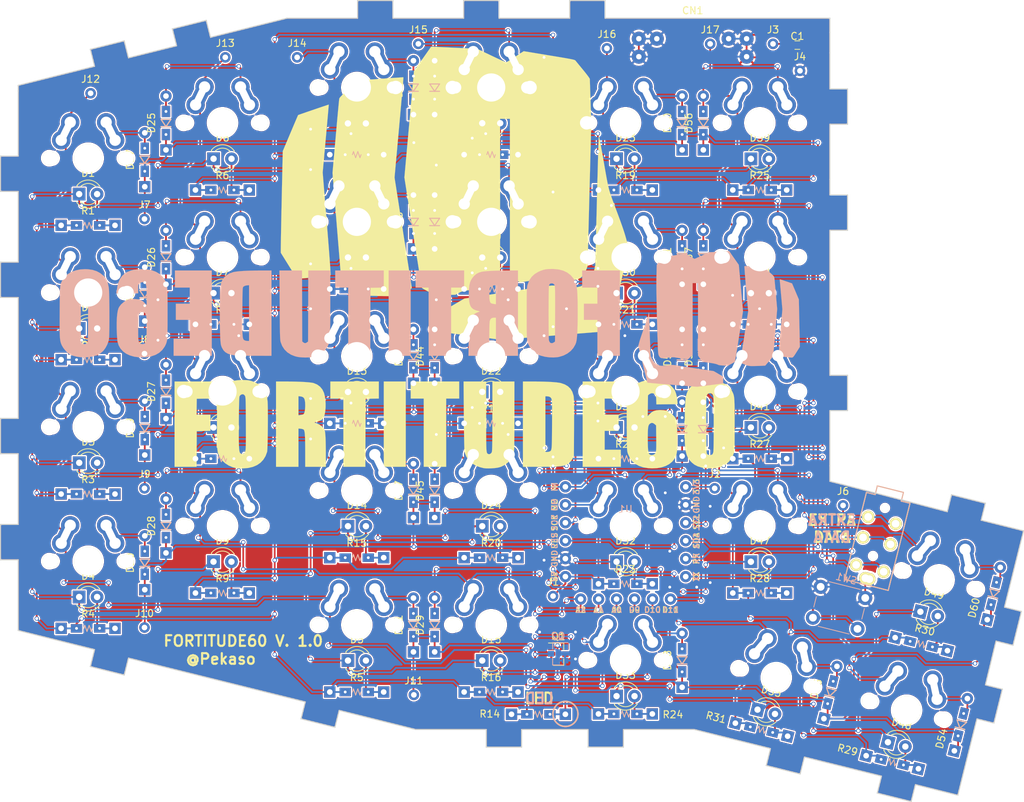
<source format=kicad_pcb>
(kicad_pcb (version 20221018) (generator pcbnew)
  (layers (0 "F.Cu" signal) (31 "B.Cu" signal) (34 "B.Paste" user) (35 "F.Paste" user) (36 "B.SilkS" user "B.Silkscreen") (37 "F.SilkS" user "F.Silkscreen") (38 "B.Mask" user) (39 "F.Mask" user) (44 "Edge.Cuts" user))
  (net 0 "")
  (net 1 "GND")
  (net 2 "Net-(D1-Pad2)")
  (net 3 "ROW1")
  (net 4 "Net-(D2-Pad2)")
  (net 5 "ROW2")
  (net 6 "Net-(D3-Pad2)")
  (net 7 "ROW3")
  (net 8 "Net-(D4-Pad2)")
  (net 9 "ROW4")
  (net 10 "Net-(D5-Pad2)")
  (net 11 "ROW5")
  (net 12 "Net-(D6-Pad2)")
  (net 13 "Net-(D7-Pad2)")
  (net 14 "Net-(D8-Pad2)")
  (net 15 "Net-(D9-Pad2)")
  (net 16 "Net-(D10-Pad2)")
  (net 17 "Net-(D11-Pad2)")
  (net 18 "Net-(D12-Pad2)")
  (net 19 "Net-(D13-Pad2)")
  (net 20 "Net-(D14-Pad2)")
  (net 21 "Net-(D15-Pad2)")
  (net 22 "Net-(D16-Pad2)")
  (net 23 "Net-(D17-Pad2)")
  (net 24 "Net-(D18-Pad2)")
  (net 25 "Net-(D19-Pad2)")
  (net 26 "Net-(D20-Pad2)")
  (net 27 "Net-(D21-Pad2)")
  (net 28 "Net-(D22-Pad2)")
  (net 29 "Net-(D23-Pad2)")
  (net 30 "Net-(D24-Pad2)")
  (net 31 "Net-(D25-Pad2)")
  (net 32 "Net-(D26-Pad2)")
  (net 33 "Net-(D27-Pad2)")
  (net 34 "Net-(D28-Pad2)")
  (net 35 "Net-(D29-Pad2)")
  (net 36 "Net-(D30-Pad2)")
  (net 37 "Vcc")
  (net 38 "Net-(J2-Pad1)")
  (net 39 "TXO")
  (net 40 "COL1")
  (net 41 "COL2")
  (net 42 "COL3")
  (net 43 "COL4")
  (net 44 "COL5")
  (net 45 "COL6")
  (net 46 "Net-(SW1-Pad2)")
  (net 47 "Net-(D1-Pad1)")
  (net 48 "Net-(D31-Pad2)")
  (net 49 "Net-(D32-Pad2)")
  (net 50 "Net-(D33-Pad2)")
  (net 51 "Net-(D34-Pad2)")
  (net 52 "Net-(D35-Pad2)")
  (net 53 "Net-(D36-Pad2)")
  (net 54 "Net-(D37-Pad2)")
  (net 55 "Net-(D38-Pad2)")
  (net 56 "Net-(D39-Pad2)")
  (net 57 "Net-(D40-Pad2)")
  (net 58 "Net-(D41-Pad2)")
  (net 59 "Net-(D42-Pad2)")
  (net 60 "Net-(D43-Pad2)")
  (net 61 "Net-(D44-Pad2)")
  (net 62 "Net-(D45-Pad2)")
  (net 63 "Net-(D46-Pad2)")
  (net 64 "Net-(D47-Pad2)")
  (net 65 "Net-(D48-Pad2)")
  (net 66 "Net-(D49-Pad2)")
  (net 67 "Net-(D50-Pad2)")
  (net 68 "Net-(D51-Pad2)")
  (net 69 "Net-(D52-Pad2)")
  (net 70 "Net-(D53-Pad2)")
  (net 71 "Net-(D54-Pad2)")
  (net 72 "Net-(D55-Pad2)")
  (net 73 "Net-(D56-Pad2)")
  (net 74 "Net-(D57-Pad2)")
  (net 75 "Net-(D58-Pad2)")
  (net 76 "Net-(D59-Pad2)")
  (net 77 "Net-(D60-Pad2)")
  (net 78 "Net-(J5-Pad3)")
  (net 79 "Net-(Q1-Pad1)")
  (net 80 "LED")
  (footprint "Capacitors_SMD:C_0603_HandSoldering" (layer "F.Cu") (at 153.3 37)
    (fp_text reference "C1")
    (fp_text value "0.1u")
  )
  (footprint "Measurement_Points:Measurement_Point_Round-TH_Small" (layer "F.Cu") (at 118.745 114.935)
    (fp_text reference "J1")
    (fp_text value "5V")
  )
  (footprint "Measurement_Points:Measurement_Point_Round-TH_Small" (layer "F.Cu") (at 141.605 99.695)
    (fp_text reference "J2")
    (fp_text value "3V3")
  )
  (footprint "Measurement_Points:Measurement_Point_Round-TH_Small" (layer "F.Cu") (at 149.86 36.83)
    (fp_text reference "J3")
    (fp_text value "VBUS")
  )
  (footprint "Measurement_Points:Measurement_Point_Round-TH_Small" (layer "F.Cu") (at 153.67 40.64)
    (fp_text reference "J4")
    (fp_text value "GND")
  )
  (footprint "Measurement_Points:Measurement_Point_Round-TH_Small" (layer "F.Cu") (at 60.96 80.645)
    (fp_text reference "J8")
    (fp_text value "ROW1")
  )
  (footprint "Measurement_Points:Measurement_Point_Round-TH_Small" (layer "F.Cu") (at 60.96 99.695)
    (fp_text reference "J9")
    (fp_text value "ROW2")
  )
  (footprint "Measurement_Points:Measurement_Point_Round-TH_Small" (layer "F.Cu") (at 60.96 119.38)
    (fp_text reference "J10")
    (fp_text value "ROW3")
  )
  (footprint "Measurement_Points:Measurement_Point_Round-TH_Small" (layer "F.Cu") (at 99.06 128.905)
    (fp_text reference "J11")
    (fp_text value "ROW4")
  )
  (footprint "Measurement_Points:Measurement_Point_Round-TH_Small" (layer "F.Cu") (at 53.34 43.815)
    (fp_text reference "J12")
    (fp_text value "COL0")
  )
  (footprint "Measurement_Points:Measurement_Point_Round-TH_Small" (layer "F.Cu") (at 72.39 38.735)
    (fp_text reference "J13")
    (fp_text value "COL1")
  )
  (footprint "Measurement_Points:Measurement_Point_Round-TH_Small" (layer "F.Cu") (at 82.55 38.735)
    (fp_text reference "J14")
    (fp_text value "COL2")
  )
  (footprint "Measurement_Points:Measurement_Point_Round-TH_Small" (layer "F.Cu") (at 99.695 36.83)
    (fp_text reference "J15")
    (fp_text value "COL3")
  )
  (footprint "Measurement_Points:Measurement_Point_Round-TH_Small" (layer "F.Cu") (at 126.365 37.465)
    (fp_text reference "J16")
    (fp_text value "COL4")
  )
  (footprint "Measurement_Points:Measurement_Point_Round-TH_Small" (layer "F.Cu") (at 140.97 36.83)
    (fp_text reference "J17")
    (fp_text value "COL5")
  )
  (footprint "myfoorprint:AE-USB2.0-TYPE-C-B" (layer "F.Cu") (at 138.5 48.8)
    (fp_text reference "CN1")
    (fp_text value "AE-USB2.0-TYPE-C-B")
  )
  (footprint "LEDs:LED_D3.0mm" (layer "F.Cu") (at 51.72 58.08)
    (fp_text reference "D1")
    (fp_text value "LED")
  )
  (footprint "LEDs:LED_D3.0mm" (layer "F.Cu") (at 51.73 77.08)
    (fp_text reference "D2")
    (fp_text value "LED")
  )
  (footprint "LEDs:LED_D3.0mm" (layer "F.Cu") (at 51.73 96.08)
    (fp_text reference "D3")
    (fp_text value "LED")
  )
  (footprint "LEDs:LED_D3.0mm" (layer "F.Cu") (at 51.72 115.06)
    (fp_text reference "D4")
    (fp_text value "LED")
  )
  (footprint "LEDs:LED_D3.0mm" (layer "F.Cu") (at 89.74 124.05)
    (fp_text reference "D5")
    (fp_text value "LED")
  )
  (footprint "LEDs:LED_D3.0mm" (layer "F.Cu") (at 70.73 53.08)
    (fp_text reference "D6")
    (fp_text value "LED")
  )
  (footprint "LEDs:LED_D3.0mm" (layer "F.Cu") (at 70.72 72.08)
    (fp_text reference "D7")
    (fp_text value "LED")
  )
  (footprint "LEDs:LED_D3.0mm" (layer "F.Cu") (at 70.72 91.09)
    (fp_text reference "D8")
    (fp_text value "LED")
  )
  (footprint "LEDs:LED_D3.0mm" (layer "F.Cu") (at 70.72 110.07)
    (fp_text reference "D9")
    (fp_text value "LED")
  )
  (footprint "LEDs:LED_D3.0mm" (layer "F.Cu") (at 108.73 67.05)
    (fp_text reference "D10")
    (fp_text value "LED")
  )
  (footprint "LEDs:LED_D3.0mm" (layer "F.Cu") (at 89.73 48.08)
    (fp_text reference "D11")
    (fp_text value "LED")
  )
  (footprint "LEDs:LED_D3.0mm" (layer "F.Cu") (at 89.74 67.04)
    (fp_text reference "D12")
    (fp_text value "LED")
  )
  (footprint "LEDs:LED_D3.0mm" (layer "F.Cu") (at 89.74 86.06)
    (fp_text reference "D13")
    (fp_text value "LED")
  )
  (footprint "LEDs:LED_D3.0mm" (layer "F.Cu") (at 89.74 105.05)
    (fp_text reference "D14")
    (fp_text value "LED")
  )
  (footprint "LEDs:LED_D3.0mm" (layer "F.Cu") (at 108.73 124.05)
    (fp_text reference "D15")
    (fp_text value "LED")
  )
  (footprint "LEDs:LED_D3.0mm" (layer "F.Cu") (at 108.73 48.05)
    (fp_text reference "D16")
    (fp_text value "LED")
  )
  (footprint "myfoorprint:Diode_SMD_THT_N" (layer "F.Cu") (at 61 58.3 90)
    (fp_text reference "D17")
    (fp_text value "1N4148")
  )
  (footprint "myfoorprint:Diode_SMD_THT_N" (layer "F.Cu") (at 61 77.3 90)
    (fp_text reference "D18")
    (fp_text value "1N4148")
  )
  (footprint "myfoorprint:Diode_SMD_THT_N" (layer "F.Cu") (at 61 96.25 90)
    (fp_text reference "D19")
    (fp_text value "1N4148")
  )
  (footprint "myfoorprint:Diode_SMD_THT_N" (layer "F.Cu") (at 61 115.3 90)
    (fp_text reference "D20")
    (fp_text value "1N4148")
  )
  (footprint "myfoorprint:Diode_SMD_THT_N" (layer "F.Cu") (at 99 124.1 90)
    (fp_text reference "D21")
    (fp_text value "1N4148")
  )
  (footprint "LEDs:LED_D3.0mm" (layer "F.Cu") (at 108.73 86.05)
    (fp_text reference "D22")
    (fp_text value "LED")
  )
  (footprint "LEDs:LED_D3.0mm" (layer "F.Cu") (at 127.73 53.08)
    (fp_text reference "D23")
    (fp_text value "LED")
  )
  (footprint "LEDs:LED_D3.0mm" (layer "F.Cu") (at 108.73 105.05)
    (fp_text reference "D24")
    (fp_text value "LED")
  )
  (footprint "myfoorprint:Diode_SMD_THT_N" (layer "F.Cu") (at 64 53.1 90)
    (fp_text reference "D25")
    (fp_text value "1N4148")
  )
  (footprint "myfoorprint:Diode_SMD_THT_N" (layer "F.Cu") (at 64 72.1 90)
    (fp_text reference "D26")
    (fp_text value "1N4148")
  )
  (footprint "myfoorprint:Diode_SMD_THT_N" (layer "F.Cu") (at 64 91.1 90)
    (fp_text reference "D27")
    (fp_text value "1N4148")
  )
  (footprint "myfoorprint:Diode_SMD_THT_N" (layer "F.Cu") (at 64 110.1 90)
    (fp_text reference "D28")
    (fp_text value "1N4148")
  )
  (footprint "myfoorprint:Diode_SMD_THT_N" (layer "F.Cu") (at 102 124.1 90)
    (fp_text reference "D29")
    (fp_text value "1N4148")
  )
  (footprint "LEDs:LED_D3.0mm" (layer "F.Cu") (at 127.73 72.08)
    (fp_text reference "D30")
    (fp_text value "LED")
  )
  (footprint "LEDs:LED_D3.0mm" (layer "F.Cu") (at 127.73 91.08)
    (fp_text reference "D31")
    (fp_text value "LED")
  )
  (footprint "LEDs:LED_D3.0mm" (layer "F.Cu") (at 127.73 110.08)
    (fp_text reference "D32")
    (fp_text value "LED")
  )
  (footprint "LEDs:LED_D3.0mm" (layer "F.Cu") (at 127.73 129.08)
    (fp_text reference "D33")
    (fp_text value "LED")
  )
  (footprint "myfoorprint:Diode_SMD_THT_N" (layer "F.Cu") (at 99 48.1 90)
    (fp_text reference "D34")
    (fp_text value "1N4148")
  )
  (footprint "myfoorprint:Diode_SMD_THT_N" (layer "F.Cu") (at 99 67.1 90)
    (fp_text reference "D35")
    (fp_text value "1N4148")
  )
  (footprint "myfoorprint:Diode_SMD_THT_N" (layer "F.Cu") (at 99 86.1 90)
    (fp_text reference "D36")
    (fp_text value "1N4148")
  )
  (footprint "myfoorprint:Diode_SMD_THT_N" (layer "F.Cu") (at 99 105.1 90)
    (fp_text reference "D37")
    (fp_text value "1N4148")
  )
  (footprint "myfoorprint:Diode_SMD_THT_N" (layer "F.Cu") (at 137 129.1 90)
    (fp_text reference "D38")
    (fp_text value "1N4148")
  )
  (footprint "LEDs:LED_D3.0mm" (layer "F.Cu") (at 146.73 53.09)
    (fp_text reference "D39")
    (fp_text value "LED")
  )
  (footprint "LEDs:LED_D3.0mm" (layer "F.Cu") (at 146.73 72.09)
    (fp_text reference "D40")
    (fp_text value "LED")
  )
  (footprint "LEDs:LED_D3.0mm" (layer "F.Cu") (at 146.73 91.09)
    (fp_text reference "D41")
    (fp_text value "LED")
  )
  (footprint "myfoorprint:Diode_SMD_THT_N" (layer "F.Cu") (at 102 48.1 90)
    (fp_text reference "D42")
    (fp_text value "1N4148")
  )
  (footprint "myfoorprint:Diode_SMD_THT_N" (layer "F.Cu") (at 102 67.1 90)
    (fp_text reference "D43")
    (fp_text value "1N4148")
  )
  (footprint "myfoorprint:Diode_SMD_THT_N" (layer "F.Cu") (at 102 86.1 90)
    (fp_text reference "D44")
    (fp_text value "1N4148")
  )
  (footprint "myfoorprint:Diode_SMD_THT_N" (layer "F.Cu") (at 102 105.1 90)
    (fp_text reference "D45")
    (fp_text value "1N4148")
  )
  (footprint "myfoorprint:Diode_SMD_THT_N" (layer "F.Cu") (at 156.75 133.5 76)
    (fp_text reference "D46")
    (fp_text value "1N4148")
  )
  (footprint "LEDs:LED_D3.0mm" (layer "F.Cu") (at 146.73 110.08)
    (fp_text reference "D47")
    (fp_text value "LED")
  )
  (footprint "LEDs:LED_D3.0mm" (layer "F.Cu") (at 166.11 135.6 -14)
    (fp_text reference "D48")
    (fp_text value "LED")
  )
  (footprint "LEDs:LED_D3.0mm" (layer "F.Cu") (at 170.7 117.15 -14)
    (fp_text reference "D49")
    (fp_text value "LED")
  )
  (footprint "myfoorprint:Diode_SMD_THT_N" (layer "F.Cu") (at 137 53.1 90)
    (fp_text reference "D50")
    (fp_text value "1N4148")
  )
  (footprint "myfoorprint:Diode_SMD_THT_N" (layer "F.Cu") (at 137 72.1 90)
    (fp_text reference "D51")
    (fp_text value "1N4148")
  )
  (footprint "myfoorprint:Diode_SMD_THT_N" (layer "F.Cu") (at 137 86.1 90)
    (fp_text reference "D52")
    (fp_text value "1N4148")
  )
  (footprint "myfoorprint:Diode_SMD_THT_N" (layer "F.Cu") (at 137 96.4 90)
    (fp_text reference "D53")
    (fp_text value "1N4148")
  )
  (footprint "myfoorprint:Diode_SMD_THT_N" (layer "F.Cu") (at 175.2 138.05 76)
    (fp_text reference "D54")
    (fp_text value "1N4148")
  )
  (footprint "LEDs:LED_D3.0mm" (layer "F.Cu") (at 147.67 130.99 -14)
    (fp_text reference "D55")
    (fp_text value "LED")
  )
  (footprint "myfoorprint:Diode_SMD_THT_N" (layer "F.Cu") (at 140 53.1 90)
    (fp_text reference "D56")
    (fp_text value "1N4148")
  )
  (footprint "myfoorprint:Diode_SMD_THT_N" (layer "F.Cu") (at 140 72.1 90)
    (fp_text reference "D57")
    (fp_text value "1N4148")
  )
  (footprint "myfoorprint:Diode_SMD_THT_N" (layer "F.Cu") (at 140 86.1 90)
    (fp_text reference "D58")
    (fp_text value "1N4148")
  )
  (footprint "myfoorprint:Diode_SMD_THT_N" (layer "F.Cu") (at 140 96.4 90)
    (fp_text reference "D59")
    (fp_text value "1N4148")
  )
  (footprint "myfoorprint:Diode_SMD_THT_N" (layer "F.Cu") (at 179.85 119.5 76)
    (fp_text reference "D60")
    (fp_text value "1N4148")
  )
  (footprint "Measurement_Points:Measurement_Point_Round-TH_Small" (layer "F.Cu") (at 159.766 102.108)
    (fp_text reference "J6")
    (fp_text value "EX_DATA")
  )
  (footprint "Measurement_Points:Measurement_Point_Round-TH_Small" (layer "F.Cu") (at 60.96 61.595)
    (fp_text reference "J7")
    (fp_text value "ROW0")
  )
  (footprint "TO_SOT_Packages_SMD:SOT-23" (layer "F.Cu") (at 119.5 123.15)
    (fp_text reference "Q1")
    (fp_text value "IRLML6344TRPbF")
  )
  (footprint "myfoorprint:Resister_SMD_THT_N" (layer "F.Cu") (at 47.9 62.5)
    (fp_text reference "R1")
    (fp_text value "470")
  )
  (footprint "myfoorprint:Resister_SMD_THT_N" (layer "F.Cu") (at 47.9 81.5)
    (fp_text reference "R2")
    (fp_text value "470")
  )
  (footprint "myfoorprint:Resister_SMD_THT_N" (layer "F.Cu") (at 47.9 100.5)
    (fp_text reference "R3")
    (fp_text value "470")
  )
  (footprint "myfoorprint:Resister_SMD_THT_N" (layer "F.Cu") (at 47.9 119.5)
    (fp_text reference "R4")
    (fp_text value "470")
  )
  (footprint "myfoorprint:Resister_SMD_THT_N" (layer "F.Cu") (at 85.9 128.5)
    (fp_text reference "R5")
    (fp_text value "470")
  )
  (footprint "myfoorprint:Resister_SMD_THT_N" (layer "F.Cu") (at 66.9 57.5)
    (fp_text reference "R6")
    (fp_text value "470")
  )
  (footprint "myfoorprint:Resister_SMD_THT_N" (layer "F.Cu") (at 66.9 76.5)
    (fp_text reference "R7")
    (fp_text value "470")
  )
  (footprint "myfoorprint:Resister_SMD_THT_N" (layer "F.Cu") (at 66.9 95.5)
    (fp_text reference "R8")
    (fp_text value "470")
  )
  (footprint "myfoorprint:Resister_SMD_THT_N" (layer "F.Cu") (at 66.9 114.5)
    (fp_text reference "R9")
    (fp_text value "470")
  )
  (footprint "myfoorprint:Resister_SMD_THT_N" (layer "F.Cu") (at 104.9 71.5)
    (fp_text reference "R10")
    (fp_text value "470")
  )
  (footprint "myfoorprint:Resister_SMD_THT_N" (layer "F.Cu") (at 85.9 52.5)
    (fp_text reference "R11")
    (fp_text value "470")
  )
  (footprint "myfoorprint:Resister_SMD_THT_N" (layer "F.Cu") (at 85.9 71.5)
    (fp_text reference "R12")
    (fp_text value "470")
  )
  (footprint "myfoorprint:Resister_SMD_THT_N" (layer "F.Cu") (at 85.9 90.5)
    (fp_text reference "R13")
    (fp_text value "470")
  )
  (footprint "myfoorprint:Resister_SMD_THT_N" (layer "F.Cu") (at 111.6 131.65)
    (fp_text reference "R14")
    (fp_text value "1k")
  )
  (footprint "myfoorprint:Resister_SMD_THT_N" (layer "F.Cu") (at 85.9 109.5)
    (fp_text reference "R15")
    (fp_text value "470")
  )
  (footprint "myfoorprint:Resister_SMD_THT_N" (layer "F.Cu") (at 104.9 128.5)
    (fp_text reference "R16")
    (fp_text value "470")
  )
  (footprint "myfoorprint:Resister_SMD_THT_N" (layer "F.Cu") (at 104.9 52.5)
    (fp_text reference "R17")
    (fp_text value "470")
  )
  (footprint "myfoorprint:Resister_SMD_THT_N" (layer "F.Cu") (at 104.9 90.5)
    (fp_text reference "R18")
    (fp_text value "470")
  )
  (footprint "myfoorprint:Resister_SMD_THT_N" (layer "F.Cu") (at 123.9 57.5)
    (fp_text reference "R19")
    (fp_text value "470")
  )
  (footprint "myfoorprint:Resister_SMD_THT_N" (layer "F.Cu") (at 104.9 109.5)
    (fp_text reference "R20")
    (fp_text value "470")
  )
  (footprint "myfoorprint:Resister_SMD_THT_N" (layer "F.Cu") (at 123.9 76.5)
    (fp_text reference "R21")
    (fp_text value "470")
  )
  (footprint "myfoorprint:Resister_SMD_THT_N" (layer "F.Cu") (at 123.9 95.5)
    (fp_text reference "R22")
    (fp_text value "470")
  )
  (footprint "myfoorprint:Resister_SMD_THT_N" (layer "F.Cu") (at 123.9 113.2)
    (fp_text reference "R23")
    (fp_text value "470")
  )
  (footprint "myfoorprint:Resister_SMD_THT_N" (layer "F.Cu") (at 123.9 131.6)
    (fp_text reference "R24")
    (fp_text value "470")
  )
  (footprint "myfoorprint:Resister_SMD_THT_N" (layer "F.Cu") (at 142.9 57.5)
    (fp_text reference "R25")
    (fp_text value "470")
  )
  (footprint "myfoorprint:Resister_SMD_THT_N" (layer "F.Cu") (at 142.9 76.5)
    (fp_text reference "R26")
    (fp_text value "470")
  )
  (footprint "myfoorprint:Resister_SMD_THT_N" (layer "F.Cu") (at 142.9 95.5)
    (fp_text reference "R27")
    (fp_text value "470")
  )
  (footprint "myfoorprint:Resister_SMD_THT_N" (layer "F.Cu") (at 142.9 114.5)
    (fp_text reference "R28")
    (fp_text value "470")
  )
  (footprint "myfoorprint:Resister_SMD_THT_N" (layer "F.Cu") (at 161.8 137.2 -14)
    (fp_text reference "R29")
    (fp_text value "470")
  )
  (footprint "myfoorprint:Resister_SMD_THT_N" (layer "F.Cu") (at 165.9 120.5 -14)
    (fp_text reference "R30")
    (fp_text value "470")
  )
  (footprint "myfoorprint:Resister_SMD_THT_N" (layer "F.Cu") (at 143.3 132.6 -14)
    (fp_text reference "R31")
    (fp_text value "470")
  )
  (footprint "myfoorprint:key_switch_mx" (layer "F.Cu") (at 53 53)
    (fp_text reference "SW2" hide)
    (fp_text value "SW_1_1" hide)
  )
  (footprint "myfoorprint:key_switch_mx" (layer "F.Cu") (at 53 72)
    (fp_text reference "SW3" hide)
    (fp_text value "SW_1_2" hide)
  )
  (footprint "myfoorprint:key_switch_mx" (layer "F.Cu") (at 53 91)
    (fp_text reference "SW4" hide)
    (fp_text value "SW_1_3" hide)
  )
  (footprint "myfoorprint:key_switch_mx" (layer "F.Cu") (at 53 110)
    (fp_text reference "SW5" hide)
    (fp_text value "SW_1_4" hide)
  )
  (footprint "myfoorprint:key_switch_mx" (layer "F.Cu") (at 91 119)
    (fp_text reference "SW6" hide)
    (fp_text value "SW_1_5" hide)
  )
  (footprint "myfoorprint:key_switch_mx" (layer "F.Cu") (at 72 48)
    (fp_text reference "SW7" hide)
    (fp_text value "SW_2_1" hide)
  )
  (footprint "myfoorprint:key_switch_mx" (layer "F.Cu") (at 72 67)
    (fp_text reference "SW8" hide)
    (fp_text value "SW_2_2" hide)
  )
  (footprint "myfoorprint:key_switch_mx" (layer "F.Cu") (at 72 86)
    (fp_text reference "SW9" hide)
    (fp_text value "SW_2_3" hide)
  )
  (footprint "myfoorprint:key_switch_mx" (layer "F.Cu") (at 72 105)
    (fp_text reference "SW10" hide)
    (fp_text value "SW_2_4" hide)
  )
  (footprint "myfoorprint:key_switch_mx" (layer "F.Cu") (at 110 119)
    (fp_text reference "SW11" hide)
    (fp_text value "SW_2_5" hide)
  )
  (footprint "myfoorprint:key_switch_mx" (layer "F.Cu") (at 91 43)
    (fp_text reference "SW12" hide)
    (fp_text value "SW_3_1" hide)
  )
  (footprint "myfoorprint:key_switch_mx" (layer "F.Cu") (at 91 62)
    (fp_text reference "SW13" hide)
    (fp_text value "SW_3_2" hide)
  )
  (footprint "myfoorprint:key_switch_mx" (layer "F.Cu") (at 91 81)
    (fp_text reference "SW14" hide)
    (fp_text value "SW_3_3" hide)
  )
  (footprint "myfoorprint:key_switch_mx" (layer "F.Cu") (at 91 100)
    (fp_text reference "SW15" hide)
    (fp_text value "SW_3_4" hide)
  )
  (footprint "myfoorprint:key_switch_mx" (layer "F.Cu") (at 129 124)
    (fp_text reference "SW16" hide)
    (fp_text value "SW_3_5" hide)
  )
  (footprint "myfoorprint:key_switch_mx" (layer "F.Cu") (at 110 43)
    (fp_text reference "SW17" hide)
    (fp_text value "SW_4_1" hide)
  )
  (footprint "myfoorprint:key_switch_mx" (layer "F.Cu") (at 110 62)
    (fp_text reference "SW18" hide)
    (fp_text value "SW_4_2" hide)
  )
  (footprint "myfoorprint:key_switch_mx" (layer "F.Cu") (at 110 81)
    (fp_text reference "SW19" hide)
    (fp_text value "SW_4_3" hide)
  )
  (footprint "myfoorprint:key_switch_mx" (layer "F.Cu") (at 110 100)
    (fp_text reference "SW20" hide)
    (fp_text value "SW_4_4" hide)
  )
  (footprint "myfoorprint:key_switch_mx" (layer "F.Cu") (at 150.31558 126.477804 -14)
    (fp_text reference "SW21" hide)
    (fp_text value "SW_4_5" hide)
  )
  (footprint "myfoorprint:key_switch_mx" (layer "F.Cu") (at 129 48)
    (fp_text reference "SW22" hide)
    (fp_text value "SW_5_1" hide)
  )
  (footprint "myfoorprint:key_switch_mx" (layer "F.Cu") (at 129 67)
    (fp_text reference "SW23" hide)
    (fp_text value "SW_5_2" hide)
  )
  (footprint "myfoorprint:key_switch_mx" (layer "F.Cu") (at 129 86)
    (fp_text reference "SW24" hide)
    (fp_text value "SW_5_3" hide)
  )
  (footprint "myfoorprint:key_switch_mx" (layer "F.Cu") (at 129 105)
    (fp_text reference "SW25" hide)
    (fp_text value "SW_5_4" hide)
  )
  (footprint "myfoorprint:key_switch_mx" (layer "F.Cu") (at 168.751199 131.07432 -14)
    (fp_text reference "SW26" hide)
    (fp_text value "SW_5_5" hide)
  )
  (footprint "myfoorprint:key_switch_mx" (layer "F.Cu") (at 148 48)
    (fp_text reference "SW27" hide)
    (fp_text value "SW_6_1" hide)
  )
  (footprint "myfoorprint:key_switch_mx" (layer "F.Cu") (at 148 67)
    (fp_text reference "SW28" hide)
    (fp_text value "SW_6_2" hide)
  )
  (footprint "myfoorprint:key_switch_mx" (layer "F.Cu") (at 148 86)
    (fp_text reference "SW29" hide)
    (fp_text value "SW_6_3" hide)
  )
  (footprint "myfoorprint:key_switch_mx" (layer "F.Cu") (at 148 105)
    (fp_text reference "SW30" hide)
    (fp_text value "SW_6_4" hide)
  )
  (footprint "myfoorprint:key_switch_mx" (layer "F.Cu") (at 173.347715 112.638701 -14)
    (fp_text reference "SW31" hide)
    (fp_text value "SW_6_5" hide)
  )
  (footprint "myfoorprint:fortitude60_logo_large" (layer "F.Cu") (at 104.775 71.12)
    (fp_text reference "G***" hide)
    (fp_text value "LOGO" hide)
  )
  (footprint "myfoorprint:trrs_jack_r" (layer "F.Cu") (at 168 101.5 -104.0362)
    (fp_text reference "J5" hide)
    (fp_text value "Audio-Jack-4")
  )
  (footprint "Buttons_Switches_THT:SW_PUSH_6mm" (layer "B.Cu") (at 162.9 115.2 165.9638)
    (fp_text reference "SW1")
    (fp_text value "RESET")
  )
  (footprint "myfoorprint:beetle" (layer "B.Cu") (at 129 107.1 180)
    (fp_text reference "U1")
    (fp_text value "beetle")
  )
  (footprint "TO_SOT_Packages_SMD:SOT-23" (layer "B.Cu") (at 119.45 123.1 180)
    (fp_text reference "Q2")
    (fp_text value "IRLML6344TRPbF")
  )
  (footprint "myfoorprint:fortitude60_logo_small" (layer "B.Cu") (at 98.1 77.2 180)
    (fp_text reference "G***" hide)
    (fp_text value "LOGO" hide)
  )
  (gr_circle (center 120.5 131.6) (end 121.9 132.7) (stroke (width 0.2)) (fill none) (layer "B.SilkS"))
  (gr_circle (center 120.5 131.6) (end 121.7 132.9) (stroke (width 0.2)) (fill none) (layer "F.SilkS"))
  (gr_line (start 121.1 33.2) (end 121.1 30.7) (stroke (width 0.15)) (layer "Edge.Cuts"))
  (gr_line (start 160.4 48.2) (end 157.9 48.2) (stroke (width 0.15)) (layer "Edge.Cuts"))
  (gr_line (start 99.3 133.8) (end 109.3 133.8) (stroke (width 0.15)) (layer "Edge.Cuts"))
  (gr_line (start 160.4 58.2) (end 160.4 63.2) (stroke (width 0.15)) (layer "Edge.Cuts"))
  (gr_line (start 91.1 33.2) (end 81.1 33.2) (stroke (width 0.15)) (layer "Edge.Cuts"))
  (gr_line (start 181.1 132.9) (end 182.3 128.1) (stroke (width 0.15)) (layer "Edge.Cuts"))
  (gr_line (start 43.1 57.7) (end 43.1 67.7) (stroke (width 0.15)) (layer "Edge.Cuts"))
  (gr_line (start 178.7 132.3) (end 181.1 132.9) (stroke (width 0.15)) (layer "Edge.Cuts"))
  (gr_line (start 114.3 133.8) (end 123.7 133.8) (stroke (width 0.15)) (layer "Edge.Cuts"))
  (gr_line (start 183.8 121.9) (end 181.4 121.3) (stroke (width 0.15)) (layer "Edge.Cuts"))
  (gr_line (start 185 117.1) (end 183.8 121.9) (stroke (width 0.15)) (layer "Edge.Cuts"))
  (gr_line (start 159.9 99.2) (end 157.9 98.7) (stroke (width 0.15)) (layer "Edge.Cuts"))
  (gr_line (start 64.9 34.7) (end 69.7 33.5) (stroke (width 0.15)) (layer "Edge.Cuts"))
  (gr_line (start 111.1 30.7) (end 111.1 33.2) (stroke (width 0.15)) (layer "Edge.Cuts"))
  (gr_line (start 43.1 42.7) (end 53.9 40) (stroke (width 0.15)) (layer "Edge.Cuts"))
  (gr_line (start 160.4 83.7) (end 157.9 83.7) (stroke (width 0.15)) (layer "Edge.Cuts"))
  (gr_line (start 40.6 72.7) (end 43.1 72.7) (stroke (width 0.15)) (layer "Edge.Cuts"))
  (gr_line (start 182.6 116.5) (end 185.3 105.7) (stroke (width 0.15)) (layer "Edge.Cuts"))
  (gr_line (start 43.1 109.8) (end 43.1 119.8) (stroke (width 0.15)) (layer "Edge.Cuts"))
  (gr_line (start 91.1 33.2) (end 91.1 30.7) (stroke (width 0.15)) (layer "Edge.Cuts"))
  (gr_line (start 53.3 124.9) (end 58.1 126.1) (stroke (width 0.15)) (layer "Edge.Cuts"))
  (gr_line (start 160.4 43.2) (end 160.4 48.2) (stroke (width 0.15)) (layer "Edge.Cuts"))
  (gr_line (start 157.9 38.1) (end 157.9 43.2) (stroke (width 0.15)) (layer "Edge.Cuts"))
  (gr_line (start 87.9 133.5) (end 83.1 132.3) (stroke (width 0.15)) (layer "Edge.Cuts"))
  (gr_line (start 53.9 40) (end 53.3 37.6) (stroke (width 0.15)) (layer "Edge.Cuts"))
  (gr_line (start 109.3 136.3) (end 114.3 136.3) (stroke (width 0.15)) (layer "Edge.Cuts"))
  (gr_line (start 123.7 136.3) (end 123.7 133.8) (stroke (width 0.15)) (layer "Edge.Cuts"))
  (gr_line (start 157.9 58.2) (end 160.4 58.2) (stroke (width 0.15)) (layer "Edge.Cuts"))
  (gr_line (start 91.1 30.7) (end 96.1 30.7) (stroke (width 0.15)) (layer "Edge.Cuts"))
  (gr_line (start 149.5 136.5) (end 148.9 138.9) (stroke (width 0.15)) (layer "Edge.Cuts"))
  (gr_line (start 40.6 67.7) (end 40.6 72.7) (stroke (width 0.15)) (layer "Edge.Cuts"))
  (gr_line (start 182.3 128.1) (end 179.9 127.5) (stroke (width 0.15)) (layer "Edge.Cuts"))
  (gr_line (start 106.1 33.2) (end 96.1 33.2) (stroke (width 0.15)) (layer "Edge.Cuts"))
  (gr_line (start 157.9 83.7) (end 157.9 63.2) (stroke (width 0.15)) (layer "Edge.Cuts"))
  (gr_line (start 58.1 126.1) (end 58.7 123.7) (stroke (width 0.15)) (layer "Edge.Cuts"))
  (gr_line (start 43.1 119.8) (end 53.9 122.5) (stroke (width 0.15)) (layer "Edge.Cuts"))
  (gr_line (start 157.9 43.2) (end 160.4 43.2) (stroke (width 0.15)) (layer "Edge.Cuts"))
  (gr_line (start 128.7 133.8) (end 138.7 133.8) (stroke (width 0.15)) (layer "Edge.Cuts"))
  (gr_line (start 40.6 57.7) (end 43.1 57.7) (stroke (width 0.15)) (layer "Edge.Cuts"))
  (gr_line (start 96.1 30.7) (end 96.1 33.2) (stroke (width 0.15)) (layer "Edge.Cuts"))
  (gr_line (start 153.7 140.1) (end 154.3 137.7) (stroke (width 0.15)) (layer "Edge.Cuts"))
  (gr_line (start 43.1 94.8) (end 40.6 94.8) (stroke (width 0.15)) (layer "Edge.Cuts"))
  (gr_line (start 169.4 144) (end 164.6 142.8) (stroke (width 0.15)) (layer "Edge.Cuts"))
  (gr_line (start 157.9 58.2) (end 157.9 56) (stroke (width 0.15)) (layer "Edge.Cuts"))
  (gr_line (start 106.1 30.7) (end 111.1 30.7) (stroke (width 0.15)) (layer "Edge.Cuts"))
  (gr_line (start 106.1 33.2) (end 106.1 30.7) (stroke (width 0.15)) (layer "Edge.Cuts"))
  (gr_line (start 88.5 131.1) (end 87.9 133.5) (stroke (width 0.15)) (layer "Edge.Cuts"))
  (gr_line (start 179.9 127.5) (end 181.4 121.3) (stroke (width 0.15)) (layer "Edge.Cuts"))
  (gr_line (start 43.1 94.8) (end 43.1 104.8) (stroke (width 0.15)) (layer "Edge.Cuts"))
  (gr_line (start 83.1 132.3) (end 83.7 129.9) (stroke (width 0.15)) (layer "Edge.Cuts"))
  (gr_line (start 109.3 133.8) (end 109.3 136.3) (stroke (width 0.15)) (layer "Edge.Cuts"))
  (gr_line (start 138.7 133.8) (end 149.5 136.5) (stroke (width 0.15)) (layer "Edge.Cuts"))
  (gr_line (start 114.3 136.3) (end 114.3 133.8) (stroke (width 0.15)) (layer "Edge.Cuts"))
  (gr_line (start 40.6 52.7) (end 40.6 57.7) (stroke (width 0.15)) (layer "Edge.Cuts"))
  (gr_line (start 88.5 131.1) (end 99.3 133.8) (stroke (width 0.15)) (layer "Edge.Cuts"))
  (gr_line (start 157.9 33.2) (end 157.9 35.2) (stroke (width 0.15)) (layer "Edge.Cuts"))
  (gr_line (start 53.9 122.5) (end 53.3 124.9) (stroke (width 0.15)) (layer "Edge.Cuts"))
  (gr_line (start 157.9 48.2) (end 157.9 56) (stroke (width 0.15)) (layer "Edge.Cuts"))
  (gr_line (start 154.3 137.7) (end 165.2 140.4) (stroke (width 0.15)) (layer "Edge.Cuts"))
  (gr_line (start 43.1 72.7) (end 43.1 89.8) (stroke (width 0.15)) (layer "Edge.Cuts"))
  (gr_line (start 170 141.6) (end 169.4 144) (stroke (width 0.15)) (layer "Edge.Cuts"))
  (gr_line (start 40.6 104.8) (end 43.1 104.8) (stroke (width 0.15)) (layer "Edge.Cuts"))
  (gr_line (start 164.6 142.8) (end 165.2 140.4) (stroke (width 0.15)) (layer "Edge.Cuts"))
  (gr_line (start 160.4 88.7) (end 160.4 83.7) (stroke (width 0.15)) (layer "Edge.Cuts"))
  (gr_line (start 157.9 38.1) (end 157.9 35.2) (stroke (width 0.15)) (layer "Edge.Cuts"))
  (gr_line (start 43.1 109.8) (end 40.6 109.8) (stroke (width 0.15)) (layer "Edge.Cuts"))
  (gr_line (start 176 143.1) (end 170 141.6) (stroke (width 0.15)) (layer "Edge.Cuts"))
  (gr_line (start 70.3 35.9) (end 81.1 33.2) (stroke (width 0.15)) (layer "Edge.Cuts"))
  (gr_line (start 40.6 89.8) (end 43.1 89.8) (stroke (width 0.15)) (layer "Edge.Cuts"))
  (gr_line (start 58.7 123.7) (end 83.7 129.9) (stroke (width 0.15)) (layer "Edge.Cuts"))
  (gr_line (start 157.9 88.7) (end 160.4 88.7) (stroke (width 0.15)) (layer "Edge.Cuts"))
  (gr_line (start 179.3 104.2) (end 179.9 101.8) (stroke (width 0.15)) (layer "Edge.Cuts"))
  (gr_line (start 128.7 133.8) (end 128.7 136.3) (stroke (width 0.15)) (layer "Edge.Cuts"))
  (gr_line (start 160.4 63.2) (end 157.9 63.2) (stroke (width 0.15)) (layer "Edge.Cuts"))
  (gr_line (start 43.1 43.5) (end 43.1 52.7) (stroke (width 0.15)) (layer "Edge.Cuts"))
  (gr_line (start 43.1 43.5) (end 43.1 42.7) (stroke (width 0.15)) (layer "Edge.Cuts"))
  (gr_line (start 182.6 116.5) (end 185 117.1) (stroke (width 0.15)) (layer "Edge.Cuts"))
  (gr_line (start 43.1 67.7) (end 40.6 67.7) (stroke (width 0.15)) (layer "Edge.Cuts"))
  (gr_line (start 121.1 30.7) (end 126.1 30.7) (stroke (width 0.15)) (layer "Edge.Cuts"))
  (gr_line (start 157.9 96.5) (end 157.9 88.7) (stroke (width 0.15)) (layer "Edge.Cuts"))
  (gr_line (start 128.7 136.3) (end 123.7 136.3) (stroke (width 0.15)) (layer "Edge.Cuts"))
  (gr_line (start 176 143.1) (end 178.7 132.3) (stroke (width 0.15)) (layer "Edge.Cuts"))
  (gr_line (start 126.1 30.7) (end 126.1 33.2) (stroke (width 0.15)) (layer "Edge.Cuts"))
  (gr_line (start 179.9 101.8) (end 175.1 100.6) (stroke (width 0.15)) (layer "Edge.Cuts"))
  (gr_line (start 185.3 105.7) (end 179.3 104.2) (stroke (width 0.15)) (layer "Edge.Cuts"))
  (gr_line (start 157.9 98.7) (end 157.9 96.5) (stroke (width 0.15)) (layer "Edge.Cuts"))
  (gr_line (start 65.5 37.1) (end 64.9 34.7) (stroke (width 0.15)) (layer "Edge.Cuts"))
  (gr_line (start 53.3 37.6) (end 58.1 36.4) (stroke (width 0.15)) (layer "Edge.Cuts"))
  (gr_line (start 69.7 33.5) (end 70.3 35.9) (stroke (width 0.15)) (layer "Edge.Cuts"))
  (gr_line (start 40.6 94.8) (end 40.6 89.8) (stroke (width 0.15)) (layer "Edge.Cuts"))
  (gr_line (start 58.1 36.4) (end 58.7 38.8) (stroke (width 0.15)) (layer "Edge.Cuts"))
  (gr_line (start 121.1 33.2) (end 111.1 33.2) (stroke (width 0.15)) (layer "Edge.Cuts"))
  (gr_line (start 40.6 109.8) (end 40.6 104.8) (stroke (width 0.15)) (layer "Edge.Cuts"))
  (gr_line (start 157.9 33.2) (end 126.1 33.2) (stroke (width 0.15)) (layer "Edge.Cuts"))
  (gr_line (start 174.5 103) (end 159.9 99.2) (stroke (width 0.15)) (layer "Edge.Cuts"))
  (gr_line (start 175.1 100.6) (end 174.5 103) (stroke (width 0.15)) (layer "Edge.Cuts"))
  (gr_line (start 58.7 38.8) (end 65.5 37.1) (stroke (width 0.15)) (layer "Edge.Cuts"))
  (gr_line (start 43.1 52.7) (end 40.6 52.7) (stroke (width 0.15)) (layer "Edge.Cuts"))
  (gr_line (start 148.9 138.9) (end 153.7 140.1) (stroke (width 0.15)) (layer "Edge.Cuts"))
  (gr_text "LED" (at 116.8 129.4) (layer "B.SilkS") (effects (font (size 1.5 1.5) (thickness 0.3)) (justify mirror)))
  (gr_text "EXTRA\nDATA" (at 158.2 105.4) (layer "B.SilkS") (effects (font (size 1.5 1.5) (thickness 0.3)) (justify mirror)))
  (gr_text "@Pekaso" (at 71.755 123.825) (layer "F.SilkS") (effects (font (size 1.5 1.5) (thickness 0.3))))
  (gr_text "EXTRA\nDATA" (at 158.2 105.4) (layer "F.SilkS") (effects (font (size 1.5 1.5) (thickness 0.3))))
  (gr_text "LED" (at 116.8 129.4) (layer "F.SilkS") (effects (font (size 1.5 1.5) (thickness 0.3))))
  (gr_text "FORTITUDE60 V. 1.0" (at 74.93 121.285) (layer "F.SilkS") (effects (font (size 1.5 1.5) (thickness 0.3))))
  (segment (start 162.9 112.735) (end 162.9 115.2) (width 0.25) (layer "F.Cu") (net 1))
  (segment (start 135.255 108.585) (end 135.255 113.665) (width 0.25) (layer "F.Cu") (net 1))
  (segment (start 139.065 113.665) (end 139.065 102.235) (width 0.25) (layer "F.Cu") (net 1))
  (segment (start 139.065 102.235) (end 138.85 102.02) (width 0.25) (layer "F.Cu") (net 1))
  (segment (start 138.85 102.02) (end 137.509 102.02) (width 0.25) (layer "F.Cu") (net 1))
  (segment (start 140.97 102.235) (end 140.97 113.03) (width 0.25) (layer "F.Cu") (net 1))
  (segment (start 134.62 100.33) (end 134.62 90.17) (width 0.25) (layer "F.Cu") (net 1))
  (segment (start 134.62 90.17) (end 134.62 89.535) (width 0.25) (layer "F.Cu") (net 1))
  (segment (start 131.445 89.535) (end 131.445 85.09) (width 0.25) (layer "F.Cu") (net 1))
  (segment (start 131.445 85.09) (end 130.81 84.455) (width 0.25) (layer "F.Cu") (net 1))
  (segment (start 130.81 84.455) (end 130.81 83.185) (width 0.25) (layer "F.Cu") (net 1))
  (segment (start 130.81 83.185) (end 128.905 81.28) (width 0.25) (layer "F.Cu") (net 1))
  (segment (start 128.905 81.28) (end 128.905 78.105) (width 0.25) (layer "F.Cu") (net 1))
  (segment (start 117.475 78.105) (end 117.475 38.735) (width 0.25) (layer "F.Cu") (net 1))
  (segment (start 154.25 36.775) (end 153.035 35.56) (width 0.25) (layer "F.Cu") (net 1))
  (segment (start 153.035 35.56) (end 146.66 35.56) (width 0.25) (layer "F.Cu") (net 1))
  (segment (start 146.66 35.56) (end 146.12 36.1) (width 0.25) (layer "F.Cu") (net 1))
  (segment (start 151.765 38.735) (end 146.215 38.735) (width 0.25) (layer "F.Cu") (net 1))
  (segment (start 146.215 38.735) (end 146.12 38.64) (width 0.25) (layer "F.Cu") (net 1))
  (segment (start 117.75 124.1) (end 116.84 123.19) (width 0.25) (layer "F.Cu") (net 1))
  (segment (start 116.84 123.19) (end 116.84 120.015) (width 0.25) (layer "F.Cu") (net 1))
  (segment (start 121.92 120.015) (end 121.92 123.825) (width 0.25) (layer "F.Cu") (net 1))
  (segment (start 117.475 109.855) (end 117.475 119.38) (width 0.25) (layer "F.Cu") (net 1))
  (segment (start 117.475 119.38) (end 116.84 120.015) (width 0.25) (layer "F.Cu") (net 1))
  (segment (start 118.5 124.1) (end 117.75 124.1) (width 0.25) (layer "F.Cu") (net 1))
  (segment (start 130.88 36.1) (end 130.88 38.64) (width 0.25) (layer "F.Cu") (net 1))
  (segment (start 154.25 37) (end 154.25 36.775) (width 0.25) (layer "F.Cu") (net 1))
  (segment (start 146.12 36.1) (end 146.12 38.64) (width 0.25) (layer "F.Cu") (net 1))
  (segment (start 153.67 40.64) (end 151.765 38.735) (width 0.25) (layer "F.Cu") (net 1))
  (via (at 140.97 102.235) (size 0.6) (drill 0.4) (layers "F.Cu" "B.Cu") (net 1))
  (via (at 121.92 120.015) (size 0.6) (drill 0.4) (layers "F.Cu" "B.Cu") (net 1))
  (via (at 117.475 109.855) (size 0.6) (drill 0.4) (layers "F.Cu" "B.Cu") (net 1))
  (via (at 116.84 120.015) (size 0.6) (drill 0.4) (layers "F.Cu" "B.Cu") (net 1))
  (via (at 131.445 89.535) (size 0.6) (drill 0.4) (layers "F.Cu" "B.Cu") (net 1))
  (via (at 135.255 108.585) (size 0.6) (drill 0.4) (layers "F.Cu" "B.Cu") (net 1))
  (via (at 121.92 123.825) (size 0.6) (drill 0.4) (layers "F.Cu" "B.Cu") (net 1))
  (via (at 128.905 78.105) (size 0.6) (drill 0.4) (layers "F.Cu" "B.Cu") (net 1))
  (via (at 134.62 89.535) (size 0.6) (drill 0.4) (layers "F.Cu" "B.Cu") (net 1))
  (via (at 135.255 113.665) (size 0.6) (drill 0.4) (layers "F.Cu" "B.Cu") (net 1))
  (via (at 140.97 113.03) (size 0.6) (drill 0.4) (layers "F.Cu" "B.Cu") (net 1))
  (via (at 117.475 38.735) (size 0.6) (drill 0.4) (layers "F.Cu" "B.Cu") (net 1))
  (via (at 134.62 100.33) (size 0.6) (drill 0.4) (layers "F.Cu" "B.Cu") (net 1))
  (via (at 117.475 78.105) (size 0.6) (drill 0.4) (layers "F.Cu" "B.Cu") (net 1))
  (via (at 139.065 113.665) (size 0.6) (drill 0.4) (layers "F.Cu" "B.Cu") (net 1))
  (segment (start 161.323523 113.623523) (end 162.9 115.2) (width 0.25) (layer "B.Cu") (net 1))
  (segment (start 120.491 109.379) (end 121.92 107.95) (width 0.25) (layer "B.Cu") (net 1))
  (segment (start 121.92 107.95) (end 126.365 107.95) (width 0.25) (layer "B.Cu") (net 1))
  (segment (start 126.365 107.95) (end 127 108.585) (width 0.25) (layer "B.Cu") (net 1))
  (segment (start 127 108.585) (end 135.255 108.585) (width 0.25) (layer "B.Cu") (net 1))
  (segment (start 135.255 113.665) (end 139.065 113.665) (width 0.25) (layer "B.Cu") (net 1))
  (segment (start 120.875 124.05) (end 120.45 124.05) (width 0.25) (layer "B.Cu") (net 1))
  (segment (start 140.755 102.02) (end 140.97 102.235) (width 0.25) (layer "B.Cu") (net 1))
  (segment (start 140.97 113.03) (end 154.94 113.03) (width 0.25) (layer "B.Cu") (net 1))
  (segment (start 154.94 113.03) (end 155.533523 113.623523) (width 0.25) (layer "B.Cu") (net 1))
  (segment (start 155.533523 113.623523) (end 156.594073 113.623523) (width 0.25) (layer "B.Cu") (net 1))
  (segment (start 136.31 102.02) (end 134.62 100.33) (width 0.25) (layer "B.Cu") (net 1))
  (segment (start 134.62 89.535) (end 131.445 89.535) (width 0.25) (layer "B.Cu") (net 1))
  (segment (start 128.905 78.105) (end 117.475 78.105) (width 0.25) (layer "B.Cu") (net 1))
  (segment (start 117.475 38.735) (end 117.57 38.64) (width 0.25) (layer "B.Cu") (net 1))
  (segment (start 117.57 38.64) (end 130.88 38.64) (width 0.25) (layer "B.Cu") (net 1))
  (segment (start 116.84 120.015) (end 121.92 120.015) (width 0.25) (layer "B.Cu") (net 1))
  (segment (start 121.92 123.825) (end 121.695 124.05) (width 0.25) (layer "B.Cu") (net 1))
  (segment (start 121.695 124.05) (end 120.45 124.05) (width 0.25) (layer "B.Cu") (net 1))
  (segment (start 117.69 109.64) (end 117.475 109.855) (width 0.25) (layer "B.Cu") (net 1))
  (segment (start 143.58 36.1) (end 146.12 36.1) (width 0.25) (layer "B.Cu") (net 1))
  (segment (start 137.509 102.02) (end 136.31 102.02) (width 0.25) (layer "B.Cu") (net 1))
  (segment (start 137.509 102.02) (end 140.755 102.02) (width 0.25) (layer "B.Cu") (net 1))
  (segment (start 133.42 36.1) (end 130.88 36.1) (width 0.25) (layer "B.Cu") (net 1))
  (segment (start 120.491 109.64) (end 120.491 109.379) (width 0.25) (layer "B.Cu") (net 1))
  (segment (start 120.491 109.64) (end 117.69 109.64) (width 0.25) (layer "B.Cu") (net 1))
  (segment (start 130.88 38.64) (end 146.12 38.64) (width 0.25) (layer "B.Cu") (net 1))
  (segment (start 156.594073 113.623523) (end 161.323523 113.623523) (width 0.25) (layer "B.Cu") (net 1))
  (segment (start 54.26 62.15) (end 54.61 62.5) (width 0.25) (layer "F.Cu") (net 2))
  (segment (start 54.26 58.08) (end 54.26 62.15) (width 0.25) (layer "F.Cu") (net 2))
  (segment (start 54.61 62.5) (end 56.79 62.5) (width 0.25) (layer "B.Cu") (net 2))
  (segment (start 99 50.74) (end 99.06 50.8) (width 0.25) (layer "F.Cu") (net 3))
  (segment (start 156.21 107.95) (end 156.21 50.8) (width 0.25) (layer "F.Cu") (net 3))
  (segment (start 61 61.555) (end 60.96 61.595) (width 0.25) (layer "F.Cu") (net 3))
  (segment (start 137 49.65) (end 137 51.83) (width 0.25) (layer "F.Cu") (net 3))
  (segment (start 102 44.65) (end 102 46.83) (width 0.25) (layer "F.Cu") (net 3))
  (segment (start 99 46.83) (end 99 50.74) (width 0.25) (layer "F.Cu") (net 3))
  (segment (start 99 44.65) (end 99 46.83) (width 0.25) (layer "F.Cu") (net 3))
  (segment (start 64 49.65) (end 64 51.83) (width 0.25) (layer "F.Cu") (net 3))
  (segment (start 140 49.65) (end 140 51.83) (width 0.25) (layer "F.Cu") (net 3))
  (segment (start 61 57.03) (end 61 61.555) (width 0.25) (layer "F.Cu") (net 3))
  (segment (start 61 54.85) (end 61 57.03) (width 0.25) (layer "F.Cu") (net 3))
  (via (at 99.06 50.8) (size 0.6) (drill 0.4) (layers "F.Cu" "B.Cu") (net 3))
  (via (at 156.21 107.95) (size 0.6) (drill 0.4) (layers "F.Cu" "B.Cu") (net 3))
  (via (at 156.21 50.8) (size 0.6) (drill 0.4) (layers "F.Cu" "B.Cu") (net 3))
  (segment (start 61 53.935) (end 61.595 53.34) (width 0.25) (layer "B.Cu") (net 3))
  (segment (start 61.595 53.34) (end 63.5 53.34) (width 0.25) (layer "B.Cu") (net 3))
  (segment (start 63.5 53.34) (end 64 52.84) (width 0.25) (layer "B.Cu") (net 3))
  (segment (start 64 52.84) (end 64 51.83) (width 0.25) (layer "B.Cu") (net 3))
  (segment (start 64.375 51.83) (end 65.405 50.8) (width 0.25) (layer "B.Cu") (net 3))
  (segment (start 65.405 50.8) (end 99.06 50.8) (width 0.25) (layer "B.Cu") (net 3))
  (segment (start 135.97 50.8) (end 137 51.83) (width 0.25) (layer "B.Cu") (net 3))
  (segment (start 99.06 50.8) (end 135.97 50.8) (width 0.25) (layer "B.Cu") (net 3))
  (segment (start 140.12 107.1) (end 140.97 107.95) (width 0.25) (layer "B.Cu") (net 3))
  (segment (start 140.97 107.95) (end 156.21 107.95) (width 0.25) (layer "B.Cu") (net 3))
  (segment (start 156.21 50.8) (end 141.605 50.8) (width 0.25) (layer "B.Cu") (net 3))
  (segment (start 141.605 50.8) (end 140.455 49.65) (width 0.25) (layer "B.Cu") (net 3))
  (segment (start 140.455 49.65) (end 139.185 49.65) (width 0.25) (layer "B.Cu") (net 3))
  (segment (start 139.185 49.65) (end 139.065 49.53) (width 0.25) (layer "B.Cu") (net 3))
  (segment (start 139.065 49.53) (end 139.065 49.65) (width 0.25) (layer "B.Cu") (net 3))
  (segment (start 139.065 49.65) (end 140 49.65) (width 0.25) (layer "B.Cu") (net 3))
  (segment (start 64 51.83) (end 64.375 51.83) (width 0.25) (layer "B.Cu") (net 3))
  (segment (start 137 49.65) (end 139.065 49.65) (width 0.25) (layer "B.Cu") (net 3))
  (segment (start 99 44.65) (end 102 44.65) (width 0.25) (layer "B.Cu") (net 3))
  (segment (start 137.509 107.1) (end 140.12 107.1) (width 0.25) (layer "B.Cu") (net 3))
  (segment (start 61 54.85) (end 61 53.935) (width 0.25) (layer "B.Cu") (net 3))
  (segment (start 54.27 81.16) (end 54.61 81.5) (width 0.25) (layer "F.Cu") (net 4))
  (segment (start 54.27 77.08) (end 54.27 81.16) (width 0.25) (layer "F.Cu") (net 4))
  (segment (start 54.61 81.5) (end 56.79 81.5) (width 0.25) (layer "B.Cu") (net 4))
  (segment (start 99 69.79) (end 99.06 69.85) (width 0.25) (layer "F.Cu") (net 5))
  (segment (start 140.335 104.775) (end 140.335 96.52) (width 0.25) (layer "F.Cu") (net 5))
  (segment (start 142.875 96.52) (end 142.875 93.98) (width 0.25) (layer "F.Cu") (net 5))
  (segment (start 156.845 93.98) (end 156.845 69.85) (width 0.25) (layer "F.Cu") (net 5))
  (segment (start 61 80.605) (end 60.96 80.645) (width 0.25) (layer "F.Cu") (net 5))
  (segment (start 99 65.83) (end 99 69.79) (width 0.25) (layer "F.Cu") (net 5))
  (segment (start 99 63.65) (end 99 65.83) (width 0.25) (layer "F.Cu") (net 5))
  (segment (start 61 76.03) (end 61 80.605) (width 0.25) (layer "F.Cu") (net 5))
  (segment (start 61 73.85) (end 61 76.03) (width 0.25) (layer "F.Cu") (net 5))
  (segment (start 137 68.65) (end 137 70.83) (width 0.25) (layer "F.Cu") (net 5))
  (segment (start 140 68.65) (end 140 70.83) (width 0.25) (layer "F.Cu") (net 5))
  (segment (start 64 68.65) (end 64 70.83) (width 0.25) (layer "F.Cu") (net 5))
  (segment (start 102 65.83) (end 102 63.65) (width 0.25) (layer "F.Cu") (net 5))
  (via (at 142.875 96.52) (size 0.6) (drill 0.4) (layers "F.Cu" "B.Cu") (net 5))
  (via (at 142.875 93.98) (size 0.6) (drill 0.4) (layers "F.Cu" "B.Cu") (net 5))
  (via (at 140.335 104.775) (size 0.6) (drill 0.4) (layers "F.Cu" "B.Cu") (net 5))
  (via (at 156.845 93.98) (size 0.6) (drill 0.4) (layers "F.Cu" "B.Cu") (net 5))
  (via (at 99.06 69.85) (size 0.6) (drill 0.4) (layers "F.Cu" "B.Cu") (net 5))
  (via (at 140.335 96.52) (size 0.6) (drill 0.4) (layers "F.Cu" "B.Cu") (net 5))
  (via (at 156.845 69.85) (size 0.6) (drill 0.4) (layers "F.Cu" "B.Cu") (net 5))
  (segment (start 61 72.985) (end 61.595 72.39) (width 0.25) (layer "B.Cu") (net 5))
  (segment (start 61.595 72.39) (end 63.5 72.39) (width 0.25) (layer "B.Cu") (net 5))
  (segment (start 63.5 72.39) (end 64 71.89) (width 0.25) (layer "B.Cu") (net 5))
  (segment (start 64 71.89) (end 64 70.83) (width 0.25) (layer "B.Cu") (net 5))
  (segment (start 65.06 70.83) (end 66.04 69.85) (width 0.25) (layer "B.Cu") (net 5))
  (segment (start 66.04 69.85) (end 99.06 69.85) (width 0.25) (layer "B.Cu") (net 5))
  (segment (start 136.02 69.85) (end 137 70.83) (width 0.25) (layer "B.Cu") (net 5))
  (segment (start 99.06 69.85) (end 136.02 69.85) (width 0.25) (layer "B.Cu") (net 5))
  (segment (start 138.85 104.56) (end 139.065 104.775) (width 0.25) (layer "B.Cu") (net 5))
  (segment (start 139.065 104.775) (end 140.335 104.775) (width 0.25) (layer "B.Cu") (net 5))
  (segment (start 140.335 96.52) (end 142.875 96.52) (width 0.25) (layer "B.Cu") (net 5))
  (segment (start 142.875 93.98) (end 156.845 93.98) (width 0.25) (layer "B.Cu") (net 5))
  (segment (start 156.845 69.85) (end 141.605 69.85) (width 0.25) (layer "B.Cu") (net 5))
  (segment (start 141.605 69.85) (end 140.625 70.83) (width 0.25) (layer "B.Cu") (net 5))
  (segment (start 140.625 70.83) (end 140 70.83) (width 0.25) (layer "B.Cu") (net 5))
  (segment (start 137.509 104.56) (end 138.85 104.56) (width 0.25) (layer "B.Cu") (net 5))
  (segment (start 61 73.85) (end 61 72.985) (width 0.25) (layer "B.Cu") (net 5))
  (segment (start 99 63.65) (end 102 63.65) (width 0.25) (layer "B.Cu") (net 5))
  (segment (start 64 70.83) (end 65.06 70.83) (width 0.25) (layer "B.Cu") (net 5))
  (segment (start 137 68.65) (end 140 68.65) (width 0.25) (layer "B.Cu") (net 5))
  (segment (start 54.27 100.16) (end 54.61 100.5) (width 0.25) (layer "F.Cu") (net 6))
  (segment (start 54.27 96.08) (end 54.27 100.16) (width 0.25) (layer "F.Cu") (net 6))
  (segment (start 54.61 100.5) (end 56.79 100.5) (width 0.25) (layer "B.Cu") (net 6))
  (segment (start 135.255 88.9) (end 135.255 87.63) (width 0.25) (layer "F.Cu") (net 7))
  (segment (start 135.255 87.63) (end 137 85.885) (width 0.25) (layer "F.Cu") (net 7))
  (segment (start 137 85.885) (end 137 84.83) (width 0.25) (layer "F.Cu") (net 7))
  (segment (start 155.575 111.125) (end 155.575 88.9) (width 0.25) (layer "F.Cu") (net 7))
  (segment (start 99 88.84) (end 99.06 88.9) (width 0.25) (layer "F.Cu") (net 7))
  (segment (start 61 99.655) (end 60.96 99.695) (width 0.25) (layer "F.Cu") (net 7))
  (segment (start 99 82.65) (end 99 84.83) (width 0.25) (layer "F.Cu") (net 7))
  (segment (start 137 82.65) (end 137 84.83) (width 0.25) (layer "F.Cu") (net 7))
  (segment (start 61 94.98) (end 61 99.655) (width 0.25) (layer "F.Cu") (net 7))
  (segment (start 102 82.65) (end 102 84.83) (width 0.25) (layer "F.Cu") (net 7))
  (segment (start 64 87.65) (end 64 89.83) (width 0.25) (layer "F.Cu") (net 7))
  (segment (start 140 82.65) (end 140 84.83) (width 0.25) (layer "F.Cu") (net 7))
  (segment (start 99 84.83) (end 99 88.84) (width 0.25) (layer "F.Cu") (net 7))
  (segment (start 61 92.8) (end 61 94.98) (width 0.25) (layer "F.Cu") (net 7))
  (via (at 99.06 88.9) (size 0.6) (drill 0.4) (layers "F.Cu" "B.Cu") (net 7))
  (via (at 155.575 88.9) (size 0.6) (drill 0.4) (layers "F.Cu" "B.Cu") (net 7))
  (via (at 155.575 111.125) (size 0.6) (drill 0.4) (layers "F.Cu" "B.Cu") (net 7))
  (via (at 135.255 88.9) (size 0.6) (drill 0.4) (layers "F.Cu" "B.Cu") (net 7))
  (segment (start 61 92.035) (end 61.595 91.44) (width 0.25) (layer "B.Cu") (net 7))
  (segment (start 61.595 91.44) (end 63.5 91.44) (width 0.25) (layer "B.Cu") (net 7))
  (segment (start 63.5 91.44) (end 64 90.94) (width 0.25) (layer "B.Cu") (net 7))
  (segment (start 64 90.94) (end 64 89.83) (width 0.25) (layer "B.Cu") (net 7))
  (segment (start 64.475 89.83) (end 65.405 88.9) (width 0.25) (layer "B.Cu") (net 7))
  (segment (start 65.405 88.9) (end 99.06 88.9) (width 0.25) (layer "B.Cu") (net 7))
  (segment (start 154.52 112.18) (end 155.575 111.125) (width 0.25) (layer "B.Cu") (net 7))
  (segment (start 155.575 88.9) (end 141.605 88.9) (width 0.25) (layer "B.Cu") (net 7))
  (segment (start 141.605 88.9) (end 141.605 87.63) (width 0.25) (layer "B.Cu") (net 7))
  (segment (start 141.605 87.63) (end 141.605 86.995) (width 0.25) (layer "B.Cu") (net 7))
  (segment (start 141.605 86.995) (end 140 85.39) (width 0.25) (layer "B.Cu") (net 7))
  (segment (start 140 85.39) (end 140 84.83) (width 0.25) (layer "B.Cu") (net 7))
  (segment (start 99.06 88.9) (end 135.255 88.9) (width 0.25) (layer "B.Cu") (net 7))
  (segment (start 64 89.83) (end 64.475 89.83) (width 0.25) (layer "B.Cu") (net 7))
  (segment (start 61 92.8) (end 61 92.035) (width 0.25) (layer "B.Cu") (net 7))
  (segment (start 137.509 112.18) (end 154.52 112.18) (width 0.25) (layer "B.Cu") (net 7))
  (segment (start 99 82.65) (end 102 82.65) (width 0.25) (layer "B.Cu") (net 7))
  (segment (start 137 82.65) (end 140 82.65) (width 0.25) (layer "B.Cu") (net 7))
  (segment (start 54.26 119.15) (end 54.61 119.5) (width 0.25) (layer "F.Cu") (net 8))
  (segment (start 54.26 115.06) (end 54.26 119.15) (width 0.25) (layer "F.Cu") (net 8))
  (segment (start 54.61 119.5) (end 56.79 119.5) (width 0.25) (layer "B.Cu") (net 8))
  (segment (start 116.84 107.95) (end 116.84 97.155) (width 0.25) (layer "F.Cu") (net 9))
  (segment (start 137.16 97.155) (end 137 96.995) (width 0.25) (layer "F.Cu") (net 9))
  (segment (start 137 96.995) (end 137 95.13) (width 0.25) (layer "F.Cu") (net 9))
  (segment (start 99 107.89) (end 99.06 107.95) (width 0.25) (layer "F.Cu") (net 9))
  (segment (start 139.7 115.57) (end 139.7 101.6) (width 0.25) (layer "F.Cu") (net 9))
  (segment (start 139.7 95.43) (end 140 95.13) (width 0.25) (layer "F.Cu") (net 9))
  (segment (start 61 119.34) (end 60.96 119.38) (width 0.25) (layer "F.Cu") (net 9))
  (segment (start 64 106.65) (end 64 108.83) (width 0.25) (layer "F.Cu") (net 9))
  (segment (start 137 92.95) (end 137 95.13) (width 0.25) (layer "F.Cu") (net 9))
  (segment (start 61 114.03) (end 61 119.34) (width 0.25) (layer "F.Cu") (net 9))
  (segment (start 139.7 95.43) (end 139.7 101.6) (width 0.25) (layer "F.Cu") (net 9))
  (segment (start 61 111.85) (end 61 114.03) (width 0.25) (layer "F.Cu") (net 9))
  (segment (start 99 103.83) (end 99 107.89) (width 0.25) (layer "F.Cu") (net 9))
  (segment (start 102 101.65) (end 102 103.83) (width 0.25) (layer "F.Cu") (net 9))
  (segment (start 99 101.65) (end 99 103.83) (width 0.25) (layer "F.Cu") (net 9))
  (segment (start 140 95.13) (end 140 92.95) (width 0.25) (layer "F.Cu") (net 9))
  (via (at 139.7 115.57) (size 0.6) (drill 0.4) (layers "F.Cu" "B.Cu") (net 9))
  (via (at 116.84 107.95) (size 0.6) (drill 0.4) (layers "F.Cu" "B.Cu") (net 9))
  (via (at 116.84 97.155) (size 0.6) (drill 0.4) (layers "F.Cu" "B.Cu") (net 9))
  (via (at 137.16 97.155) (size 0.6) (drill 0.4) (layers "F.Cu" "B.Cu") (net 9))
  (via (at 99.06 107.95) (size 0.6) (drill 0.4) (layers "F.Cu" "B.Cu") (net 9))
  (segment (start 61 111.085) (end 61.595 110.49) (width 0.25) (layer "B.Cu") (net 9))
  (segment (start 61.595 110.49) (end 63.5 110.49) (width 0.25) (layer "B.Cu") (net 9))
  (segment (start 63.5 110.49) (end 64 109.99) (width 0.25) (layer "B.Cu") (net 9))
  (segment (start 64 109.99) (end 64 108.83) (width 0.25) (layer "B.Cu") (net 9))
  (segment (start 64.525 108.83) (end 65.405 107.95) (width 0.25) (layer "B.Cu") (net 9))
  (segment (start 65.405 107.95) (end 99.06 107.95) (width 0.25) (layer "B.Cu") (net 9))
  (segment (start 116.84 97.155) (end 137.16 97.155) (width 0.25) (layer "B.Cu") (net 9))
  (segment (start 99.06 107.95) (end 116.84 107.95) (width 0.25) (layer "B.Cu") (net 9))
  (segment (start 139.485 115.355) (end 139.7 115.57) (width 0.25) (layer "B.Cu") (net 9))
  (segment (start 61 111.85) (end 61 111.085) (width 0.25) (layer "B.Cu") (net 9))
  (segment (start 64 108.83) (end 64.525 108.83) (width 0.25) (layer "B.Cu") (net 9))
  (segment (start 137 92.95) (end 140 92.95) (width 0.25) (layer "B.Cu") (net 9))
  (segment (start 99 101.65) (end 102 101.65) (width 0.25) (layer "B.Cu") (net 9))
  (segment (start 139.485 115.355) (end 135.35 115.355) (width 0.25) (layer "B.Cu") (net 9))
  (segment (start 92.28 128.17) (end 92.61 128.5) (width 0.25) (layer "F.Cu") (net 10))
  (segment (start 92.28 124.05) (end 92.28 128.17) (width 0.25) (layer "F.Cu") (net 10))
  (segment (start 92.61 128.5) (end 94.79 128.5) (width 0.25) (layer "B.Cu") (net 10))
  (segment (start 157.584631 131.740334) (end 157.057241 132.267724) (width 0.25) (layer "F.Cu") (net 11))
  (segment (start 176.034631 136.290334) (end 175.507241 136.817724) (width 0.25) (layer "F.Cu") (net 11))
  (segment (start 180.684631 117.740334) (end 180.157241 118.267724) (width 0.25) (layer "F.Cu") (net 11))
  (segment (start 115.57 121.92) (end 115.57 127) (width 0.25) (layer "F.Cu") (net 11))
  (segment (start 159.832276 132.267724) (end 161.29 130.81) (width 0.25) (layer "F.Cu") (net 11))
  (segment (start 161.29 130.81) (end 161.29 123.825) (width 0.25) (layer "F.Cu") (net 11))
  (segment (start 178.435 124.46) (end 179.705 123.19) (width 0.25) (layer "F.Cu") (net 11))
  (segment (start 179.705 123.19) (end 179.705 118.719965) (width 0.25) (layer "F.Cu") (net 11))
  (segment (start 179.705 118.719965) (end 180.157241 118.267724) (width 0.25) (layer "F.Cu") (net 11))
  (segment (start 132.81 116.935) (end 135.255 119.38) (width 0.25) (layer "F.Cu") (net 11))
  (segment (start 135.255 119.38) (end 135.255 122.555) (width 0.25) (layer "F.Cu") (net 11))
  (segment (start 135.255 122.555) (end 135.89 123.19) (width 0.25) (layer "F.Cu") (net 11))
  (segment (start 135.89 123.19) (end 135.89 124.54) (width 0.25) (layer "F.Cu") (net 11))
  (segment (start 135.89 124.54) (end 137 125.65) (width 0.25) (layer "F.Cu") (net 11))
  (segment (start 99 128.845) (end 99.06 128.905) (width 0.25) (layer "F.Cu") (net 11))
  (segment (start 99 120.65) (end 99 122.83) (width 0.25) (layer "F.Cu") (net 11))
  (segment (start 157.584631 130.15248) (end 157.584631 131.740334) (width 0.25) (layer "F.Cu") (net 11))
  (segment (start 132.81 115.355) (end 132.81 116.935) (width 0.25) (layer "F.Cu") (net 11))
  (segment (start 157.057241 132.267724) (end 159.832276 132.267724) (width 0.25) (layer "F.Cu") (net 11))
  (segment (start 102 120.65) (end 102 122.83) (width 0.25) (layer "F.Cu") (net 11))
  (segment (start 137 125.65) (end 137 127.83) (width 0.25) (layer "F.Cu") (net 11))
  (segment (start 99 122.83) (end 99 128.845) (width 0.25) (layer "F.Cu") (net 11))
  (segment (start 176.034631 134.70248) (end 176.034631 136.290334) (width 0.25) (layer "F.Cu") (net 11))
  (segment (start 180.684631 116.15248) (end 180.684631 117.740334) (width 0.25) (layer "F.Cu") (net 11))
  (via (at 161.29 123.825) (size 0.6) (drill 0.4) (layers "F.Cu" "B.Cu") (net 11))
  (via (at 178.435 124.46) (size 0.6) (drill 0.4) (layers "F.Cu" "B.Cu") (net 11))
  (via (at 115.57 121.92) (size 0.6) (drill 0.4) (layers "F.Cu" "B.Cu") (net 11))
  (via (at 115.57 127) (size 0.6) (drill 0.4) (layers "F.Cu" "B.Cu") (net 11))
  (segment (start 103.23 122.83) (end 104.14 121.92) (width 0.25) (layer "B.Cu") (net 11))
  (segment (start 104.14 121.92) (end 115.57 121.92) (width 0.25) (layer "B.Cu") (net 11))
  (segment (start 115.57 127) (end 135.255 127) (width 0.25) (layer "B.Cu") (net 11))
  (segment (start 135.255 127) (end 135.89 127) (width 0.25) (layer "B.Cu") (net 11))
  (segment (start 135.89 127) (end 136.72 127.83) (width 0.25) (layer "B.Cu") (net 11))
  (segment (start 136.72 127.83) (end 137 127.83) (width 0.25) (layer "B.Cu") (net 11))
  (segment (start 147.515 127.83) (end 149.225 129.54) (width 0.25) (layer "B.Cu") (net 11))
  (segment (start 149.225 129.54) (end 156.972151 129.54) (width 0.25) (layer "B.Cu") (net 11))
  (segment (start 156.972151 129.54) (end 157.584631 130.15248) (width 0.25) (layer "B.Cu") (net 11))
  (segment (start 165.922724 132.267724) (end 167.64 133.985) (width 0.25) (layer "B.Cu") (net 11))
  (segment (start 167.64 133.985) (end 175.317151 133.985) (width 0.25) (layer "B.Cu") (net 11))
  (segment (start 175.317151 133.985) (end 176.034631 134.70248) (width 0.25) (layer "B.Cu") (net 11))
  (segment (start 161.29 123.825) (end 161.925 123.19) (width 0.25) (layer "B.Cu") (net 11))
  (segment (start 161.925 123.19) (end 170.18 123.19) (width 0.25) (layer "B.Cu") (net 11))
  (segment (start 170.18 123.19) (end 171.45 124.46) (width 0.25) (layer "B.Cu") (net 11))
  (segment (start 171.45 124.46) (end 178.435 124.46) (width 0.25) (layer "B.Cu") (net 11))
  (segment (start 137 127.83) (end 147.515 127.83) (width 0.25) (layer "B.Cu") (net 11))
  (segment (start 157.057241 132.267724) (end 165.922724 132.267724) (width 0.25) (layer "B.Cu") (net 11))
  (segment (start 102 122.83) (end 103.23 122.83) (width 0.25) (layer "B.Cu") (net 11))
  (segment (start 99 120.65) (end 102 120.65) (width 0.25) (layer "B.Cu") (net 11))
  (segment (start 73.27 57.16) (end 73.61 57.5) (width 0.25) (layer "F.Cu") (net 12))
  (segment (start 73.27 53.08) (end 73.27 57.16) (width 0.25) (layer "F.Cu") (net 12))
  (segment (start 73.61 57.5) (end 75.79 57.5) (width 0.25) (layer "B.Cu") (net 12))
  (segment (start 73.26 76.15) (end 73.61 76.5) (width 0.25) (layer "F.Cu") (net 13))
  (segment (start 73.26 72.08) (end 73.26 76.15) (width 0.25) (layer "F.Cu") (net 13))
  (segment (start 73.61 76.5) (end 75.79 76.5) (width 0.25) (layer "B.Cu") (net 13))
  (segment (start 73.26 95.15) (end 73.61 95.5) (width 0.25) (layer "F.Cu") (net 14))
  (segment (start 73.26 91.09) (end 73.26 95.15) (width 0.25) (layer "F.Cu") (net 14))
  (segment (start 73.61 95.5) (end 75.79 95.5) (width 0.25) (layer "B.Cu") (net 14))
  (segment (start 73.26 114.15) (end 73.61 114.5) (width 0.25) (layer "F.Cu") (net 15))
  (segment (start 73.26 110.07) (end 73.26 114.15) (width 0.25) (layer "F.Cu") (net 15))
  (segment (start 73.61 114.5) (end 75.79 114.5) (width 0.25) (layer "B.Cu") (net 15))
  (segment (start 111.27 71.16) (end 111.61 71.5) (width 0.25) (layer "F.Cu") (net 16))
  (segment (start 111.27 67.05) (end 111.27 71.16) (width 0.25) (layer "F.Cu") (net 16))
  (segment (start 113.79 71.5) (end 111.61 71.5) (width 0.25) (layer "B.Cu") (net 16))
  (segment (start 92.27 52.16) (end 92.61 52.5) (width 0.25) (layer "F.Cu") (net 17))
  (segment (start 92.27 48.08) (end 92.27 52.16) (width 0.25) (layer "F.Cu") (net 17))
  (segment (start 92.61 52.5) (end 94.79 52.5) (width 0.25) (layer "B.Cu") (net 17))
  (segment (start 92.28 71.17) (end 92.61 71.5) (width 0.25) (layer "F.Cu") (net 18))
  (segment (start 92.28 67.04) (end 92.28 71.17) (width 0.25) (layer "F.Cu") (net 18))
  (segment (start 92.61 71.5) (end 94.79 71.5) (width 0.25) (layer "B.Cu") (net 18))
  (segment (start 92.28 90.17) (end 92.61 90.5) (width 0.25) (layer "F.Cu") (net 19))
  (segment (start 92.28 86.06) (end 92.28 90.17) (width 0.25) (layer "F.Cu") (net 19))
  (segment (start 92.61 90.5) (end 94.79 90.5) (width 0.25) (layer "B.Cu") (net 19))
  (segment (start 92.28 109.17) (end 92.61 109.5) (width 0.25) (layer "F.Cu") (net 20))
  (segment (start 92.28 105.05) (end 92.28 109.17) (width 0.25) (layer "F.Cu") (net 20))
  (segment (start 92.61 109.5) (end 94.79 109.5) (width 0.25) (layer "B.Cu") (net 20))
  (segment (start 111.27 128.16) (end 111.61 128.5) (width 0.25) (layer "F.Cu") (net 21))
  (segment (start 111.27 124.05) (end 111.27 128.16) (width 0.25) (layer "F.Cu") (net 21))
  (segment (start 111.61 128.5) (end 113.79 128.5) (width 0.25) (layer "B.Cu") (net 21))
  (segment (start 111.27 52.16) (end 111.61 52.5) (width 0.25) (layer "F.Cu") (net 22))
  (segment (start 111.27 48.05) (end 111.27 52.16) (width 0.25) (layer "F.Cu") (net 22))
  (segment (start 111.61 52.5) (end 113.79 52.5) (width 0.25) (layer "B.Cu") (net 22))
  (segment (start 61 49.41) (end 61 51.59) (width 0.25) (layer "F.Cu") (net 23))
  (segment (start 57.03 49.41) (end 55.54 47.92) (width 0.25) (layer "B.Cu") (net 23))
  (segment (start 61 49.41) (end 57.03 49.41) (width 0.25) (layer "B.Cu") (net 23))
  (segment (start 61 68.41) (end 61 70.59) (width 0.25) (layer "F.Cu") (net 24))
  (segment (start 57.03 68.41) (end 55.54 66.92) (width 0.25) (layer "B.Cu") (net 24))
  (segment (start 61 68.41) (end 57.03 68.41) (width 0.25) (layer "B.Cu") (net 24))
  (segment (start 61 87.36) (end 61 89.54) (width 0.25) (layer "F.Cu") (net 25))
  (segment (start 56.98 87.36) (end 55.54 85.92) (width 0.25) (layer "B.Cu") (net 25))
  (segment (start 61 87.36) (end 56.98 87.36) (width 0.25) (layer "B.Cu") (net 25))
  (segment (start 61 106.41) (end 61 108.59) (width 0.25) (layer "F.Cu") (net 26))
  (segment (start 57.03 106.41) (end 55.54 104.92) (width 0.25) (layer "B.Cu") (net 26))
  (segment (start 61 106.41) (end 57.03 106.41) (width 0.25) (layer "B.Cu") (net 26))
  (segment (start 99 115.21) (end 99 117.39) (width 0.25) (layer "F.Cu") (net 27))
  (segment (start 94.83 115.21) (end 93.54 113.92) (width 0.25) (layer "B.Cu") (net 27))
  (segment (start 99 115.21) (end 94.83 115.21) (width 0.25) (layer "B.Cu") (net 27))
  (segment (start 111.27 90.16) (end 111.61 90.5) (width 0.25) (layer "F.Cu") (net 28))
  (segment (start 111.27 86.05) (end 111.27 90.16) (width 0.25) (layer "F.Cu") (net 28))
  (segment (start 111.61 90.5) (end 113.79 90.5) (width 0.25) (layer "B.Cu") (net 28))
  (segment (start 130.27 57.16) (end 130.61 57.5) (width 0.25) (layer "F.Cu") (net 29))
  (segment (start 130.27 53.08) (end 130.27 57.16) (width 0.25) (layer "F.Cu") (net 29))
  (segment (start 130.61 57.5) (end 132.79 57.5) (width 0.25) (layer "B.Cu") (net 29))
  (segment (start 111.27 109.16) (end 111.61 109.5) (width 0.25) (layer "F.Cu") (net 30))
  (segment (start 111.27 105.05) (end 111.27 109.16) (width 0.25) (layer "F.Cu") (net 30))
  (segment (start 111.61 109.5) (end 113.79 109.5) (width 0.25) (layer "B.Cu") (net 30))
  (segment (start 74.54 40.25) (end 74.295 40.005) (width 0.25) (layer "F.Cu") (net 31))
  (segment (start 64.135 40.005) (end 64 40.14) (width 0.25) (layer "F.Cu") (net 31))
  (segment (start 64 40.14) (end 64 44.21) (width 0.25) (layer "F.Cu") (net 31))
  (segment (start 74.54 42.92) (end 74.54 40.25) (width 0.25) (layer "F.Cu") (net 31))
  (segment (start 64 44.21) (end 64 46.39) (width 0.25) (layer "F.Cu") (net 31))
  (via (at 74.295 40.005) (size 0.6) (drill 0.4) (layers "F.Cu" "B.Cu") (net 31))
  (via (at 64.135 40.005) (size 0.6) (drill 0.4) (layers "F.Cu" "B.Cu") (net 31))
  (segment (start 74.295 40.005) (end 64.135 40.005) (width 0.25) (layer "B.Cu") (net 31))
  (segment (start 74.54 59.3) (end 74.295 59.055) (width 0.25) (layer "F.Cu") (net 32))
  (segment (start 64.135 59.055) (end 64 59.19) (width 0.25) (layer "F.Cu") (net 32))
  (segment (start 64 59.19) (end 64 63.21) (width 0.25) (layer "F.Cu") (net 32))
  (segment (start 74.54 61.92) (end 74.54 59.3) (width 0.25) (layer "F.Cu") (net 32))
  (segment (start 64 63.21) (end 64 65.39) (width 0.25) (layer "F.Cu") (net 32))
  (via (at 74.295 59.055) (size 0.6) (drill 0.4) (layers "F.Cu" "B.Cu") (net 32))
  (via (at 64.135 59.055) (size 0.6) (drill 0.4) (layers "F.Cu" "B.Cu") (net 32))
  (segment (start 74.295 59.055) (end 64.135 59.055) (width 0.25) (layer "B.Cu") (net 32))
  (segment (start 74.54 78.35) (end 74.295 78.105) (width 0.25) (layer "F.Cu") (net 33))
  (segment (start 64.135 78.105) (end 64 78.24) (width 0.25) (layer "F.Cu") (net 33))
  (segment (start 64 78.24) (end 64 82.21) (width 0.25) (layer "F.Cu") (net 33))
  (segment (start 64 82.21) (end 64 84.39) (width 0.25) (layer "F.Cu") (net 33))
  (segment (start 74.54 80.92) (end 74.54 78.35) (width 0.25) (layer "F.Cu") (net 33))
  (via (at 74.295 78.105) (size 0.6) (drill 0.4) (layers "F.Cu" "B.Cu") (net 33))
  (via (at 64.135 78.105) (size 0.6) (drill 0.4) (layers "F.Cu" "B.Cu") (net 33))
  (segment (start 74.295 78.105) (end 64.135 78.105) (width 0.25) (layer "B.Cu") (net 33))
  (segment (start 74.54 97.4) (end 74.295 97.155) (width 0.25) (layer "F.Cu") (net 34))
  (segment (start 64.135 97.155) (end 64 97.29) (width 0.25) (layer "F.Cu") (net 34))
  (segment (start 64 97.29) (end 64 101.21) (width 0.25) (layer "F.Cu") (net 34))
  (segment (start 74.54 99.92) (end 74.54 97.4) (width 0.25) (layer "F.Cu") (net 34))
  (segment (start 64 101.21) (end 64 103.39) (width 0.25) (layer "F.Cu") (net 34))
  (via (at 64.135 97.155) (size 0.6) (drill 0.4) (layers "F.Cu" "B.Cu") (net 34))
  (via (at 74.295 97.155) (size 0.6) (drill 0.4) (layers "F.Cu" "B.Cu") (net 34))
  (segment (start 74.295 97.155) (end 64.135 97.155) (width 0.25) (layer "B.Cu") (net 34))
  (segment (start 112.54 111.27) (end 112.395 111.125) (width 0.25) (layer "F.Cu") (net 35))
  (segment (start 102.235 111.125) (end 102 111.36) (width 0.25) (layer "F.Cu") (net 35))
  (segment (start 102 111.36) (end 102 115.21) (width 0.25) (layer "F.Cu") (net 35))
  (segment (start 102 115.21) (end 102 117.39) (width 0.25) (layer "F.Cu") (net 35))
  (segment (start 112.54 113.92) (end 112.54 111.27) (width 0.25) (layer "F.Cu") (net 35))
  (via (at 112.395 111.125) (size 0.6) (drill 0.4) (layers "F.Cu" "B.Cu") (net 35))
  (via (at 102.235 111.125) (size 0.6) (drill 0.4) (layers "F.Cu" "B.Cu") (net 35))
  (segment (start 112.395 111.125) (end 102.235 111.125) (width 0.25) (layer "B.Cu") (net 35))
  (segment (start 130.27 76.16) (end 130.61 76.5) (width 0.25) (layer "F.Cu") (net 36))
  (segment (start 130.27 72.08) (end 130.27 76.16) (width 0.25) (layer "F.Cu") (net 36))
  (segment (start 130.61 76.5) (end 132.79 76.5) (width 0.25) (layer "B.Cu") (net 36))
  (segment (start 120.491 113.189) (end 118.745 114.935) (width 0.25) (layer "F.Cu") (net 37))
  (segment (start 152.4 120.015) (end 151.765 120.65) (width 0.25) (layer "F.Cu") (net 37))
  (segment (start 151.765 120.65) (end 151.765 121.285) (width 0.25) (layer "F.Cu") (net 37))
  (segment (start 151.765 121.285) (end 144.532276 128.517724) (width 0.25) (layer "F.Cu") (net 37))
  (segment (start 144.532276 128.517724) (end 144.532276 132.907241) (width 0.25) (layer "F.Cu") (net 37))
  (segment (start 151.765 124.46) (end 153.035 125.73) (width 0.25) (layer "F.Cu") (net 37))
  (segment (start 45.72 62.865) (end 45.72 81.28) (width 0.25) (layer "F.Cu") (net 37))
  (segment (start 45.72 100.33) (end 45.72 118.11) (width 0.25) (layer "F.Cu") (net 37))
  (segment (start 45.72 81.28) (end 45.72 100.33) (width 0.25) (layer "F.Cu") (net 37))
  (segment (start 79.375 55.88) (end 79.375 71.755) (width 0.25) (layer "F.Cu") (net 37))
  (segment (start 79.375 93.345) (end 79.375 109.855) (width 0.25) (layer "F.Cu") (net 37))
  (segment (start 79.375 74.93) (end 79.375 90.805) (width 0.25) (layer "F.Cu") (net 37))
  (segment (start 79.375 52.705) (end 79.375 55.88) (width 0.25) (layer "F.Cu") (net 37))
  (segment (start 79.375 71.755) (end 79.375 74.93) (width 0.25) (layer "F.Cu") (net 37))
  (segment (start 79.375 90.805) (end 79.375 93.345) (width 0.25) (layer "F.Cu") (net 37))
  (segment (start 79.375 109.855) (end 79.375 112.395) (width 0.25) (layer "F.Cu") (net 37))
  (segment (start 118.745 57.785) (end 118.745 76.835) (width 0.25) (layer "F.Cu") (net 37))
  (segment (start 118.745 76.835) (end 118.745 95.25) (width 0.25) (layer "F.Cu") (net 37))
  (segment (start 144.17 92.685) (end 145.415 91.44) (width 0.25) (layer "F.Cu") (net 37))
  (segment (start 145.415 91.44) (end 145.415 85.09) (width 0.25) (layer "F.Cu") (net 37))
  (segment (start 145.415 85.09) (end 147.32 83.185) (width 0.25) (layer "F.Cu") (net 37))
  (segment (start 147.32 83.185) (end 147.32 77.47) (width 0.25) (layer "F.Cu") (net 37))
  (segment (start 147.32 77.47) (end 146.35 76.5) (width 0.25) (layer "F.Cu") (net 37))
  (segment (start 125.17 105.97) (end 126.365 104.775) (width 0.25) (layer "F.Cu") (net 37))
  (segment (start 126.365 104.775) (end 126.365 104.14) (width 0.25) (layer "F.Cu") (net 37))
  (segment (start 126.365 104.14) (end 128.905 101.6) (width 0.25) (layer "F.Cu") (net 37))
  (segment (start 128.905 101.6) (end 128.905 99.06) (width 0.25) (layer "F.Cu") (net 37))
  (segment (start 128.905 99.06) (end 127.35 97.505) (width 0.25) (layer "F.Cu") (net 37))
  (segment (start 127.35 97.505) (end 127.35 95.5) (width 0.25) (layer "F.Cu") (net 37))
  (segment (start 144.17 105.385) (end 147.32 102.235) (width 0.25) (layer "F.Cu") (net 37))
  (segment (start 147.32 102.235) (end 147.32 96.47) (width 0.25) (layer "F.Cu") (net 37))
  (segment (start 147.32 96.47) (end 146.35 95.5) (width 0.25) (layer "F.Cu") (net 37))
  (segment (start 146.35 117.775) (end 146.685 118.11) (width 0.25) (layer "F.Cu") (net 37))
  (segment (start 79.375 123.19) (end 79.375 117.475) (width 0.25) (layer "F.Cu") (net 37))
  (segment (start 155.575 55.88) (end 155.575 38.735) (width 0.25) (layer "F.Cu") (net 37))
  (segment (start 155.575 38.735) (end 154.94 38.1) (width 0.25) (layer "F.Cu") (net 37))
  (segment (start 154.94 38.1) (end 153.45 38.1) (width 0.25) (layer "F.Cu") (net 37))
  (segment (start 153.45 38.1) (end 152.35 37) (width 0.25) (layer "F.Cu") (net 37))
  (segment (start 51.35 118.83) (end 52.07 118.11) (width 0.25) (layer "F.Cu") (net 37))
  (segment (start 79.375 117.475) (end 79.375 112.395) (width 0.25) (layer "F.Cu") (net 37))
  (segment (start 118.745 35.56) (end 118.745 57.785) (width 0.25) (layer "F.Cu") (net 37))
  (segment (start 118.745 111.125) (end 118.745 96.52) (width 0.25) (layer "F.Cu") (net 37))
  (segment (start 120.65 96.52) (end 120.65 74.295) (width 0.25) (layer "F.Cu") (net 37))
  (segment (start 147.955 74.295) (end 147.955 83.185) (width 0.25) (layer "F.Cu") (net 37))
  (segment (start 147.955 83.185) (end 149.225 83.185) (width 0.25) (layer "F.Cu") (net 37))
  (segment (start 149.225 83.185) (end 150.495 84.455) (width 0.25) (layer "F.Cu") (net 37))
  (segment (start 150.495 84.455) (end 150.495 88.265) (width 0.25) (layer "F.Cu") (net 37))
  (segment (start 153.67 88.265) (end 153.67 100.965) (width 0.25) (layer "F.Cu") (net 37))
  (segment (start 152.18 36.83) (end 152.35 37) (width 0.25) (layer "F.Cu") (net 37))
  (segment (start 157.48 101.6) (end 157.48 109.982) (width 0.25) (layer "F.Cu") (net 37))
  (segment (start 154.178 134.62) (end 153.67 134.112) (width 0.25) (layer "F.Cu") (net 37))
  (segment (start 153.67 134.112) (end 153.67 126.365) (width 0.25) (layer "F.Cu") (net 37))
  (segment (start 153.67 126.365) (end 153.035 125.73) (width 0.25) (layer "F.Cu") (net 37))
  (segment (start 151.765 124.46) (end 151.765 121.285) (width 0.25) (layer "F.Cu") (net 37))
  (segment (start 125.17 113.2) (end 125.17 105.97) (width 0.25) (layer "F.Cu") (net 37))
  (segment (start 144.17 114.5) (end 144.17 105.385) (width 0.25) (layer "F.Cu") (net 37))
  (segment (start 144.17 95.5) (end 144.17 92.685) (width 0.25) (layer "F.Cu") (net 37))
  (segment (start 149.86 36.83) (end 152.18 36.83) (width 0.25) (layer "F.Cu") (net 37))
  (segment (start 51.35 119.5) (end 51.35 118.83) (width 0.25) (layer "F.Cu") (net 37))
  (segment (start 146.35 114.5) (end 146.35 117.775) (width 0.25) (layer "F.Cu") (net 37))
  (segment (start 120.491 112.18) (end 120.491 113.189) (width 0.25) (layer "F.Cu") (net 37))
  (segment (start 79.375 52.705) (end 79.375 36.195) (width 0.25) (layer "F.Cu") (net 37))
  (via (at 120.65 74.295) (size 0.6) (drill 0.4) (layers "F.Cu" "B.Cu") (net 37))
  (via (at 45.72 118.11) (size 0.6) (drill 0.4) (layers "F.Cu" "B.Cu") (net 37))
  (via (at 45.72 100.33) (size 0.6) (drill 0.4) (layers "F.Cu" "B.Cu") (net 37))
  (via (at 118.745 111.125) (size 0.6) (drill 0.4) (layers "F.Cu" "B.Cu") (net 37))
  (via (at 157.48 101.6) (size 0.6) (drill 0.4) (layers "F.Cu" "B.Cu") (net 37))
  (via (at 146.685 118.11) (size 0.6) (drill 0.4) (layers "F.Cu" "B.Cu") (net 37))
  (via (at 147.955 74.295) (size 0.6) (drill 0.4) (layers "F.Cu" "B.Cu") (net 37))
  (via (at 152.4 120.015) (size 0.6) (drill 0.4) (layers "F.Cu" "B.Cu") (net 37))
  (via (at 79.375 74.93) (size 0.6) (drill 0.4) (layers "F.Cu" "B.Cu") (net 37))
  (via (at 45.72 81.28) (size 0.6) (drill 0.4) (layers "F.Cu" "B.Cu") (net 37))
  (via (at 118.745 76.835) (size 0.6) (drill 0.4) (layers "F.Cu" "B.Cu") (net 37))
  (via (at 79.375 117.475) (size 0.6) (drill 0.4) (layers "F.Cu" "B.Cu") (net 37))
  (via (at 79.375 112.395) (size 0.6) (drill 0.4) (layers "F.Cu" "B.Cu") (net 37))
  (via (at 118.745 35.56) (size 0.6) (drill 0.4) (layers "F.Cu" "B.Cu") (net 37))
  (via (at 79.375 36.195) (size 0.6) (drill 0.4) (layers "F.Cu" "B.Cu") (net 37))
  (via (at 157.48 109.982) (size 0.6) (drill 0.4) (layers "F.Cu" "B.Cu") (net 37))
  (via (at 118.745 95.25) (size 0.6) (drill 0.4) (layers "F.Cu" "B.Cu") (net 37))
  (via (at 118.745 96.52) (size 0.6) (drill 0.4) (layers "F.Cu" "B.Cu") (net 37))
  (via (at 153.67 100.965) (size 0.6) (drill 0.4) (layers "F.Cu" "B.Cu") (net 37))
  (via (at 79.375 109.855) (size 0.6) (drill 0.4) (layers "F.Cu" "B.Cu") (net 37))
  (via (at 154.178 134.62) (size 0.6) (drill 0.4) (layers "F.Cu" "B.Cu") (net 37))
  (via (at 79.375 123.19) (size 0.6) (drill 0.4) (layers "F.Cu" "B.Cu") (net 37))
  (via (at 155.575 55.88) (size 0.6) (drill 0.4) (layers "F.Cu" "B.Cu") (net 37))
  (via (at 153.67 88.265) (size 0.6) (drill 0.4) (layers "F.Cu" "B.Cu") (net 37))
  (via (at 120.65 96.52) (size 0.6) (drill 0.4) (layers "F.Cu" "B.Cu") (net 37))
  (via (at 45.72 62.865) (size 0.6) (drill 0.4) (layers "F.Cu" "B.Cu") (net 37))
  (via (at 79.375 90.805) (size 0.6) (drill 0.4) (layers "F.Cu" "B.Cu") (net 37))
  (via (at 79.375 71.755) (size 0.6) (drill 0.4) (layers "F.Cu" "B.Cu") (net 37))
  (via (at 79.375 52.705) (size 0.6) (drill 0.4) (layers "F.Cu" "B.Cu") (net 37))
  (via (at 118.745 57.785) (size 0.6) (drill 0.4) (layers "F.Cu" "B.Cu") (net 37))
  (via (at 79.375 93.345) (size 0.6) (drill 0.4) (layers "F.Cu" "B.Cu") (net 37))
  (via (at 52.07 118.11) (size 0.6) (drill 0.4) (layers "F.Cu" "B.Cu") (net 37))
  (via (at 150.495 88.265) (size 0.6) (drill 0.4) (layers "F.Cu" "B.Cu") (net 37))
  (via (at 79.375 55.88) (size 0.6) (drill 0.4) (layers "F.Cu" "B.Cu") (net 37))
  (segment (start 168.72013 120.807241) (end 169.24752 121.334631) (width 0.25) (layer "B.Cu") (net 37))
  (segment (start 146.12013 132.907241) (end 146.64752 133.434631) (width 0.25) (layer "B.Cu") (net 37))
  (segment (start 164.62013 137.507241) (end 165.14752 138.034631) (width 0.25) (layer "B.Cu") (net 37))
  (segment (start 165.257241 120.807241) (end 164.779482 121.285) (width 0.25) (layer "B.Cu") (net 37))
  (segment (start 164.779482 121.285) (end 156.21 121.285) (width 0.25) (layer "B.Cu") (net 37))
  (segment (start 156.21 121.285) (end 154.94 120.015) (width 0.25) (layer "B.Cu") (net 37))
  (segment (start 154.94 120.015) (end 152.4 120.015) (width 0.25) (layer "B.Cu") (net 37))
  (segment (start 161.925 134.62) (end 163.032276 135.727276) (width 0.25) (layer "B.Cu") (net 37))
  (segment (start 163.032276 137.507241) (end 163.032276 135.727276) (width 0.25) (layer "B.Cu") (net 37))
  (segment (start 46.085 62.5) (end 45.72 62.865) (width 0.25) (layer "B.Cu") (net 37))
  (segment (start 45.72 118.11) (end 47.11 119.5) (width 0.25) (layer "B.Cu") (net 37))
  (segment (start 47.11 119.5) (end 49.17 119.5) (width 0.25) (layer "B.Cu") (net 37))
  (segment (start 45.89 100.5) (end 45.72 100.33) (width 0.25) (layer "B.Cu") (net 37))
  (segment (start 45.94 81.5) (end 45.72 81.28) (width 0.25) (layer "B.Cu") (net 37))
  (segment (start 68.17 56.925) (end 69.215 55.88) (width 0.25) (layer "B.Cu") (net 37))
  (segment (start 69.215 55.88) (end 79.375 55.88) (width 0.25) (layer "B.Cu") (net 37))
  (segment (start 79.375 112.395) (end 69.215 112.395) (width 0.25) (layer "B.Cu") (net 37))
  (segment (start 69.215 112.395) (end 68.17 113.44) (width 0.25) (layer "B.Cu") (net 37))
  (segment (start 68.17 113.44) (end 68.17 114.5) (width 0.25) (layer "B.Cu") (net 37))
  (segment (start 68.17 94.39) (end 69.215 93.345) (width 0.25) (layer "B.Cu") (net 37))
  (segment (start 69.215 93.345) (end 79.375 93.345) (width 0.25) (layer "B.Cu") (net 37))
  (segment (start 68.17 75.975) (end 69.215 74.93) (width 0.25) (layer "B.Cu") (net 37))
  (segment (start 69.215 74.93) (end 79.375 74.93) (width 0.25) (layer "B.Cu") (net 37))
  (segment (start 79.58 52.5) (end 79.375 52.705) (width 0.25) (layer "B.Cu") (net 37))
  (segment (start 79.63 71.5) (end 79.375 71.755) (width 0.25) (layer "B.Cu") (net 37))
  (segment (start 79.68 90.5) (end 79.375 90.805) (width 0.25) (layer "B.Cu") (net 37))
  (segment (start 79.73 109.5) (end 79.375 109.855) (width 0.25) (layer "B.Cu") (net 37))
  (segment (start 97.36 52.5) (end 95.885 53.975) (width 0.25) (layer "B.Cu") (net 37))
  (segment (start 95.885 53.975) (end 90.825 53.975) (width 0.25) (layer "B.Cu") (net 37))
  (segment (start 90.825 53.975) (end 89.35 52.5) (width 0.25) (layer "B.Cu") (net 37))
  (segment (start 97.41 71.5) (end 95.885 73.025) (width 0.25) (layer "B.Cu") (net 37))
  (segment (start 95.885 73.025) (end 90.805 73.025) (width 0.25) (layer "B.Cu") (net 37))
  (segment (start 90.805 73.025) (end 89.35 71.57) (width 0.25) (layer "B.Cu") (net 37))
  (segment (start 89.35 71.57) (end 89.35 71.5) (width 0.25) (layer "B.Cu") (net 37))
  (segment (start 97.46 90.5) (end 95.885 92.075) (width 0.25) (layer "B.Cu") (net 37))
  (segment (start 95.885 92.075) (end 90.925 92.075) (width 0.25) (layer "B.Cu") (net 37))
  (segment (start 90.925 92.075) (end 89.35 90.5) (width 0.25) (layer "B.Cu") (net 37))
  (segment (start 97.51 109.5) (end 95.885 111.125) (width 0.25) (layer "B.Cu") (net 37))
  (segment (start 95.885 111.125) (end 90.975 111.125) (width 0.25) (layer "B.Cu") (net 37))
  (segment (start 90.975 111.125) (end 89.35 109.5) (width 0.25) (layer "B.Cu") (net 37))
  (segment (start 87.17 128.095) (end 88.265 127) (width 0.25) (layer "B.Cu") (net 37))
  (segment (start 88.265 127) (end 104.67 127) (width 0.25) (layer "B.Cu") (net 37))
  (segment (start 104.67 127) (end 106.17 128.5) (width 0.25) (layer "B.Cu") (net 37))
  (segment (start 108.815 128.5) (end 110.49 130.175) (width 0.25) (layer "B.Cu") (net 37))
  (segment (start 110.49 130.175) (end 123.745 130.175) (width 0.25) (layer "B.Cu") (net 37))
  (segment (start 123.745 130.175) (end 125.17 131.6) (width 0.25) (layer "B.Cu") (net 37))
  (segment (start 119.03 57.5) (end 118.745 57.785) (width 0.25) (layer "B.Cu") (net 37))
  (segment (start 118.745 95.25) (end 118.995 95.5) (width 0.25) (layer "B.Cu") (net 37))
  (segment (start 118.995 95.5) (end 125.17 95.5) (width 0.25) (layer "B.Cu") (net 37))
  (segment (start 119.08 76.5) (end 118.745 76.835) (width 0.25) (layer "B.Cu") (net 37))
  (segment (start 144.17 57.175) (end 142.875 55.88) (width 0.25) (layer "B.Cu") (net 37))
  (segment (start 142.875 55.88) (end 128.97 55.88) (width 0.25) (layer "B.Cu") (net 37))
  (segment (start 128.97 55.88) (end 127.35 57.5) (width 0.25) (layer "B.Cu") (net 37))
  (segment (start 144.17 76.225) (end 142.875 74.93) (width 0.25) (layer "B.Cu") (net 37))
  (segment (start 142.875 74.93) (end 128.92 74.93) (width 0.25) (layer "B.Cu") (net 37))
  (segment (start 128.92 74.93) (end 127.35 76.5) (width 0.25) (layer "B.Cu") (net 37))
  (segment (start 146.685 118.11) (end 151.765 118.11) (width 0.25) (layer "B.Cu") (net 37))
  (segment (start 151.765 118.11) (end 152.4 118.745) (width 0.25) (layer "B.Cu") (net 37))
  (segment (start 152.4 118.745) (end 152.4 120.015) (width 0.25) (layer "B.Cu") (net 37))
  (segment (start 84.685 128.5) (end 79.375 123.19) (width 0.25) (layer "B.Cu") (net 37))
  (segment (start 146.35 56.85) (end 147.32 55.88) (width 0.25) (layer "B.Cu") (net 37))
  (segment (start 147.32 55.88) (end 155.575 55.88) (width 0.25) (layer "B.Cu") (net 37))
  (segment (start 52.07 118.11) (end 78.74 118.11) (width 0.25) (layer "B.Cu") (net 37))
  (segment (start 78.74 118.11) (end 79.375 117.475) (width 0.25) (layer "B.Cu") (net 37))
  (segment (start 79.375 36.195) (end 80.01 35.56) (width 0.25) (layer "B.Cu") (net 37))
  (segment (start 80.01 35.56) (end 118.745 35.56) (width 0.25) (layer "B.Cu") (net 37))
  (segment (start 119.8 112.18) (end 118.745 111.125) (width 0.25) (layer "B.Cu") (net 37))
  (segment (start 118.745 96.52) (end 120.65 96.52) (width 0.25) (layer "B.Cu") (net 37))
  (segment (start 120.65 74.295) (end 147.955 74.295) (width 0.25) (layer "B.Cu") (net 37))
  (segment (start 150.495 88.265) (end 153.67 88.265) (width 0.25) (layer "B.Cu") (net 37))
  (segment (start 153.67 100.965) (end 154.305 101.6) (width 0.25) (layer "B.Cu") (net 37))
  (segment (start 161.29 110.49) (end 164.499421 110.49) (width 0.25) (layer "B.Cu") (net 37))
  (segment (start 164.499421 110.49) (end 165.501891 111.49247) (width 0.25) (layer "B.Cu") (net 37))
  (segment (start 157.48 109.982) (end 157.604383 110.106383) (width 0.25) (layer "B.Cu") (net 37))
  (segment (start 157.604383 110.106383) (end 159.957525 110.106383) (width 0.25) (layer "B.Cu") (net 37))
  (segment (start 160.341142 110.49) (end 159.957525 110.106383) (width 0.25) (layer "B.Cu") (net 37))
  (segment (start 124.15 112.18) (end 125.17 113.2) (width 0.25) (layer "B.Cu") (net 37))
  (segment (start 163.032276 137.507241) (end 164.62013 137.507241) (width 0.25) (layer "B.Cu") (net 37))
  (segment (start 154.305 101.6) (end 157.48 101.6) (width 0.25) (layer "B.Cu") (net 37))
  (segment (start 49.17 100.5) (end 45.89 100.5) (width 0.25) (layer "B.Cu") (net 37))
  (segment (start 87.17 90.5) (end 89.35 90.5) (width 0.25) (layer "B.Cu") (net 37))
  (segment (start 144.17 114.5) (end 146.35 114.5) (width 0.25) (layer "B.Cu") (net 37))
  (segment (start 87.17 109.5) (end 79.73 109.5) (width 0.25) (layer "B.Cu") (net 37))
  (segment (start 49.17 81.5) (end 51.35 81.5) (width 0.25) (layer "B.Cu") (net 37))
  (segment (start 49.17 62.5) (end 51.35 62.5) (width 0.25) (layer "B.Cu") (net 37))
  (segment (start 125.17 76.5) (end 119.08 76.5) (width 0.25) (layer "B.Cu") (net 37))
  (segment (start 144.17 57.5) (end 144.17 57.175) (width 0.25) (layer "B.Cu") (net 37))
  (segment (start 146.35 57.5) (end 146.35 56.85) (width 0.25) (layer "B.Cu") (net 37))
  (segment (start 68.17 95.5) (end 70.35 95.5) (width 0.25) (layer "B.Cu") (net 37))
  (segment (start 87.17 52.5) (end 89.35 52.5) (width 0.25) (layer "B.Cu") (net 37))
  (segment (start 106.17 90.5) (end 108.35 90.5) (width 0.25) (layer "B.Cu") (net 37))
  (segment (start 49.17 100.5) (end 51.35 100.5) (width 0.25) (layer "B.Cu") (net 37))
  (segment (start 108.35 128.5) (end 108.815 128.5) (width 0.25) (layer "B.Cu") (net 37))
  (segment (start 144.17 57.5) (end 146.35 57.5) (width 0.25) (layer "B.Cu") (net 37))
  (segment (start 106.17 128.5) (end 108.35 128.5) (width 0.25) (layer "B.Cu") (net 37))
  (segment (start 68.17 57.5) (end 70.35 57.5) (width 0.25) (layer "B.Cu") (net 37))
  (segment (start 106.17 52.5) (end 108.35 52.5) (width 0.25) (layer "B.Cu") (net 37))
  (segment (start 120.491 112.18) (end 119.8 112.18) (width 0.25) (layer "B.Cu") (net 37))
  (segment (start 68.17 76.5) (end 70.35 76.5) (width 0.25) (layer "B.Cu") (net 37))
  (segment (start 125.17 131.6) (end 127.35 131.6) (width 0.25) (layer "B.Cu") (net 37))
  (segment (start 106.17 71.5) (end 108.35 71.5) (width 0.25) (layer "B.Cu") (net 37))
  (segment (start 49.17 81.5) (end 45.94 81.5) (width 0.25) (layer "B.Cu") (net 37))
  (segment (start 68.17 95.5) (end 68.17 94.39) (width 0.25) (layer "B.Cu") (net 37))
  (segment (start 68.17 114.5) (end 70.35 114.5) (width 0.25) (layer "B.Cu") (net 37))
  (segment (start 87.17 71.5) (end 89.35 71.5) (width 0.25) (layer "B.Cu") (net 37))
  (segment (start 106.17 109.5) (end 108.35 109.5) (width 0.25) (layer "B.Cu") (net 37))
  (segment (start 106.17 109.5) (end 97.51 109.5) (width 0.25) (layer "B.Cu") (net 37))
  (segment (start 125.17 95.5) (end 127.35 95.5) (width 0.25) (layer "B.Cu") (net 37))
  (segment (start 106.17 52.5) (end 97.36 52.5) (width 0.25) (layer "B.Cu") (net 37))
  (segment (start 161.925 134.62) (end 154.178 134.62) (width 0.25) (layer "B.Cu") (net 37))
  (segment (start 120.491 112.18) (end 124.15 112.18) (width 0.25) (layer "B.Cu") (net 37))
  (segment (start 167.132276 120.807241) (end 168.72013 120.807241) (width 0.25) (layer "B.Cu") (net 37))
  (segment (start 144.532276 132.907241) (end 146.12013 132.907241) (width 0.25) (layer "B.Cu") (net 37))
  (segment (start 106.17 71.5) (end 97.41 71.5) (width 0.25) (layer "B.Cu") (net 37))
  (segment (start 125.17 76.5) (end 127.35 76.5) (width 0.25) (layer "B.Cu") (net 37))
  (segment (start 87.17 128.5) (end 87.17 128.095) (width 0.25) (layer "B.Cu") (net 37))
  (segment (start 125.17 57.5) (end 127.35 57.5) (width 0.25) (layer "B.Cu") (net 37))
  (segment (start 87.17 128.5) (end 84.685 128.5) (width 0.25) (layer "B.Cu") (net 37))
  (segment (start 167.132276 120.807241) (end 165.257241 120.807241) (width 0.25) (layer "B.Cu") (net 37))
  (segment (start 49.17 62.5) (end 46.085 62.5) (width 0.25) (layer "B.Cu") (net 37))
  (segment (start 87.17 52.5) (end 79.58 52.5) (width 0.25) (layer "B.Cu") (net 37))
  (segment (start 144.17 76.5) (end 146.35 76.5) (width 0.25) (layer "B.Cu") (net 37))
  (segment (start 87.17 109.5) (end 89.35 109.5) (width 0.25) (layer "B.Cu") (net 37))
  (segment (start 87.17 71.5) (end 79.63 71.5) (width 0.25) (layer "B.Cu") (net 37))
  (segment (start 125.17 113.2) (end 127.35 113.2) (width 0.25) (layer "B.Cu") (net 37))
  (segment (start 125.17 57.5) (end 119.03 57.5) (width 0.25) (layer "B.Cu") (net 37))
  (segment (start 49.17 119.5) (end 51.35 119.5) (width 0.25) (layer "B.Cu") (net 37))
  (segment (start 106.17 90.5) (end 97.46 90.5) (width 0.25) (layer "B.Cu") (net 37))
  (segment (start 144.17 95.5) (end 146.35 95.5) (width 0.25) (layer "B.Cu") (net 37))
  (segment (start 87.17 90.5) (end 79.68 90.5) (width 0.25) (layer "B.Cu") (net 37))
  (segment (start 144.17 76.5) (end 144.17 76.225) (width 0.25) (layer "B.Cu") (net 37))
  (segment (start 160.341142 110.49) (end 161.29 110.49) (width 0.25) (layer "B.Cu") (net 37))
  (segment (start 68.17 76.5) (end 68.17 75.975) (width 0.25) (layer "B.Cu") (net 37))
  (segment (start 68.17 57.5) (end 68.17 56.925) (width 0.25) (layer "B.Cu") (net 37))
  (segment (start 87.17 128.5) (end 89.35 128.5) (width 0.25) (layer "B.Cu") (net 37))
  (segment (start 141.39 99.48) (end 141.605 99.695) (width 0.25) (layer "B.Cu") (net 38))
  (segment (start 137.509 99.48) (end 141.39 99.48) (width 0.25) (layer "B.Cu") (net 38))
  (segment (start 161.036 103.759) (end 161.036 108.585) (width 0.25) (layer "F.Cu") (net 39))
  (via (at 161.036 103.759) (size 0.6) (drill 0.4) (layers "F.Cu" "B.Cu") (net 39))
  (via (at 161.036 108.585) (size 0.6) (drill 0.4) (layers "F.Cu" "B.Cu") (net 39))
  (segment (start 139.915 109.64) (end 140.97 108.585) (width 0.25) (layer "B.Cu") (net 39))
  (segment (start 166.042471 104.701471) (end 165.1 103.759) (width 0.25) (layer "B.Cu") (net 39))
  (segment (start 161.06379 103.73121) (end 161.036 103.759) (width 0.25) (layer "B.Cu") (net 39))
  (segment (start 165.1 103.759) (end 165.07221 103.73121) (width 0.25) (layer "B.Cu") (net 39))
  (segment (start 163.346369 103.759) (end 163.318579 103.73121) (width 0.25) (layer "B.Cu") (net 39))
  (segment (start 163.290789 103.759) (end 163.318579 103.73121) (width 0.25) (layer "B.Cu") (net 39))
  (segment (start 165.1 103.759) (end 163.346369 103.759) (width 0.25) (layer "B.Cu") (net 39))
  (segment (start 140.97 108.585) (end 161.036 108.585) (width 0.25) (layer "B.Cu") (net 39))
  (segment (start 161.036 103.759) (end 163.290789 103.759) (width 0.25) (layer "B.Cu") (net 39))
  (segment (start 167.199635 104.701471) (end 166.042471 104.701471) (width 0.25) (layer "B.Cu") (net 39))
  (segment (start 139.915 109.64) (end 137.509 109.64) (width 0.25) (layer "B.Cu") (net 39))
  (segment (start 49.825 57.49) (end 46.99 60.325) (width 0.25) (layer "F.Cu") (net 40))
  (segment (start 46.99 60.325) (end 46.99 65.355) (width 0.25) (layer "F.Cu") (net 40))
  (segment (start 46.99 65.355) (end 49.825 68.19) (width 0.25) (layer "F.Cu") (net 40))
  (segment (start 49.825 76.54) (end 46.99 79.375) (width 0.25) (layer "F.Cu") (net 40))
  (segment (start 46.99 79.375) (end 46.99 84.355) (width 0.25) (layer "F.Cu") (net 40))
  (segment (start 46.99 84.355) (end 49.825 87.19) (width 0.25) (layer "F.Cu") (net 40))
  (segment (start 49.825 95.59) (end 46.99 98.425) (width 0.25) (layer "F.Cu") (net 40))
  (segment (start 46.99 98.425) (end 46.99 103.355) (width 0.25) (layer "F.Cu") (net 40))
  (segment (start 46.99 103.355) (end 49.825 106.19) (width 0.25) (layer "F.Cu") (net 40))
  (segment (start 127.73 117.57) (end 128.27 118.11) (width 0.25) (layer "F.Cu") (net 40))
  (segment (start 128.27 118.11) (end 128.27 121.285) (width 0.25) (layer "F.Cu") (net 40))
  (segment (start 128.27 121.285) (end 125.73 123.825) (width 0.25) (layer "F.Cu") (net 40))
  (segment (start 125.73 123.825) (end 125.73 127.635) (width 0.25) (layer "F.Cu") (net 40))
  (segment (start 86.995 121.92) (end 87.19 121.725) (width 0.25) (layer "F.Cu") (net 40))
  (segment (start 87.19 116.46) (end 87.19 121.725) (width 0.25) (layer "F.Cu") (net 40))
  (segment (start 87.19 116.46) (end 87.825 115.19) (width 0.25) (layer "F.Cu") (net 40))
  (segment (start 55.88 116.205) (end 55.88 113.03) (width 0.25) (layer "F.Cu") (net 40))
  (segment (start 49.53 113.03) (end 49.825 112.735) (width 0.25) (layer "F.Cu") (net 40))
  (segment (start 49.825 112.735) (end 49.825 106.19) (width 0.25) (layer "F.Cu") (net 40))
  (segment (start 49.825 47.33) (end 53.34 43.815) (width 0.25) (layer "F.Cu") (net 40))
  (segment (start 114.935 127.508) (end 115.189 127.762) (width 0.25) (layer "F.Cu") (net 40))
  (segment (start 49.825 49.19) (end 49.825 47.33) (width 0.25) (layer "F.Cu") (net 40))
  (segment (start 114.935 122.555) (end 114.935 127.508) (width 0.25) (layer "F.Cu") (net 40))
  (segment (start 49.825 49.19) (end 49.825 57.49) (width 0.25) (layer "F.Cu") (net 40))
  (segment (start 49.825 68.19) (end 49.825 76.54) (width 0.25) (layer "F.Cu") (net 40))
  (segment (start 127.73 117.57) (end 127.73 115.355) (width 0.25) (layer "F.Cu") (net 40))
  (segment (start 49.825 87.19) (end 49.825 95.59) (width 0.25) (layer "F.Cu") (net 40))
  (via (at 114.935 122.555) (size 0.6) (drill 0.4) (layers "F.Cu" "B.Cu") (net 40))
  (via (at 115.189 127.762) (size 0.6) (drill 0.4) (layers "F.Cu" "B.Cu") (net 40))
  (via (at 55.88 116.205) (size 0.6) (drill 0.4) (layers "F.Cu" "B.Cu") (net 40))
  (via (at 125.73 127.635) (size 0.6) (drill 0.4) (layers "F.Cu" "B.Cu") (net 40))
  (via (at 49.53 113.03) (size 0.6) (drill 0.4) (layers "F.Cu" "B.Cu") (net 40))
  (via (at 55.88 113.03) (size 0.6) (drill 0.4) (layers "F.Cu" "B.Cu") (net 40))
  (via (at 86.995 121.92) (size 0.6) (drill 0.4) (layers "F.Cu" "B.Cu") (net 40))
  (segment (start 114.935 122.555) (end 104.775 122.555) (width 0.25) (layer "B.Cu") (net 40))
  (segment (start 104.775 122.555) (end 102.87 124.46) (width 0.25) (layer "B.Cu") (net 40))
  (segment (start 102.87 124.46) (end 97.79 124.46) (width 0.25) (layer "B.Cu") (net 40))
  (segment (start 97.79 124.46) (end 95.25 121.92) (width 0.25) (layer "B.Cu") (net 40))
  (segment (start 95.25 121.92) (end 86.995 121.92) (width 0.25) (layer "B.Cu") (net 40))
  (segment (start 77.85 115.19) (end 76.835 116.205) (width 0.25) (layer "B.Cu") (net 40))
  (segment (start 76.835 116.205) (end 55.88 116.205) (width 0.25) (layer "B.Cu") (net 40))
  (segment (start 55.88 113.03) (end 49.53 113.03) (width 0.25) (layer "B.Cu") (net 40))
  (segment (start 115.189 127.762) (end 115.316 127.635) (width 0.25) (layer "B.Cu") (net 40))
  (segment (start 115.316 127.635) (end 125.73 127.635) (width 0.25) (layer "B.Cu") (net 40))
  (segment (start 87.825 115.19) (end 77.85 115.19) (width 0.25) (layer "B.Cu") (net 40))
  (segment (start 68.825 52.46) (end 66.04 55.245) (width 0.25) (layer "F.Cu") (net 41))
  (segment (start 66.04 55.245) (end 66.04 60.405) (width 0.25) (layer "F.Cu") (net 41))
  (segment (start 66.04 60.405) (end 68.825 63.19) (width 0.25) (layer "F.Cu") (net 41))
  (segment (start 68.825 71.51) (end 66.04 74.295) (width 0.25) (layer "F.Cu") (net 41))
  (segment (start 66.04 74.295) (end 66.04 79.405) (width 0.25) (layer "F.Cu") (net 41))
  (segment (start 66.04 79.405) (end 68.825 82.19) (width 0.25) (layer "F.Cu") (net 41))
  (segment (start 68.825 90.56) (end 66.04 93.345) (width 0.25) (layer "F.Cu") (net 41))
  (segment (start 66.04 93.345) (end 66.04 98.405) (width 0.25) (layer "F.Cu") (net 41))
  (segment (start 66.04 98.405) (end 68.825 101.19) (width 0.25) (layer "F.Cu") (net 41))
  (segment (start 125.19 116.745) (end 125.095 116.84) (width 0.25) (layer "F.Cu") (net 41))
  (segment (start 116.84 116.84) (end 116.84 111.76) (width 0.25) (layer "F.Cu") (net 41))
  (segment (start 74.93 111.125) (end 74.93 107.315) (width 0.25) (layer "F.Cu") (net 41))
  (segment (start 68.58 106.68) (end 68.825 106.435) (width 0.25) (layer "F.Cu") (net 41))
  (segment (start 68.825 106.435) (end 68.825 101.19) (width 0.25) (layer "F.Cu") (net 41))
  (segment (start 68.825 42.3) (end 72.39 38.735) (width 0.25) (layer "F.Cu") (net 41))
  (segment (start 125.19 115.355) (end 125.19 116.745) (width 0.25) (layer "F.Cu") (net 41))
  (segment (start 68.825 44.19) (end 68.825 42.3) (width 0.25) (layer "F.Cu") (net 41))
  (segment (start 68.825 44.19) (end 68.825 52.46) (width 0.25) (layer "F.Cu") (net 41))
  (segment (start 68.825 63.19) (end 68.825 71.51) (width 0.25) (layer "F.Cu") (net 41))
  (segment (start 68.825 82.19) (end 68.825 90.56) (width 0.25) (layer "F.Cu") (net 41))
  (via (at 74.93 111.125) (size 0.6) (drill 0.4) (layers "F.Cu" "B.Cu") (net 41))
  (via (at 116.84 111.76) (size 0.6) (drill 0.4) (layers "F.Cu" "B.Cu") (net 41))
  (via (at 74.93 107.315) (size 0.6) (drill 0.4) (layers "F.Cu" "B.Cu") (net 41))
  (via (at 68.58 106.68) (size 0.6) (drill 0.4) (layers "F.Cu" "B.Cu") (net 41))
  (via (at 125.095 116.84) (size 0.6) (drill 0.4) (layers "F.Cu" "B.Cu") (net 41))
  (via (at 116.84 116.84) (size 0.6) (drill 0.4) (layers "F.Cu" "B.Cu") (net 41))
  (segment (start 125.095 116.84) (end 116.84 116.84) (width 0.25) (layer "B.Cu") (net 41))
  (segment (start 116.84 111.76) (end 107.95 111.76) (width 0.25) (layer "B.Cu") (net 41))
  (segment (start 107.95 111.76) (end 106.825 112.885) (width 0.25) (layer "B.Cu") (net 41))
  (segment (start 106.825 112.885) (end 106.825 115.19) (width 0.25) (layer "B.Cu") (net 41))
  (segment (start 106.825 113.175) (end 105.41 111.76) (width 0.25) (layer "B.Cu") (net 41))
  (segment (start 105.41 111.76) (end 85.725 111.76) (width 0.25) (layer "B.Cu") (net 41))
  (segment (start 85.725 111.76) (end 85.09 111.125) (width 0.25) (layer "B.Cu") (net 41))
  (segment (start 85.09 111.125) (end 74.93 111.125) (width 0.25) (layer "B.Cu") (net 41))
  (segment (start 74.93 107.315) (end 74.745002 107.499998) (width 0.25) (layer "B.Cu") (net 41))
  (segment (start 74.745002 107.499998) (end 69.399998 107.499998) (width 0.25) (layer "B.Cu") (net 41))
  (segment (start 69.399998 107.499998) (end 68.58 106.68) (width 0.25) (layer "B.Cu") (net 41))
  (segment (start 106.825 115.19) (end 106.825 113.175) (width 0.25) (layer "B.Cu") (net 41))
  (segment (start 87.825 47.43) (end 85.09 50.165) (width 0.25) (layer "F.Cu") (net 42))
  (segment (start 85.09 50.165) (end 85.09 55.455) (width 0.25) (layer "F.Cu") (net 42))
  (segment (start 85.09 55.455) (end 87.825 58.19) (width 0.25) (layer "F.Cu") (net 42))
  (segment (start 87.825 66.48) (end 85.09 69.215) (width 0.25) (layer "F.Cu") (net 42))
  (segment (start 85.09 69.215) (end 85.09 74.455) (width 0.25) (layer "F.Cu") (net 42))
  (segment (start 85.09 74.455) (end 87.825 77.19) (width 0.25) (layer "F.Cu") (net 42))
  (segment (start 87.825 85.53) (end 85.09 88.265) (width 0.25) (layer "F.Cu") (net 42))
  (segment (start 85.09 88.265) (end 85.09 93.455) (width 0.25) (layer "F.Cu") (net 42))
  (segment (start 85.09 93.455) (end 87.825 96.19) (width 0.25) (layer "F.Cu") (net 42))
  (segment (start 122.65 120.745) (end 123.19 121.285) (width 0.25) (layer "F.Cu") (net 42))
  (segment (start 120.65 115.57) (end 120.015 116.205) (width 0.25) (layer "F.Cu") (net 42))
  (segment (start 120.015 116.205) (end 120.015 117.475) (width 0.25) (layer "F.Cu") (net 42))
  (segment (start 116.205 117.475) (end 116.205 102.87) (width 0.25) (layer "F.Cu") (net 42))
  (segment (start 103.505 102.87) (end 103.505 106.68) (width 0.25) (layer "F.Cu") (net 42))
  (segment (start 93.98 106.68) (end 93.98 102.87) (width 0.25) (layer "F.Cu") (net 42))
  (segment (start 87.63 102.87) (end 87.825 102.675) (width 0.25) (layer "F.Cu") (net 42))
  (segment (start 87.825 102.675) (end 87.825 96.19) (width 0.25) (layer "F.Cu") (net 42))
  (segment (start 122.65 115.355) (end 122.65 120.745) (width 0.25) (layer "F.Cu") (net 42))
  (segment (start 87.825 39.19) (end 87.825 47.43) (width 0.25) (layer "F.Cu") (net 42))
  (segment (start 87.825 77.19) (end 87.825 85.53) (width 0.25) (layer "F.Cu") (net 42))
  (segment (start 87.825 58.19) (end 87.825 66.48) (width 0.25) (layer "F.Cu") (net 42))
  (via (at 120.015 117.475) (size 0.6) (drill 0.4) (layers "F.Cu" "B.Cu") (net 42))
  (via (at 93.98 106.68) (size 0.6) (drill 0.4) (layers "F.Cu" "B.Cu") (net 42))
  (via (at 116.205 102.87) (size 0.6) (drill 0.4) (layers "F.Cu" "B.Cu") (net 42))
  (via (at 103.505 106.68) (size 0.6) (drill 0.4) (layers "F.Cu" "B.Cu") (net 42))
  (via (at 120.65 115.57) (size 0.6) (drill 0.4) (layers "F.Cu" "B.Cu") (net 42))
  (via (at 123.19 121.285) (size 0.6) (drill 0.4) (layers "F.Cu" "B.Cu") (net 42))
  (via (at 87.63 102.87) (size 0.6) (drill 0.4) (layers "F.Cu" "B.Cu") (net 42))
  (via (at 103.505 102.87) (size 0.6) (drill 0.4) (layers "F.Cu" "B.Cu") (net 42))
  (via (at 116.205 117.475) (size 0.6) (drill 0.4) (layers "F.Cu" "B.Cu") (net 42))
  (via (at 93.98 102.87) (size 0.6) (drill 0.4) (layers "F.Cu" "B.Cu") (net 42))
  (segment (start 123.19 121.285) (end 123.365 121.46) (width 0.25) (layer "B.Cu") (net 42))
  (segment (start 123.365 121.46) (end 125.19 121.46) (width 0.25) (layer "B.Cu") (net 42))
  (segment (start 125.19 121.46) (end 125.825 120.19) (width 0.25) (layer "B.Cu") (net 42))
  (segment (start 120.865 115.355) (end 120.65 115.57) (width 0.25) (layer "B.Cu") (net 42))
  (segment (start 120.015 117.475) (end 116.205 117.475) (width 0.25) (layer "B.Cu") (net 42))
  (segment (start 116.205 102.87) (end 103.505 102.87) (width 0.25) (layer "B.Cu") (net 42))
  (segment (start 103.505 106.68) (end 93.98 106.68) (width 0.25) (layer "B.Cu") (net 42))
  (segment (start 93.98 102.87) (end 87.63 102.87) (width 0.25) (layer "B.Cu") (net 42))
  (segment (start 83.185 38.735) (end 84 37.92) (width 0.25) (layer "B.Cu") (net 42))
  (segment (start 84 37.92) (end 88.46 37.92) (width 0.25) (layer "B.Cu") (net 42))
  (segment (start 88.46 37.92) (end 87.825 39.19) (width 0.25) (layer "B.Cu") (net 42))
  (segment (start 122.65 115.355) (end 120.865 115.355) (width 0.25) (layer "B.Cu") (net 42))
  (segment (start 82.55 38.735) (end 83.185 38.735) (width 0.25) (layer "B.Cu") (net 42))
  (segment (start 106.825 47.48) (end 104.14 50.165) (width 0.25) (layer "F.Cu") (net 43))
  (segment (start 104.14 50.165) (end 104.14 55.505) (width 0.25) (layer "F.Cu") (net 43))
  (segment (start 104.14 55.505) (end 106.825 58.19) (width 0.25) (layer "F.Cu") (net 43))
  (segment (start 106.825 66.53) (end 104.14 69.215) (width 0.25) (layer "F.Cu") (net 43))
  (segment (start 104.14 69.215) (end 104.14 74.505) (width 0.25) (layer "F.Cu") (net 43))
  (segment (start 104.14 74.505) (end 106.825 77.19) (width 0.25) (layer "F.Cu") (net 43))
  (segment (start 106.825 85.58) (end 104.14 88.265) (width 0.25) (layer "F.Cu") (net 43))
  (segment (start 104.14 88.265) (end 104.14 93.505) (width 0.25) (layer "F.Cu") (net 43))
  (segment (start 104.14 93.505) (end 106.825 96.19) (width 0.25) (layer "F.Cu") (net 43))
  (segment (start 117.475 99.695) (end 117.475 93.98) (width 0.25) (layer "F.Cu") (net 43))
  (segment (start 128.905 97.79) (end 129.54 98.425) (width 0.25) (layer "F.Cu") (net 43))
  (segment (start 129.54 98.425) (end 129.54 101.6) (width 0.25) (layer "F.Cu") (net 43))
  (segment (start 129.54 101.6) (end 132.08 104.14) (width 0.25) (layer "F.Cu") (net 43))
  (segment (start 132.08 104.14) (end 132.08 111.125) (width 0.25) (layer "F.Cu") (net 43))
  (segment (start 133.985 111.125) (end 133.985 116.205) (width 0.25) (layer "F.Cu") (net 43))
  (segment (start 133.985 116.205) (end 136.525 118.745) (width 0.25) (layer "F.Cu") (net 43))
  (segment (start 106.825 39.19) (end 106.825 47.48) (width 0.25) (layer "F.Cu") (net 43))
  (segment (start 106.825 77.19) (end 106.825 85.58) (width 0.25) (layer "F.Cu") (net 43))
  (segment (start 106.825 58.19) (end 106.825 66.53) (width 0.25) (layer "F.Cu") (net 43))
  (via (at 117.475 99.695) (size 0.6) (drill 0.4) (layers "F.Cu" "B.Cu") (net 43))
  (via (at 133.985 111.125) (size 0.6) (drill 0.4) (layers "F.Cu" "B.Cu") (net 43))
  (via (at 117.475 93.98) (size 0.6) (drill 0.4) (layers "F.Cu" "B.Cu") (net 43))
  (via (at 132.08 111.125) (size 0.6) (drill 0.4) (layers "F.Cu" "B.Cu") (net 43))
  (via (at 128.905 97.79) (size 0.6) (drill 0.4) (layers "F.Cu" "B.Cu") (net 43))
  (via (at 136.525 118.745) (size 0.6) (drill 0.4) (layers "F.Cu" "B.Cu") (net 43))
  (segment (start 117.69 99.48) (end 117.475 99.695) (width 0.25) (layer "B.Cu") (net 43))
  (segment (start 117.475 93.98) (end 116.205 92.71) (width 0.25) (layer "B.Cu") (net 43))
  (segment (start 116.205 92.71) (end 107.95 92.71) (width 0.25) (layer "B.Cu") (net 43))
  (segment (start 107.95 92.71) (end 107.46 93.2) (width 0.25) (layer "B.Cu") (net 43))
  (segment (start 107.46 93.2) (end 107.46 94.92) (width 0.25) (layer "B.Cu") (net 43))
  (segment (start 107.46 94.92) (end 106.825 96.19) (width 0.25) (layer "B.Cu") (net 43))
  (segment (start 122.77 99.48) (end 124.46 97.79) (width 0.25) (layer "B.Cu") (net 43))
  (segment (start 124.46 97.79) (end 128.905 97.79) (width 0.25) (layer "B.Cu") (net 43))
  (segment (start 132.08 111.125) (end 133.985 111.125) (width 0.25) (layer "B.Cu") (net 43))
  (segment (start 136.525 118.745) (end 147.955 118.745) (width 0.25) (layer "B.Cu") (net 43))
  (segment (start 147.955 118.745) (end 149.079992 119.869992) (width 0.25) (layer "B.Cu") (net 43))
  (segment (start 149.079992 119.869992) (end 149.079992 120.93422) (width 0.25) (layer "B.Cu") (net 43))
  (segment (start 149.079992 120.93422) (end 148.156613 122.012875) (width 0.25) (layer "B.Cu") (net 43))
  (segment (start 106.68 36.83) (end 106.825 36.975) (width 0.25) (layer "B.Cu") (net 43))
  (segment (start 106.825 36.975) (end 106.825 39.19) (width 0.25) (layer "B.Cu") (net 43))
  (segment (start 120.491 99.48) (end 122.77 99.48) (width 0.25) (layer "B.Cu") (net 43))
  (segment (start 120.491 99.48) (end 117.69 99.48) (width 0.25) (layer "B.Cu") (net 43))
  (segment (start 99.695 36.83) (end 106.68 36.83) (width 0.25) (layer "B.Cu") (net 43))
  (segment (start 125.825 52.61) (end 123.19 55.245) (width 0.25) (layer "F.Cu") (net 44))
  (segment (start 123.19 55.245) (end 123.19 60.555) (width 0.25) (layer "F.Cu") (net 44))
  (segment (start 123.19 60.555) (end 125.825 63.19) (width 0.25) (layer "F.Cu") (net 44))
  (segment (start 125.825 71.66) (end 123.19 74.295) (width 0.25) (layer "F.Cu") (net 44))
  (segment (start 123.19 74.295) (end 123.19 79.555) (width 0.25) (layer "F.Cu") (net 44))
  (segment (start 123.19 79.555) (end 125.825 82.19) (width 0.25) (layer "F.Cu") (net 44))
  (segment (start 125.825 90.71) (end 123.19 93.345) (width 0.25) (layer "F.Cu") (net 44))
  (segment (start 123.19 93.345) (end 123.19 98.555) (width 0.25) (layer "F.Cu") (net 44))
  (segment (start 123.19 98.555) (end 125.825 101.19) (width 0.25) (layer "F.Cu") (net 44))
  (segment (start 160.655 125.095) (end 160.655 121.92) (width 0.25) (layer "F.Cu") (net 44))
  (segment (start 160.655 121.92) (end 159.385 120.65) (width 0.25) (layer "F.Cu") (net 44))
  (segment (start 156.845 109.22) (end 156.845 95.25) (width 0.25) (layer "F.Cu") (net 44))
  (segment (start 154.94 95.25) (end 154.94 59.69) (width 0.25) (layer "F.Cu") (net 44))
  (segment (start 125.825 60.865) (end 127 59.69) (width 0.25) (layer "F.Cu") (net 44))
  (segment (start 125.825 60.865) (end 125.825 63.19) (width 0.25) (layer "F.Cu") (net 44))
  (segment (start 126.365 43.65) (end 125.825 44.19) (width 0.25) (layer "F.Cu") (net 44))
  (segment (start 158.369 109.22) (end 158.369 119.634) (width 0.25) (layer "F.Cu") (net 44))
  (segment (start 158.369 119.634) (end 159.385 120.65) (width 0.25) (layer "F.Cu") (net 44))
  (segment (start 125.825 63.19) (end 125.825 71.66) (width 0.25) (layer "F.Cu") (net 44))
  (segment (start 125.825 82.19) (end 125.825 90.71) (width 0.25) (layer "F.Cu") (net 44))
  (segment (start 125.825 44.19) (end 125.825 52.61) (width 0.25) (layer "F.Cu") (net 44))
  (segment (start 126.365 37.465) (end 126.365 43.65) (width 0.25) (layer "F.Cu") (net 44))
  (via (at 156.845 95.25) (size 0.6) (drill 0.4) (layers "F.Cu" "B.Cu") (net 44))
  (via (at 154.94 95.25) (size 0.6) (drill 0.4) (layers "F.Cu" "B.Cu") (net 44))
  (via (at 154.94 59.69) (size 0.6) (drill 0.4) (layers "F.Cu" "B.Cu") (net 44))
  (via (at 156.845 109.22) (size 0.6) (drill 0.4) (layers "F.Cu" "B.Cu") (net 44))
  (via (at 160.655 125.095) (size 0.6) (drill 0.4) (layers "F.Cu" "B.Cu") (net 44))
  (via (at 158.369 109.22) (size 0.6) (drill 0.4) (layers "F.Cu" "B.Cu") (net 44))
  (via (at 127 59.69) (size 0.6) (drill 0.4) (layers "F.Cu" "B.Cu") (net 44))
  (segment (start 124.995 102.02) (end 125.825 101.19) (width 0.25) (layer "B.Cu") (net 44))
  (segment (start 162.169391 126.609391) (end 160.655 125.095) (width 0.25) (layer "B.Cu") (net 44))
  (segment (start 156.845 95.25) (end 154.94 95.25) (width 0.25) (layer "B.Cu") (net 44))
  (segment (start 154.94 59.69) (end 127 59.69) (width 0.25) (layer "B.Cu") (net 44))
  (segment (start 156.845 109.22) (end 158.369 109.22) (width 0.25) (layer "B.Cu") (net 44))
  (segment (start 162.169391 126.609391) (end 166.592232 126.609391) (width 0.25) (layer "B.Cu") (net 44))
  (segment (start 120.491 102.02) (end 124.995 102.02) (width 0.25) (layer "B.Cu") (net 44))
  (segment (start 144.825 52.66) (end 142.24 55.245) (width 0.25) (layer "F.Cu") (net 45))
  (segment (start 142.24 55.245) (end 142.24 60.605) (width 0.25) (layer "F.Cu") (net 45))
  (segment (start 142.24 60.605) (end 144.825 63.19) (width 0.25) (layer "F.Cu") (net 45))
  (segment (start 144.825 71.71) (end 144.145 72.39) (width 0.25) (layer "F.Cu") (net 45))
  (segment (start 142.24 74.295) (end 142.24 79.605) (width 0.25) (layer "F.Cu") (net 45))
  (segment (start 142.24 79.605) (end 144.825 82.19) (width 0.25) (layer "F.Cu") (net 45))
  (segment (start 144.825 90.76) (end 142.24 93.345) (width 0.25) (layer "F.Cu") (net 45))
  (segment (start 142.24 93.345) (end 142.24 98.605) (width 0.25) (layer "F.Cu") (net 45))
  (segment (start 142.24 98.605) (end 144.825 101.19) (width 0.25) (layer "F.Cu") (net 45))
  (segment (start 121.92 104.14) (end 121.92 97.79) (width 0.25) (layer "F.Cu") (net 45))
  (segment (start 121.92 97.79) (end 121.92 70.485) (width 0.25) (layer "F.Cu") (net 45))
  (segment (start 144.145 72.39) (end 142.24 74.295) (width 0.25) (layer "F.Cu") (net 45))
  (segment (start 154.305 103.505) (end 154.305 87.63) (width 0.25) (layer "F.Cu") (net 45))
  (segment (start 155.575 87.63) (end 155.575 78.74) (width 0.25) (layer "F.Cu") (net 45))
  (segment (start 140.97 41.91) (end 143.25 44.19) (width 0.25) (layer "F.Cu") (net 45))
  (segment (start 143.25 44.19) (end 144.825 44.19) (width 0.25) (layer "F.Cu") (net 45))
  (segment (start 140.97 36.83) (end 140.97 41.91) (width 0.25) (layer "F.Cu") (net 45))
  (segment (start 144.825 82.19) (end 144.825 90.76) (width 0.25) (layer "F.Cu") (net 45))
  (segment (start 144.825 63.19) (end 144.825 71.71) (width 0.25) (layer "F.Cu") (net 45))
  (segment (start 144.825 44.19) (end 144.825 52.66) (width 0.25) (layer "F.Cu") (net 45))
  (via (at 121.92 70.485) (size 0.6) (drill 0.4) (layers "F.Cu" "B.Cu") (net 45))
  (via (at 144.145 72.39) (size 0.6) (drill 0.4) (layers "F.Cu" "B.Cu") (net 45))
  (via (at 154.305 87.63) (size 0.6) (drill 0.4) (layers "F.Cu" "B.Cu") (net 45))
  (via (at 155.575 87.63) (size 0.6) (drill 0.4) (layers "F.Cu" "B.Cu") (net 45))
  (via (at 154.305 103.505) (size 0.6) (drill 0.4) (layers "F.Cu" "B.Cu") (net 45))
  (via (at 121.92 104.14) (size 0.6) (drill 0.4) (layers "F.Cu" "B.Cu") (net 45))
  (via (at 155.575 78.74) (size 0.6) (drill 0.4) (layers "F.Cu" "B.Cu") (net 45))
  (segment (start 121.5 104.56) (end 121.92 104.14) (width 0.25) (layer "B.Cu") (net 45))
  (segment (start 121.92 70.485) (end 134.62 70.485) (width 0.25) (layer "B.Cu") (net 45))
  (segment (start 134.62 70.485) (end 135.255 71.12) (width 0.25) (layer "B.Cu") (net 45))
  (segment (start 135.255 71.12) (end 135.255 71.755) (width 0.25) (layer "B.Cu") (net 45))
  (segment (start 135.255 71.755) (end 135.89 72.39) (width 0.25) (layer "B.Cu") (net 45))
  (segment (start 135.89 72.39) (end 144.145 72.39) (width 0.25) (layer "B.Cu") (net 45))
  (segment (start 168.275 106.045) (end 170.403772 108.173772) (width 0.25) (layer "B.Cu") (net 45))
  (segment (start 154.305 87.63) (end 155.575 87.63) (width 0.25) (layer "B.Cu") (net 45))
  (segment (start 155.575 78.74) (end 146.05 78.74) (width 0.25) (layer "B.Cu") (net 45))
  (segment (start 146.05 78.74) (end 145.46 79.33) (width 0.25) (layer "B.Cu") (net 45))
  (segment (start 145.46 80.92) (end 145.46 79.33) (width 0.25) (layer "B.Cu") (net 45))
  (segment (start 145.46 80.92) (end 144.825 82.19) (width 0.25) (layer "B.Cu") (net 45))
  (segment (start 166.37 106.045) (end 168.275 106.045) (width 0.25) (layer "B.Cu") (net 45))
  (segment (start 155.575 104.775) (end 155.702 104.902) (width 0.25) (layer "B.Cu") (net 45))
  (segment (start 155.702 104.902) (end 155.829 105.029) (width 0.25) (layer "B.Cu") (net 45))
  (segment (start 155.829 105.029) (end 165.354 105.029) (width 0.25) (layer "B.Cu") (net 45))
  (segment (start 165.354 105.029) (end 165.227 105.029) (width 0.25) (layer "B.Cu") (net 45))
  (segment (start 165.354 105.029) (end 166.37 106.045) (width 0.25) (layer "B.Cu") (net 45))
  (segment (start 120.491 104.56) (end 121.5 104.56) (width 0.25) (layer "B.Cu") (net 45))
  (segment (start 171.188748 108.173772) (end 170.403772 108.173772) (width 0.25) (layer "B.Cu") (net 45))
  (segment (start 154.305 103.505) (end 155.448 104.648) (width 0.25) (layer "B.Cu") (net 45))
  (segment (start 155.448 104.648) (end 155.575 104.775) (width 0.25) (layer "B.Cu") (net 45))
  (segment (start 135.89 107.95) (end 135.89 98.425) (width 0.25) (layer "F.Cu") (net 46))
  (segment (start 135.89 98.425) (end 136.525 97.79) (width 0.25) (layer "F.Cu") (net 46))
  (segment (start 154.94 97.79) (end 154.94 116.205) (width 0.25) (layer "F.Cu") (net 46))
  (segment (start 154.94 116.205) (end 155.502666 116.767666) (width 0.25) (layer "F.Cu") (net 46))
  (segment (start 155.502666 116.767666) (end 155.502666 117.989165) (width 0.25) (layer "F.Cu") (net 46))
  (via (at 154.94 97.79) (size 0.6) (drill 0.4) (layers "F.Cu" "B.Cu") (net 46))
  (via (at 136.525 97.79) (size 0.6) (drill 0.4) (layers "F.Cu" "B.Cu") (net 46))
  (via (at 135.89 107.95) (size 0.6) (drill 0.4) (layers "F.Cu" "B.Cu") (net 46))
  (segment (start 160.232116 117.989165) (end 161.808593 119.565642) (width 0.25) (layer "B.Cu") (net 46))
  (segment (start 126.785 107.1) (end 127.635 107.95) (width 0.25) (layer "B.Cu") (net 46))
  (segment (start 127.635 107.95) (end 135.89 107.95) (width 0.25) (layer "B.Cu") (net 46))
  (segment (start 136.525 97.79) (end 138.43 97.79) (width 0.25) (layer "B.Cu") (net 46))
  (segment (start 120.491 107.1) (end 126.785 107.1) (width 0.25) (layer "B.Cu") (net 46))
  (segment (start 138.43 97.79) (end 154.94 97.79) (width 0.25) (layer "B.Cu") (net 46))
  (segment (start 155.502666 117.989165) (end 160.232116 117.989165) (width 0.25) (layer "B.Cu") (net 46))
  (segment (start 51.72 59.34) (end 52.07 59.69) (width 0.25) (layer "F.Cu") (net 47))
  (segment (start 62.865 59.69) (end 62.865 53.975) (width 0.25) (layer "F.Cu") (net 47))
  (segment (start 70.73 54.22) (end 71.12 54.61) (width 0.25) (layer "F.Cu") (net 47))
  (segment (start 84.455 54.61) (end 84.455 48.895) (width 0.25) (layer "F.Cu") (net 47))
  (segment (start 89.73 49.09) (end 90.17 49.53) (width 0.25) (layer "F.Cu") (net 47))
  (segment (start 107.315 50.165) (end 107.315 48.26) (width 0.25) (layer "F.Cu") (net 47))
  (segment (start 107.315 48.26) (end 107.525 48.05) (width 0.25) (layer "F.Cu") (net 47))
  (segment (start 107.525 48.05) (end 108.73 48.05) (width 0.25) (layer "F.Cu") (net 47))
  (segment (start 108.73 49.04) (end 109.22 49.53) (width 0.25) (layer "F.Cu") (net 47))
  (segment (start 125.095 49.53) (end 125.095 52.07) (width 0.25) (layer "F.Cu") (net 47))
  (segment (start 127.73 54.07) (end 128.27 54.61) (width 0.25) (layer "F.Cu") (net 47))
  (segment (start 51.73 78.4) (end 52.07 78.74) (width 0.25) (layer "F.Cu") (net 47))
  (segment (start 62.865 78.74) (end 62.865 73.025) (width 0.25) (layer "F.Cu") (net 47))
  (segment (start 70.72 73.26) (end 71.12 73.66) (width 0.25) (layer "F.Cu") (net 47))
  (segment (start 84.455 74.295) (end 84.455 67.945) (width 0.25) (layer "F.Cu") (net 47))
  (segment (start 89.74 68.15) (end 90.17 68.58) (width 0.25) (layer "F.Cu") (net 47))
  (segment (start 107.315 69.215) (end 107.315 67.31) (width 0.25) (layer "F.Cu") (net 47))
  (segment (start 107.315 67.31) (end 107.575 67.05) (width 0.25) (layer "F.Cu") (net 47))
  (segment (start 107.575 67.05) (end 108.73 67.05) (width 0.25) (layer "F.Cu") (net 47))
  (segment (start 108.73 68.09) (end 109.22 68.58) (width 0.25) (layer "F.Cu") (net 47))
  (segment (start 125.095 68.58) (end 125.095 71.12) (width 0.25) (layer "F.Cu") (net 47))
  (segment (start 127.73 73.12) (end 128.27 73.66) (width 0.25) (layer "F.Cu") (net 47))
  (segment (start 51.73 97.45) (end 52.07 97.79) (width 0.25) (layer "F.Cu") (net 47))
  (segment (start 62.865 97.79) (end 62.865 92.075) (width 0.25) (layer "F.Cu") (net 47))
  (segment (start 70.72 92.31) (end 71.12 92.71) (width 0.25) (layer "F.Cu") (net 47))
  (segment (start 84.455 92.71) (end 84.455 86.995) (width 0.25) (layer "F.Cu") (net 47))
  (segment (start 89.74 87.2) (end 90.17 87.63) (width 0.25) (layer "F.Cu") (net 47))
  (segment (start 107.315 88.265) (end 107.315 86.36) (width 0.25) (layer "F.Cu") (net 47))
  (segment (start 107.315 86.36) (end 107.625 86.05) (width 0.25) (layer "F.Cu") (net 47))
  (segment (start 107.625 86.05) (end 108.73 86.05) (width 0.25) (layer "F.Cu") (net 47))
  (segment (start 108.73 87.14) (end 109.22 87.63) (width 0.25) (layer "F.Cu") (net 47))
  (segment (start 125.095 87.63) (end 125.095 90.17) (width 0.25) (layer "F.Cu") (net 47))
  (segment (start 127.73 92.17) (end 128.27 92.71) (width 0.25) (layer "F.Cu") (net 47))
  (segment (start 51.72 116.49) (end 52.07 116.84) (width 0.25) (layer "F.Cu") (net 47))
  (segment (start 62.865 116.84) (end 62.865 111.125) (width 0.25) (layer "F.Cu") (net 47))
  (segment (start 70.72 111.36) (end 71.12 111.76) (width 0.25) (layer "F.Cu") (net 47))
  (segment (start 84.455 111.76) (end 84.455 106.045) (width 0.25) (layer "F.Cu") (net 47))
  (segment (start 89.74 106.25) (end 90.17 106.68) (width 0.25) (layer "F.Cu") (net 47))
  (segment (start 107.315 107.315) (end 107.315 105.41) (width 0.25) (layer "F.Cu") (net 47))
  (segment (start 107.315 105.41) (end 107.675 105.05) (width 0.25) (layer "F.Cu") (net 47))
  (segment (start 107.675 105.05) (end 108.73 105.05) (width 0.25) (layer "F.Cu") (net 47))
  (segment (start 108.73 106.19) (end 109.22 106.68) (width 0.25) (layer "F.Cu") (net 47))
  (segment (start 118.11 107.315) (end 118.11 113.03) (width 0.25) (layer "F.Cu") (net 47))
  (segment (start 121.92 113.665) (end 121.92 109.855) (width 0.25) (layer "F.Cu") (net 47))
  (segment (start 127.73 111.22) (end 128.27 111.76) (width 0.25) (layer "F.Cu") (net 47))
  (segment (start 135.89 111.76) (end 135.89 113.665) (width 0.25) (layer "F.Cu") (net 47))
  (segment (start 135.89 113.665) (end 136.525 114.3) (width 0.25) (layer "F.Cu") (net 47))
  (segment (start 136.525 114.3) (end 137.16 114.3) (width 0.25) (layer "F.Cu") (net 47))
  (segment (start 140.335 114.3) (end 140.335 110.49) (width 0.25) (layer "F.Cu") (net 47))
  (segment (start 84.455 123.825) (end 83.82 123.19) (width 0.25) (layer "F.Cu") (net 47))
  (segment (start 83.82 123.19) (end 83.82 112.395) (width 0.25) (layer "F.Cu") (net 47))
  (segment (start 83.82 112.395) (end 84.455 111.76) (width 0.25) (layer "F.Cu") (net 47))
  (segment (start 90.17 125.73) (end 89.74 125.3) (width 0.25) (layer "F.Cu") (net 47))
  (segment (start 89.74 125.3) (end 89.74 124.05) (width 0.25) (layer "F.Cu") (net 47))
  (segment (start 127.73 128.175) (end 128.27 127.635) (width 0.25) (layer "F.Cu") (net 47))
  (segment (start 135.255 127.635) (end 135.255 129.54) (width 0.25) (layer "F.Cu") (net 47))
  (segment (start 155.575 130.175) (end 155.575 133.985) (width 0.25) (layer "F.Cu") (net 47))
  (segment (start 161.925 124.46) (end 161.925 133.985) (width 0.25) (layer "F.Cu") (net 47))
  (segment (start 161.925 124.46) (end 164.465 121.92) (width 0.25) (layer "F.Cu") (net 47))
  (segment (start 164.465 121.92) (end 164.465 117.475) (width 0.25) (layer "F.Cu") (net 47))
  (segment (start 45.085 58.42) (end 45.085 76.2) (width 0.25) (layer "F.Cu") (net 47))
  (segment (start 45.085 95.25) (end 45.085 114.3) (width 0.25) (layer "F.Cu") (net 47))
  (segment (start 45.085 76.2) (end 45.085 95.25) (width 0.25) (layer "F.Cu") (net 47))
  (segment (start 108.73 125.24) (end 109.22 125.73) (width 0.25) (layer "F.Cu") (net 47))
  (segment (start 116.205 125.73) (end 116.205 123.19) (width 0.25) (layer "F.Cu") (net 47))
  (segment (start 121.245 123.15) (end 121.285 123.19) (width 0.25) (layer "F.Cu") (net 47))
  (segment (start 121.285 123.19) (end 121.285 120.65) (width 0.25) (layer "F.Cu") (net 47))
  (segment (start 116.205 120.65) (end 116.205 123.19) (width 0.25) (layer "F.Cu") (net 47))
  (segment (start 121.92 128.27) (end 121.92 125.73) (width 0.25) (layer "F.Cu") (net 47))
  (segment (start 127.73 53.08) (end 127.73 54.07) (width 0.25) (layer "F.Cu") (net 47))
  (segment (start 51.73 96.08) (end 51.73 97.45) (width 0.25) (layer "F.Cu") (net 47))
  (segment (start 127.73 72.08) (end 127.73 73.12) (width 0.25) (layer "F.Cu") (net 47))
  (segment (start 108.73 124.05) (end 108.73 125.24) (width 0.25) (layer "F.Cu") (net 47))
  (segment (start 108.73 48.05) (end 108.73 49.04) (width 0.25) (layer "F.Cu") (net 47))
  (segment (start 89.74 67.04) (end 89.74 68.15) (width 0.25) (layer "F.Cu") (net 47))
  (segment (start 108.73 67.05) (end 108.73 68.09) (width 0.25) (layer "F.Cu") (net 47))
  (segment (start 127.73 91.08) (end 127.73 92.17) (width 0.25) (layer "F.Cu") (net 47))
  (segment (start 89.74 86.06) (end 89.74 87.2) (width 0.25) (layer "F.Cu") (net 47))
  (segment (start 70.73 53.08) (end 70.73 54.22) (width 0.25) (layer "F.Cu") (net 47))
  (segment (start 70.72 110.07) (end 70.72 111.36) (width 0.25) (layer "F.Cu") (net 47))
  (segment (start 70.72 72.08) (end 70.72 73.26) (width 0.25) (layer "F.Cu") (net 47))
  (segment (start 51.72 58.08) (end 51.72 59.34) (width 0.25) (layer "F.Cu") (net 47))
  (segment (start 51.73 77.08) (end 51.73 78.4) (width 0.25) (layer "F.Cu") (net 47))
  (segment (start 51.72 115.06) (end 51.72 116.49) (width 0.25) (layer "F.Cu") (net 47))
  (segment (start 127.73 110.08) (end 127.73 111.22) (width 0.25) (layer "F.Cu") (net 47))
  (segment (start 120.5 123.15) (end 121.245 123.15) (width 0.25) (layer "F.Cu") (net 47))
  (segment (start 108.73 105.05) (end 108.73 106.19) (width 0.25) (layer "F.Cu") (net 47))
  (segment (start 108.73 86.05) (end 108.73 87.14) (width 0.25) (layer "F.Cu") (net 47))
  (segment (start 89.74 105.05) (end 89.74 106.25) (width 0.25) (layer "F.Cu") (net 47))
  (segment (start 70.72 91.09) (end 70.72 92.31) (width 0.25) (layer "F.Cu") (net 47))
  (segment (start 127.73 129.08) (end 127.73 128.175) (width 0.25) (layer "F.Cu") (net 47))
  (segment (start 89.73 48.08) (end 89.73 49.09) (width 0.25) (layer "F.Cu") (net 47))
  (via (at 52.07 78.74) (size 0.6) (drill 0.4) (layers "F.Cu" "B.Cu") (net 47))
  (via (at 128.27 111.76) (size 0.6) (drill 0.4) (layers "F.Cu" "B.Cu") (net 47))
  (via (at 137.16 114.3) (size 0.6) (drill 0.4) (layers "F.Cu" "B.Cu") (net 47))
  (via (at 121.285 120.65) (size 0.6) (drill 0.4) (layers "F.Cu" "B.Cu") (net 47))
  (via (at 140.335 110.49) (size 0.6) (drill 0.4) (layers "F.Cu" "B.Cu") (net 47))
  (via (at 164.465 117.475) (size 0.6) (drill 0.4) (layers "F.Cu" "B.Cu") (net 47))
  (via (at 62.865 73.025) (size 0.6) (drill 0.4) (layers "F.Cu" "B.Cu") (net 47))
  (via (at 128.27 92.71) (size 0.6) (drill 0.4) (layers "F.Cu" "B.Cu") (net 47))
  (via (at 128.27 73.66) (size 0.6) (drill 0.4) (layers "F.Cu" "B.Cu") (net 47))
  (via (at 109.22 68.58) (size 0.6) (drill 0.4) (layers "F.Cu" "B.Cu") (net 47))
  (via (at 90.17 125.73) (size 0.6) (drill 0.4) (layers "F.Cu" "B.Cu") (net 47))
  (via (at 84.455 54.61) (size 0.6) (drill 0.4) (layers "F.Cu" "B.Cu") (net 47))
  (via (at 125.095 90.17) (size 0.6) (drill 0.4) (layers "F.Cu" "B.Cu") (net 47))
  (via (at 121.92 113.665) (size 0.6) (drill 0.4) (layers "F.Cu" "B.Cu") (net 47))
  (via (at 109.22 125.73) (size 0.6) (drill 0.4) (layers "F.Cu" "B.Cu") (net 47))
  (via (at 62.865 53.975) (size 0.6) (drill 0.4) (layers "F.Cu" "B.Cu") (net 47))
  (via (at 90.17 106.68) (size 0.6) (drill 0.4) (layers "F.Cu" "B.Cu") (net 47))
  (via (at 107.315 88.265) (size 0.6) (drill 0.4) (layers "F.Cu" "B.Cu") (net 47))
  (via (at 90.17 87.63) (size 0.6) (drill 0.4) (layers "F.Cu" "B.Cu") (net 47))
  (via (at 125.095 87.63) (size 0.6) (drill 0.4) (layers "F.Cu" "B.Cu") (net 47))
  (via (at 84.455 123.825) (size 0.6) (drill 0.4) (layers "F.Cu" "B.Cu") (net 47))
  (via (at 62.865 111.125) (size 0.6) (drill 0.4) (layers "F.Cu" "B.Cu") (net 47))
  (via (at 84.455 48.895) (size 0.6) (drill 0.4) (layers "F.Cu" "B.Cu") (net 47))
  (via (at 71.12 73.66) (size 0.6) (drill 0.4) (layers "F.Cu" "B.Cu") (net 47))
  (via (at 161.925 133.985) (size 0.6) (drill 0.4) (layers "F.Cu" "B.Cu") (net 47))
  (via (at 90.17 49.53) (size 0.6) (drill 0.4) (layers "F.Cu" "B.Cu") (net 47))
  (via (at 155.575 130.175) (size 0.6) (drill 0.4) (layers "F.Cu" "B.Cu") (net 47))
  (via (at 121.92 109.855) (size 0.6) (drill 0.4) (layers "F.Cu" "B.Cu") (net 47))
  (via (at 107.315 50.165) (size 0.6) (drill 0.4) (layers "F.Cu" "B.Cu") (net 47))
  (via (at 155.575 133.985) (size 0.6) (drill 0.4) (layers "F.Cu" "B.Cu") (net 47))
  (via (at 121.92 125.73) (size 0.6) (drill 0.4) (layers "F.Cu" "B.Cu") (net 47))
  (via (at 128.27 54.61) (size 0.6) (drill 0.4) (layers "F.Cu" "B.Cu") (net 47))
  (via (at 62.865 78.74) (size 0.6) (drill 0.4) (layers "F.Cu" "B.Cu") (net 47))
  (via (at 109.22 49.53) (size 0.6) (drill 0.4) (layers "F.Cu" "B.Cu") (net 47))
  (via (at 62.865 92.075) (size 0.6) (drill 0.4) (layers "F.Cu" "B.Cu") (net 47))
  (via (at 45.085 58.42) (size 0.6) (drill 0.4) (layers "F.Cu" "B.Cu") (net 47))
  (via (at 84.455 86.995) (size 0.6) (drill 0.4) (layers "F.Cu" "B.Cu") (net 47))
  (via (at 135.255 127.635) (size 0.6) (drill 0.4) (layers "F.Cu" "B.Cu") (net 47))
  (via (at 135.255 129.54) (size 0.6) (drill 0.4) (layers "F.Cu" "B.Cu") (net 47))
  (via (at 107.315 69.215) (size 0.6) (drill 0.4) (layers "F.Cu" "B.Cu") (net 47))
  (via (at 135.89 111.76) (size 0.6) (drill 0.4) (layers "F.Cu" "B.Cu") (net 47))
  (via (at 62.865 59.69) (size 0.6) (drill 0.4) (layers "F.Cu" "B.Cu") (net 47))
  (via (at 84.455 106.045) (size 0.6) (drill 0.4) (layers "F.Cu" "B.Cu") (net 47))
  (via (at 90.17 68.58) (size 0.6) (drill 0.4) (layers "F.Cu" "B.Cu") (net 47))
  (via (at 109.22 87.63) (size 0.6) (drill 0.4) (layers "F.Cu" "B.Cu") (net 47))
  (via (at 84.455 111.76) (size 0.6) (drill 0.4) (layers "F.Cu" "B.Cu") (net 47))
  (via (at 52.07 97.79) (size 0.6) (drill 0.4) (layers "F.Cu" "B.Cu") (net 47))
  (via (at 52.07 59.69) (size 0.6) (drill 0.4) (layers "F.Cu" "B.Cu") (net 47))
  (via (at 45.085 95.25) (size 0.6) (drill 0.4) (layers "F.Cu" "B.Cu") (net 47))
  (via (at 125.095 68.58) (size 0.6) (drill 0.4) (layers "F.Cu" "B.Cu") (net 47))
  (via (at 71.12 111.76) (size 0.6) (drill 0.4) (layers "F.Cu" "B.Cu") (net 47))
  (via (at 128.27 127.635) (size 0.6) (drill 0.4) (layers "F.Cu" "B.Cu") (net 47))
  (via (at 118.11 113.03) (size 0.6) (drill 0.4) (layers "F.Cu" "B.Cu") (net 47))
  (via (at 62.865 97.79) (size 0.6) (drill 0.4) (layers "F.Cu" "B.Cu") (net 47))
  (via (at 116.205 120.65) (size 0.6) (drill 0.4) (layers "F.Cu" "B.Cu") (net 47))
  (via (at 52.07 116.84) (size 0.6) (drill 0.4) (layers "F.Cu" "B.Cu") (net 47))
  (via (at 125.095 71.12) (size 0.6) (drill 0.4) (layers "F.Cu" "B.Cu") (net 47))
  (via (at 140.335 114.3) (size 0.6) (drill 0.4) (layers "F.Cu" "B.Cu") (net 47))
  (via (at 125.095 49.53) (size 0.6) (drill 0.4) (layers "F.Cu" "B.Cu") (net 47))
  (via (at 45.085 114.3) (size 0.6) (drill 0.4) (layers "F.Cu" "B.Cu") (net 47))
  (via (at 84.455 92.71) (size 0.6) (drill 0.4) (layers "F.Cu" "B.Cu") (net 47))
  (via (at 71.12 54.61) (size 0.6) (drill 0.4) (layers "F.Cu" "B.Cu") (net 47))
  (via (at 84.455 74.295) (size 0.6) (drill 0.4) (layers "F.Cu" "B.Cu") (net 47))
  (via (at 125.095 52.07) (size 0.6) (drill 0.4) (layers "F.Cu" "B.Cu") (net 47))
  (via (at 121.92 128.27) (size 0.6) (drill 0.4) (layers "F.Cu" "B.Cu") (net 47))
  (via (at 116.205 125.73) (size 0.6) (drill 0.4) (layers "F.Cu" "B.Cu") (net 47))
  (via (at 118.11 107.315) (size 0.6) (drill 0.4) (layers "F.Cu" "B.Cu") (net 47))
  (via (at 109.22 106.68) (size 0.6) (drill 0.4) (layers "F.Cu" "B.Cu") (net 47))
  (via (at 116.205 123.19) (size 0.6) (drill 0.4) (layers "F.Cu" "B.Cu") (net 47))
  (via (at 62.865 116.84) (size 0.6) (drill 0.4) (layers "F.Cu" "B.Cu") (net 47))
  (via (at 71.12 92.71) (size 0.6) (drill 0.4) (layers "F.Cu" "B.Cu") (net 47))
  (via (at 84.455 67.945) (size 0.6) (drill 0.4) (layers "F.Cu" "B.Cu") (net 47))
  (via (at 107.315 107.315) (size 0.6) (drill 0.4) (layers "F.Cu" "B.Cu") (net 47))
  (via (at 45.085 76.2) (size 0.6) (drill 0.4) (layers "F.Cu" "B.Cu") (net 47))
  (segment (start 52.07 59.69) (end 62.865 59.69) (width 0.25) (layer "B.Cu") (net 47))
  (segment (start 62.865 53.975) (end 69.215 53.975) (width 0.25) (layer "B.Cu") (net 47))
  (segment (start 69.215 53.975) (end 70.11 53.08) (width 0.25) (layer "B.Cu") (net 47))
  (segment (start 70.11 53.08) (end 70.73 53.08) (width 0.25) (layer "B.Cu") (net 47))
  (segment (start 71.12 54.61) (end 84.455 54.61) (width 0.25) (layer "B.Cu") (net 47))
  (segment (start 84.455 48.895) (end 88.265 48.895) (width 0.25) (layer "B.Cu") (net 47))
  (segment (start 88.265 48.895) (end 89.08 48.08) (width 0.25) (layer "B.Cu") (net 47))
  (segment (start 89.08 48.08) (end 89.73 48.08) (width 0.25) (layer "B.Cu") (net 47))
  (segment (start 90.17 49.53) (end 90.805 50.165) (width 0.25) (layer "B.Cu") (net 47))
  (segment (start 90.805 50.165) (end 107.315 50.165) (width 0.25) (layer "B.Cu") (net 47))
  (segment (start 109.22 49.53) (end 125.095 49.53) (width 0.25) (layer "B.Cu") (net 47))
  (segment (start 125.095 52.07) (end 126.105 53.08) (width 0.25) (layer "B.Cu") (net 47))
  (segment (start 126.105 53.08) (end 127.73 53.08) (width 0.25) (layer "B.Cu") (net 47))
  (segment (start 128.27 54.61) (end 146.05 54.61) (width 0.25) (layer "B.Cu") (net 47))
  (segment (start 146.05 54.61) (end 146.73 53.93) (width 0.25) (layer "B.Cu") (net 47))
  (segment (start 146.73 53.93) (end 146.73 53.09) (width 0.25) (layer "B.Cu") (net 47))
  (segment (start 52.07 78.74) (end 62.865 78.74) (width 0.25) (layer "B.Cu") (net 47))
  (segment (start 62.865 73.025) (end 69.215 73.025) (width 0.25) (layer "B.Cu") (net 47))
  (segment (start 69.215 73.025) (end 70.16 72.08) (width 0.25) (layer "B.Cu") (net 47))
  (segment (start 70.16 72.08) (end 70.72 72.08) (width 0.25) (layer "B.Cu") (net 47))
  (segment (start 71.12 73.66) (end 71.755 74.295) (width 0.25) (layer "B.Cu") (net 47))
  (segment (start 71.755 74.295) (end 84.455 74.295) (width 0.25) (layer "B.Cu") (net 47))
  (segment (start 84.455 67.945) (end 88.265 67.945) (width 0.25) (layer "B.Cu") (net 47))
  (segment (start 88.265 67.945) (end 89.17 67.04) (width 0.25) (layer "B.Cu") (net 47))
  (segment (start 89.17 67.04) (end 89.74 67.04) (width 0.25) (layer "B.Cu") (net 47))
  (segment (start 90.17 68.58) (end 90.805 69.215) (width 0.25) (layer "B.Cu") (net 47))
  (segment (start 90.805 69.215) (end 107.315 69.215) (width 0.25) (layer "B.Cu") (net 47))
  (segment (start 109.22 68.58) (end 125.095 68.58) (width 0.25) (layer "B.Cu") (net 47))
  (segment (start 125.095 71.12) (end 126.055 72.08) (width 0.25) (layer "B.Cu") (net 47))
  (segment (start 126.055 72.08) (end 127.73 72.08) (width 0.25) (layer "B.Cu") (net 47))
  (segment (start 128.27 73.66) (end 145.415 73.66) (width 0.25) (layer "B.Cu") (net 47))
  (segment (start 145.415 73.66) (end 146.73 72.345) (width 0.25) (layer "B.Cu") (net 47))
  (segment (start 146.73 72.345) (end 146.73 72.09) (width 0.25) (layer "B.Cu") (net 47))
  (segment (start 52.07 97.79) (end 62.865 97.79) (width 0.25) (layer "B.Cu") (net 47))
  (segment (start 62.865 92.075) (end 69.215 92.075) (width 0.25) (layer "B.Cu") (net 47))
  (segment (start 69.215 92.075) (end 70.2 91.09) (width 0.25) (layer "B.Cu") (net 47))
  (segment (start 70.2 91.09) (end 70.72 91.09) (width 0.25) (layer "B.Cu") (net 47))
  (segment (start 71.12 92.71) (end 84.455 92.71) (width 0.25) (layer "B.Cu") (net 47))
  (segment (start 84.455 86.995) (end 88.265 86.995) (width 0.25) (layer "B.Cu") (net 47))
  (segment (start 88.265 86.995) (end 89.2 86.06) (width 0.25) (layer "B.Cu") (net 47))
  (segment (start 89.2 86.06) (end 89.74 86.06) (width 0.25) (layer "B.Cu") (net 47))
  (segment (start 90.17 87.63) (end 90.805 88.265) (width 0.25) (layer "B.Cu") (net 47))
  (segment (start 90.805 88.265) (end 107.315 88.265) (width 0.25) (layer "B.Cu") (net 47))
  (segment (start 109.22 87.63) (end 125.095 87.63) (width 0.25) (layer "B.Cu") (net 47))
  (segment (start 125.095 90.17) (end 126.005 91.08) (width 0.25) (layer "B.Cu") (net 47))
  (segment (start 126.005 91.08) (end 127.73 91.08) (width 0.25) (layer "B.Cu") (net 47))
  (segment (start 128.27 92.71) (end 133.985 92.71) (width 0.25) (layer "B.Cu") (net 47))
  (segment (start 133.985 92.71) (end 135.255 91.44) (width 0.25) (layer "B.Cu") (net 47))
  (segment (start 135.255 91.44) (end 146.38 91.44) (width 0.25) (layer "B.Cu") (net 47))
  (segment (start 146.38 91.44) (end 146.73 91.09) (width 0.25) (layer "B.Cu") (net 47))
  (segment (start 52.07 116.84) (end 62.865 116.84) (width 0.25) (layer "B.Cu") (net 47))
  (segment (start 62.865 111.125) (end 69.215 111.125) (width 0.25) (layer "B.Cu") (net 47))
  (segment (start 69.215 111.125) (end 70.27 110.07) (width 0.25) (layer "B.Cu") (net 47))
  (segment (start 70.27 110.07) (end 70.72 110.07) (width 0.25) (layer "B.Cu") (net 47))
  (segment (start 71.12 111.76) (end 84.455 111.76) (width 0.25) (layer "B.Cu") (net 47))
  (segment (start 84.455 106.045) (end 88.265 106.045) (width 0.25) (layer "B.Cu") (net 47))
  (segment (start 88.265 106.045) (end 89.26 105.05) (width 0.25) (layer "B.Cu") (net 47))
  (segment (start 89.26 105.05) (end 89.74 105.05) (width 0.25) (layer "B.Cu") (net 47))
  (segment (start 90.17 106.68) (end 90.805 107.315) (width 0.25) (layer "B.Cu") (net 47))
  (segment (start 90.805 107.315) (end 107.315 107.315) (width 0.25) (layer "B.Cu") (net 47))
  (segment (start 109.22 106.68) (end 109.855 107.315) (width 0.25) (layer "B.Cu") (net 47))
  (segment (start 109.855 107.315) (end 118.11 107.315) (width 0.25) (layer "B.Cu") (net 47))
  (segment (start 118.11 113.03) (end 118.745 113.665) (width 0.25) (layer "B.Cu") (net 47))
  (segment (start 118.745 113.665) (end 121.92 113.665) (width 0.25) (layer "B.Cu") (net 47))
  (segment (start 121.92 109.855) (end 122.145 110.08) (width 0.25) (layer "B.Cu") (net 47))
  (segment (start 122.145 110.08) (end 127.73 110.08) (width 0.25) (layer "B.Cu") (net 47))
  (segment (start 128.27 111.76) (end 135.89 111.76) (width 0.25) (layer "B.Cu") (net 47))
  (segment (start 137.16 114.3) (end 140.335 114.3) (width 0.25) (layer "B.Cu") (net 47))
  (segment (start 140.335 110.49) (end 140.745 110.08) (width 0.25) (layer "B.Cu") (net 47))
  (segment (start 140.745 110.08) (end 146.73 110.08) (width 0.25) (layer "B.Cu") (net 47))
  (segment (start 84.68 124.05) (end 84.455 123.825) (width 0.25) (layer "B.Cu") (net 47))
  (segment (start 104.55 124.05) (end 103.505 125.095) (width 0.25) (layer "B.Cu") (net 47))
  (segment (start 103.505 125.095) (end 96.52 125.095) (width 0.25) (layer "B.Cu") (net 47))
  (segment (start 96.52 125.095) (end 95.885 125.73) (width 0.25) (layer "B.Cu") (net 47))
  (segment (start 95.885 125.73) (end 90.17 125.73) (width 0.25) (layer "B.Cu") (net 47))
  (segment (start 128.27 127.635) (end 135.255 127.635) (width 0.25) (layer "B.Cu") (net 47))
  (segment (start 135.255 129.54) (end 146.685 129.54) (width 0.25) (layer "B.Cu") (net 47))
  (segment (start 146.685 129.54) (end 147.67 130.525) (width 0.25) (layer "B.Cu") (net 47))
  (segment (start 147.67 130.525) (end 147.67 130.99) (width 0.25) (layer "B.Cu") (net 47))
  (segment (start 148.41 130.99) (end 149.225 130.175) (width 0.25) (layer "B.Cu") (net 47))
  (segment (start 149.225 130.175) (end 155.575 130.175) (width 0.25) (layer "B.Cu") (net 47))
  (segment (start 155.575 133.985) (end 161.925 133.985) (width 0.25) (layer "B.Cu") (net 47))
  (segment (start 165.1 133.985) (end 166.11 134.995) (width 0.25) (layer "B.Cu") (net 47))
  (segment (start 166.11 134.995) (end 166.11 135.6) (width 0.25) (layer "B.Cu") (net 47))
  (segment (start 161.925 133.985) (end 165.1 133.985) (width 0.25) (layer "B.Cu") (net 47))
  (segment (start 164.465 117.475) (end 164.79 117.15) (width 0.25) (layer "B.Cu") (net 47))
  (segment (start 170.7 117.15) (end 164.79 117.15) (width 0.25) (layer "B.Cu") (net 47))
  (segment (start 45.425 58.08) (end 45.085 58.42) (width 0.25) (layer "B.Cu") (net 47))
  (segment (start 45.085 114.3) (end 45.845 115.06) (width 0.25) (layer "B.Cu") (net 47))
  (segment (start 45.845 115.06) (end 51.72 115.06) (width 0.25) (layer "B.Cu") (net 47))
  (segment (start 45.915 96.08) (end 45.085 95.25) (width 0.25) (layer "B.Cu") (net 47))
  (segment (start 45.965 77.08) (end 45.085 76.2) (width 0.25) (layer "B.Cu") (net 47))
  (segment (start 109.22 125.73) (end 116.205 125.73) (width 0.25) (layer "B.Cu") (net 47))
  (segment (start 116.205 123.19) (end 116.295 123.1) (width 0.25) (layer "B.Cu") (net 47))
  (segment (start 116.295 123.1) (end 118.45 123.1) (width 0.25) (layer "B.Cu") (net 47))
  (segment (start 121.285 120.65) (end 116.205 120.65) (width 0.25) (layer "B.Cu") (net 47))
  (segment (start 127 127.635) (end 126.365 128.27) (width 0.25) (layer "B.Cu") (net 47))
  (segment (start 126.365 128.27) (end 121.92 128.27) (width 0.25) (layer "B.Cu") (net 47))
  (segment (start 121.92 125.73) (end 116.205 125.73) (width 0.25) (layer "B.Cu") (net 47))
  (segment (start 51.73 77.08) (end 45.965 77.08) (width 0.25) (layer "B.Cu") (net 47))
  (segment (start 108.73 124.05) (end 104.55 124.05) (width 0.25) (layer "B.Cu") (net 47))
  (segment (start 51.72 58.08) (end 45.425 58.08) (width 0.25) (layer "B.Cu") (net 47))
  (segment (start 89.74 124.05) (end 84.68 124.05) (width 0.25) (layer "B.Cu") (net 47))
  (segment (start 51.73 96.08) (end 45.915 96.08) (width 0.25) (layer "B.Cu") (net 47))
  (segment (start 128.27 127.635) (end 127 127.635) (width 0.25) (layer "B.Cu") (net 47))
  (segment (start 147.67 130.99) (end 148.41 130.99) (width 0.25) (layer "B.Cu") (net 47))
  (segment (start 130.27 95.16) (end 130.61 95.5) (width 0.25) (layer "F.Cu") (net 48))
  (segment (start 130.27 91.08) (end 130.27 95.16) (width 0.25) (layer "F.Cu") (net 48))
  (segment (start 130.61 95.5) (end 132.79 95.5) (width 0.25) (layer "B.Cu") (net 48))
  (segment (start 130.27 112.86) (end 130.61 113.2) (width 0.25) (layer "F.Cu") (net 49))
  (segment (start 130.27 110.08) (end 130.27 112.86) (width 0.25) (layer "F.Cu") (net 49))
  (segment (start 130.61 113.2) (end 132.79 113.2) (width 0.25) (layer "B.Cu") (net 49))
  (segment (start 130.27 131.26) (end 130.61 131.6) (width 0.25) (layer "F.Cu") (net 50))
  (segment (start 130.27 129.08) (end 130.27 131.26) (width 0.25) (layer "F.Cu") (net 50))
  (segment (start 130.61 131.6) (end 132.79 131.6) (width 0.25) (layer "B.Cu") (net 50))
  (segment (start 99 39.21) (end 99 41.39) (width 0.25) (layer "F.Cu") (net 51))
  (segment (start 94.83 39.21) (end 93.54 37.92) (width 0.25) (layer "B.Cu") (net 51))
  (segment (start 99 39.21) (end 94.83 39.21) (width 0.25) (layer "B.Cu") (net 51))
  (segment (start 99 58.21) (end 99 60.39) (width 0.25) (layer "F.Cu") (net 52))
  (segment (start 94.83 58.21) (end 93.54 56.92) (width 0.25) (layer "B.Cu") (net 52))
  (segment (start 99 58.21) (end 94.83 58.21) (width 0.25) (layer "B.Cu") (net 52))
  (segment (start 99 77.21) (end 99 79.39) (width 0.25) (layer "F.Cu") (net 53))
  (segment (start 94.83 77.21) (end 93.54 75.92) (width 0.25) (layer "B.Cu") (net 53))
  (segment (start 99 77.21) (end 94.83 77.21) (width 0.25) (layer "B.Cu") (net 53))
  (segment (start 99 96.21) (end 99 98.39) (width 0.25) (layer "F.Cu") (net 54))
  (segment (start 94.83 96.21) (end 93.54 94.92) (width 0.25) (layer "B.Cu") (net 54))
  (segment (start 99 96.21) (end 94.83 96.21) (width 0.25) (layer "B.Cu") (net 54))
  (segment (start 137 120.21) (end 137 122.39) (width 0.25) (layer "F.Cu") (net 55))
  (segment (start 132.83 120.21) (end 131.54 118.92) (width 0.25) (layer "B.Cu") (net 55))
  (segment (start 137 120.21) (end 132.83 120.21) (width 0.25) (layer "B.Cu") (net 55))
  (segment (start 149.27 57.16) (end 149.61 57.5) (width 0.25) (layer "F.Cu") (net 56))
  (segment (start 149.27 53.09) (end 149.27 57.16) (width 0.25) (layer "F.Cu") (net 56))
  (segment (start 149.61 57.5) (end 151.79 57.5) (width 0.25) (layer "B.Cu") (net 56))
  (segment (start 149.27 76.16) (end 149.61 76.5) (width 0.25) (layer "F.Cu") (net 57))
  (segment (start 149.27 72.09) (end 149.27 76.16) (width 0.25) (layer "F.Cu") (net 57))
  (segment (start 149.61 76.5) (end 151.79 76.5) (width 0.25) (layer "B.Cu") (net 57))
  (segment (start 149.27 95.16) (end 149.61 95.5) (width 0.25) (layer "F.Cu") (net 58))
  (segment (start 149.27 91.09) (end 149.27 95.16) (width 0.25) (layer "F.Cu") (net 58))
  (segment (start 149.61 95.5) (end 151.79 95.5) (width 0.25) (layer "B.Cu") (net 58))
  (segment (start 112.54 35.07) (end 112.395 34.925) (width 0.25) (layer "F.Cu") (net 59))
  (segment (start 102.235 34.925) (end 102 35.16) (width 0.25) (layer "F.Cu") (net 59))
  (segment (start 102 35.16) (end 102 39.21) (width 0.25) (layer "F.Cu") (net 59))
  (segment (start 102 39.21) (end 102 41.39) (width 0.25) (layer "F.Cu") (net 59))
  (segment (start 112.54 37.92) (end 112.54 35.07) (width 0.25) (layer "F.Cu") (net 59))
  (via (at 102.235 34.925) (size 0.6) (drill 0.4) (layers "F.Cu" "B.Cu") (net 59))
  (via (at 112.395 34.925) (size 0.6) (drill 0.4) (layers "F.Cu" "B.Cu") (net 59))
  (segment (start 112.395 34.925) (end 102.235 34.925) (width 0.25) (layer "B.Cu") (net 59))
  (segment (start 112.54 54.12) (end 112.395 53.975) (width 0.25) (layer "F.Cu") (net 60))
  (segment (start 102.235 53.975) (end 102 54.21) (width 0.25) (layer "F.Cu") (net 60))
  (segment (start 102 54.21) (end 102 58.21) (width 0.25) (layer "F.Cu") (net 60))
  (segment (start 102 58.21) (end 102 60.39) (width 0.25) (layer "F.Cu") (net 60))
  (segment (start 112.54 56.92) (end 112.54 54.12) (width 0.25) (layer "F.Cu") (net 60))
  (via (at 102.235 53.975) (size 0.6) (drill 0.4) (layers "F.Cu" "B.Cu") (net 60))
  (via (at 112.395 53.975) (size 0.6) (drill 0.4) (layers "F.Cu" "B.Cu") (net 60))
  (segment (start 112.395 53.975) (end 102.235 53.975) (width 0.25) (layer "B.Cu") (net 60))
  (segment (start 112.54 73.17) (end 112.395 73.025) (width 0.25) (layer "F.Cu") (net 61))
  (segment (start 102.235 73.025) (end 102 73.26) (width 0.25) (layer "F.Cu") (net 61))
  (segment (start 102 73.26) (end 102 77.21) (width 0.25) (layer "F.Cu") (net 61))
  (segment (start 102 77.21) (end 102 79.39) (width 0.25) (layer "F.Cu") (net 61))
  (segment (start 112.54 75.92) (end 112.54 73.17) (width 0.25) (layer "F.Cu") (net 61))
  (via (at 112.395 73.025) (size 0.6) (drill 0.4) (layers "F.Cu" "B.Cu") (net 61))
  (via (at 102.235 73.025) (size 0.6) (drill 0.4) (layers "F.Cu" "B.Cu") (net 61))
  (segment (start 112.395 73.025) (end 102.235 73.025) (width 0.25) (layer "B.Cu") (net 61))
  (segment (start 112.54 92.22) (end 112.395 92.075) (width 0.25) (layer "F.Cu") (net 62))
  (segment (start 102.235 92.075) (end 102 92.31) (width 0.25) (layer "F.Cu") (net 62))
  (segment (start 102 92.31) (end 102 96.21) (width 0.25) (layer "F.Cu") (net 62))
  (segment (start 112.54 94.92) (end 112.54 92.22) (width 0.25) (layer "F.Cu") (net 62))
  (segment (start 102 96.21) (end 102 98.39) (width 0.25) (layer "F.Cu") (net 62))
  (via (at 112.395 92.075) (size 0.6) (drill 0.4) (layers "F.Cu" "B.Cu") (net 62))
  (via (at 102.235 92.075) (size 0.6) (drill 0.4) (layers "F.Cu" "B.Cu") (net 62))
  (segment (start 112.395 92.075) (end 102.235 92.075) (width 0.25) (layer "B.Cu") (net 62))
  (segment (start 158.900686 126.461926) (end 158.373296 126.989316) (width 0.25) (layer "F.Cu") (net 63))
  (segment (start 158.900686 124.874071) (end 158.900686 126.461926) (width 0.25) (layer "F.Cu") (net 63))
  (segment (start 155.642983 124.874071) (end 154.317991 123.549079) (width 0.25) (layer "B.Cu") (net 63))
  (segment (start 158.900686 124.874071) (end 155.642983 124.874071) (width 0.25) (layer "B.Cu") (net 63))
  (segment (start 149.27 114.16) (end 149.61 114.5) (width 0.25) (layer "F.Cu") (net 64))
  (segment (start 149.27 110.08) (end 149.27 114.16) (width 0.25) (layer "F.Cu") (net 64))
  (segment (start 149.61 114.5) (end 151.79 114.5) (width 0.25) (layer "B.Cu") (net 64))
  (segment (start 168.574551 138.559429) (end 168.310684 138.823296) (width 0.25) (layer "F.Cu") (net 65))
  (segment (start 168.574551 136.214482) (end 168.574551 138.559429) (width 0.25) (layer "F.Cu") (net 65))
  (segment (start 169.898539 138.823296) (end 170.425929 139.350686) (width 0.25) (layer "B.Cu") (net 65))
  (segment (start 168.310684 138.823296) (end 169.898539 138.823296) (width 0.25) (layer "B.Cu") (net 65))
  (segment (start 173.164551 121.369429) (end 172.410684 122.123296) (width 0.25) (layer "F.Cu") (net 66))
  (segment (start 173.164551 117.764482) (end 173.164551 121.369429) (width 0.25) (layer "F.Cu") (net 66))
  (segment (start 173.998539 122.123296) (end 174.525929 122.650686) (width 0.25) (layer "B.Cu") (net 66))
  (segment (start 172.410684 122.123296) (end 173.998539 122.123296) (width 0.25) (layer "B.Cu") (net 66))
  (segment (start 137 44.21) (end 137 46.39) (width 0.25) (layer "F.Cu") (net 67))
  (segment (start 132.83 44.21) (end 131.54 42.92) (width 0.25) (layer "B.Cu") (net 67))
  (segment (start 137 44.21) (end 132.83 44.21) (width 0.25) (layer "B.Cu") (net 67))
  (segment (start 137 63.21) (end 137 65.39) (width 0.25) (layer "F.Cu") (net 68))
  (segment (start 132.83 63.21) (end 131.54 61.92) (width 0.25) (layer "B.Cu") (net 68))
  (segment (start 137 63.21) (end 132.83 63.21) (width 0.25) (layer "B.Cu") (net 68))
  (segment (start 137 77.21) (end 137 79.39) (width 0.25) (layer "F.Cu") (net 69))
  (segment (start 133.07 79.39) (end 131.54 80.92) (width 0.25) (layer "B.Cu") (net 69))
  (segment (start 137 79.39) (end 133.07 79.39) (width 0.25) (layer "B.Cu") (net 69))
  (segment (start 136.37 89.69) (end 135.255 90.805) (width 0.25) (layer "F.Cu") (net 70))
  (segment (start 135.255 90.805) (end 135.255 97.79) (width 0.25) (layer "F.Cu") (net 70))
  (segment (start 137 87.51) (end 137 89.69) (width 0.25) (layer "F.Cu") (net 70))
  (segment (start 137 89.69) (end 136.37 89.69) (width 0.25) (layer "F.Cu") (net 70))
  (via (at 135.255 97.79) (size 0.6) (drill 0.4) (layers "F.Cu" "B.Cu") (net 70))
  (segment (start 135.255 97.79) (end 132.08 97.79) (width 0.25) (layer "B.Cu") (net 70))
  (segment (start 132.08 97.79) (end 131.54 98.33) (width 0.25) (layer "B.Cu") (net 70))
  (segment (start 131.54 98.33) (end 131.54 99.92) (width 0.25) (layer "B.Cu") (net 70))
  (segment (start 177.350686 131.011926) (end 176.823296 131.539316) (width 0.25) (layer "F.Cu") (net 71))
  (segment (start 177.350686 129.424071) (end 177.350686 131.011926) (width 0.25) (layer "F.Cu") (net 71))
  (segment (start 174.032086 129.424071) (end 172.75361 128.145595) (width 0.25) (layer "B.Cu") (net 71))
  (segment (start 177.350686 129.424071) (end 174.032086 129.424071) (width 0.25) (layer "B.Cu") (net 71))
  (segment (start 150.134551 133.899429) (end 149.810684 134.223296) (width 0.25) (layer "F.Cu") (net 72))
  (segment (start 150.134551 131.604482) (end 150.134551 133.899429) (width 0.25) (layer "F.Cu") (net 72))
  (segment (start 151.398539 134.223296) (end 151.925929 134.750686) (width 0.25) (layer "B.Cu") (net 72))
  (segment (start 149.810684 134.223296) (end 151.398539 134.223296) (width 0.25) (layer "B.Cu") (net 72))
  (segment (start 150.54 40.05) (end 150.495 40.005) (width 0.25) (layer "F.Cu") (net 73))
  (segment (start 140.335 40.005) (end 140 40.34) (width 0.25) (layer "F.Cu") (net 73))
  (segment (start 140 40.34) (end 140 44.21) (width 0.25) (layer "F.Cu") (net 73))
  (segment (start 150.54 42.92) (end 150.54 40.05) (width 0.25) (layer "F.Cu") (net 73))
  (segment (start 140 44.21) (end 140 46.39) (width 0.25) (layer "F.Cu") (net 73))
  (via (at 150.495 40.005) (size 0.6) (drill 0.4) (layers "F.Cu" "B.Cu") (net 73))
  (via (at 140.335 40.005) (size 0.6) (drill 0.4) (layers "F.Cu" "B.Cu") (net 73))
  (segment (start 150.495 40.005) (end 142.24 40.005) (width 0.25) (layer "B.Cu") (net 73))
  (segment (start 142.24 40.005) (end 140.335 40.005) (width 0.25) (layer "B.Cu") (net 73))
  (segment (start 150.54 59.1) (end 150.495 59.055) (width 0.25) (layer "F.Cu") (net 74))
  (segment (start 140.335 59.055) (end 140 59.39) (width 0.25) (layer "F.Cu") (net 74))
  (segment (start 140 59.39) (end 140 63.21) (width 0.25) (layer "F.Cu") (net 74))
  (segment (start 150.54 61.92) (end 150.54 59.1) (width 0.25) (layer "F.Cu") (net 74))
  (segment (start 140 63.21) (end 140 65.39) (width 0.25) (layer "F.Cu") (net 74))
  (via (at 150.495 59.055) (size 0.6) (drill 0.4) (layers "F.Cu" "B.Cu") (net 74))
  (via (at 140.335 59.055) (size 0.6) (drill 0.4) (layers "F.Cu" "B.Cu") (net 74))
  (segment (start 150.495 59.055) (end 140.335 59.055) (width 0.25) (layer "B.Cu") (net 74))
  (segment (start 150.54 78.15) (end 150.495 78.105) (width 0.25) (layer "F.Cu") (net 75))
  (segment (start 140 77.21) (end 140 79.39) (width 0.25) (layer "F.Cu") (net 75))
  (segment (start 150.54 80.92) (end 150.54 78.15) (width 0.25) (layer "F.Cu") (net 75))
  (via (at 150.495 78.105) (size 0.6) (drill 0.4) (layers "F.Cu" "B.Cu") (net 75))
  (segment (start 150.495 78.105) (end 140.97 78.105) (width 0.25) (layer "B.Cu") (net 75))
  (segment (start 140.97 78.105) (end 140.075 77.21) (width 0.25) (layer "B.Cu") (net 75))
  (segment (start 140.075 77.21) (end 140 77.21) (width 0.25) (layer "B.Cu") (net 75))
  (segment (start 150.54 97.2) (end 150.495 97.155) (width 0.25) (layer "F.Cu") (net 76))
  (segment (start 141.605 97.155) (end 141.605 88.265) (width 0.25) (layer "F.Cu") (net 76))
  (segment (start 141.605 88.265) (end 140.85 87.51) (width 0.25) (layer "F.Cu") (net 76))
  (segment (start 140.85 87.51) (end 140 87.51) (width 0.25) (layer "F.Cu") (net 76))
  (segment (start 140 87.51) (end 140 89.69) (width 0.25) (layer "F.Cu") (net 76))
  (segment (start 150.54 99.92) (end 150.54 97.2) (width 0.25) (layer "F.Cu") (net 76))
  (via (at 141.605 97.155) (size 0.6) (drill 0.4) (layers "F.Cu" "B.Cu") (net 76))
  (via (at 150.495 97.155) (size 0.6) (drill 0.4) (layers "F.Cu" "B.Cu") (net 76))
  (segment (start 150.495 97.155) (end 141.605 97.155) (width 0.25) (layer "B.Cu") (net 76))
  (segment (start 182.000686 112.461926) (end 181.473296 112.989316) (width 0.25) (layer "F.Cu") (net 77))
  (segment (start 182.000686 110.874071) (end 182.000686 112.461926) (width 0.25) (layer "F.Cu") (net 77))
  (segment (start 178.514221 110.874071) (end 177.350126 109.709976) (width 0.25) (layer "B.Cu") (net 77))
  (segment (start 182.000686 110.874071) (end 178.514221 110.874071) (width 0.25) (layer "B.Cu") (net 77))
  (segment (start 159.766 102.108) (end 159.766 106.553) (width 0.25) (layer "F.Cu") (net 78))
  (via (at 159.766 106.553) (size 0.6) (drill 0.4) (layers "F.Cu" "B.Cu") (net 78))
  (segment (start 162.590974 106.583974) (end 165.444105 106.583974) (width 0.25) (layer "B.Cu") (net 78))
  (segment (start 165.444105 106.583974) (end 166.47203 107.611899) (width 0.25) (layer "B.Cu") (net 78))
  (segment (start 159.766 106.553) (end 159.854638 106.641638) (width 0.25) (layer "B.Cu") (net 78))
  (segment (start 159.854638 106.641638) (end 162.590974 106.641638) (width 0.25) (layer "B.Cu") (net 78))
  (segment (start 115.05 128.79) (end 117.475 126.365) (width 0.25) (layer "F.Cu") (net 79))
  (segment (start 119.38 126.365) (end 119.38 121.92) (width 0.25) (layer "F.Cu") (net 79))
  (segment (start 119.38 121.92) (end 119.1 122.2) (width 0.25) (layer "F.Cu") (net 79))
  (segment (start 119.1 122.2) (end 118.5 122.2) (width 0.25) (layer "F.Cu") (net 79))
  (segment (start 115.05 131.65) (end 115.05 128.79) (width 0.25) (layer "F.Cu") (net 79))
  (via (at 119.38 126.365) (size 0.6) (drill 0.4) (layers "F.Cu" "B.Cu") (net 79))
  (via (at 119.38 121.92) (size 0.6) (drill 0.4) (layers "F.Cu" "B.Cu") (net 79))
  (via (at 117.475 126.365) (size 0.6) (drill 0.4) (layers "F.Cu" "B.Cu") (net 79))
  (segment (start 117.475 126.365) (end 119.38 126.365) (width 0.25) (layer "B.Cu") (net 79))
  (segment (start 119.61 122.15) (end 119.38 121.92) (width 0.25) (layer "B.Cu") (net 79))
  (segment (start 120.45 122.15) (end 119.61 122.15) (width 0.25) (layer "B.Cu") (net 79))
  (segment (start 112.87 131.65) (end 115.05 131.65) (width 0.25) (layer "B.Cu") (net 79))
  (segment (start 130.27 116.745) (end 128.905 118.11) (width 0.25) (layer "F.Cu") (net 80))
  (segment (start 128.905 118.11) (end 128.905 120.015) (width 0.25) (layer "F.Cu") (net 80))
  (segment (start 128.905 120.015) (end 132.08 123.19) (width 0.25) (layer "F.Cu") (net 80))
  (segment (start 132.08 123.19) (end 132.08 126.365) (width 0.25) (layer "F.Cu") (net 80))
  (segment (start 120.65 126.365) (end 120.49 126.525) (width 0.25) (layer "F.Cu") (net 80))
  (segment (start 120.49 126.525) (end 120.49 131.65) (width 0.25) (layer "F.Cu") (net 80))
  (segment (start 130.27 115.355) (end 130.27 116.745) (width 0.25) (layer "F.Cu") (net 80))
  (via (at 132.08 126.365) (size 0.6) (drill 0.4) (layers "F.Cu" "B.Cu") (net 80))
  (via (at 120.65 126.365) (size 0.6) (drill 0.4) (layers "F.Cu" "B.Cu") (net 80))
  (segment (start 132.08 126.365) (end 120.65 126.365) (width 0.25) (layer "B.Cu") (net 80))
  (segment (start 118.31 131.65) (end 120.49 131.65) (width 0.25) (layer "B.Cu") (net 80))
  (zone (net 1) (net_name "GND") (layer "F.Cu") (connect_pads (clearance 0.2)) (min_thickness 0.254) (fill yes (thermal_gap 0.3) (thermal_bridge_width 0.3))
    (polygon (pts (xy 96.1 33.2) (xy 106.1 33.2) (xy 106.1 30.7) (xy 111.1 30.7) (xy 111.1 33.2) (xy 121.1 33.2) (xy 121.1 30.7) (xy 126.1 30.7) (xy 126.1 33.2) (xy 157.9 33.2) (xy 157.9 43.2) (xy 160.4 43.2) (xy 160.4 48.2) (xy 157.9 48.2) (xy 157.9 58.2) (xy 160.4 58.2) (xy 160.4 63.2) (xy 157.9 63.2) (xy 157.9 83.7) (xy 160.4 83.7) (xy 160.4 88.7) (xy 157.9 88.7) (xy 157.9 98.7) (xy 174.5 103) (xy 175.1 100.6) (xy 179.9 101.8) (xy 179.3 104.2) (xy 185.3 105.7) (xy 182.6 116.5) (xy 185 117.1) (xy 183.8 121.9) (xy 181.4 121.3) (xy 179.9 127.5) (xy 182.3 128.1) (xy 181.1 132.9) (xy 178.7 132.3) (xy 176 143.1) (xy 170 141.6) (xy 169.4 144) (xy 164.6 142.8) (xy 165.2 140.4) (xy 154.3 137.7) (xy 153.7 140.1) (xy 148.9 138.9) (xy 149.5 136.5) (xy 138.7 133.8) (xy 128.7 133.8) (xy 128.7 136.3) (xy 123.7 136.3) (xy 123.7 133.8) (xy 114.3 133.8) (xy 114.3 136.3) (xy 109.3 136.3) (xy 109.3 133.8) (xy 99.3 133.8) (xy 88.5 131.1) (xy 87.9 133.5) (xy 83.1 132.3) (xy 83.7 129.9) (xy 58.8 123.7) (xy 58.7 123.7) (xy 58.1 126.1) (xy 53.3 124.9) (xy 53.9 122.5) (xy 43.1 119.8) (xy 43.1 109.8) (xy 40.6 109.8) (xy 40.6 104.8) (xy 43.1 104.8) (xy 43.1 94.8) (xy 40.6 94.8) (xy 40.6 89.8) (xy 43.1 89.8) (xy 43.1 72.7) (xy 40.6 72.7) (xy 40.6 67.7) (xy 43.1 67.7) (xy 43.1 57.7) (xy 40.6 57.7) (xy 40.6 52.7) (xy 43.1 52.7) (xy 43.1 42.7) (xy 53.9 40) (xy 53.3 37.6) (xy 58.1 36.4) (xy 58.7 38.8) (xy 65.5 37.1) (xy 64.9 34.7) (xy 69.7 33.5) (xy 70.3 35.9) (xy 81.1 33.2) (xy 91.1 33.2) (xy 91.1 30.7) (xy 96.1 30.7)))
  )
  (zone (net 1) (net_name "GND") (layer "B.Cu") (connect_pads (clearance 0.2)) (min_thickness 0.254) (fill yes (thermal_gap 0.3) (thermal_bridge_width 0.3))
    (polygon (pts (xy 96.1 33.2) (xy 106.1 33.2) (xy 106.1 30.7) (xy 111.1 30.7) (xy 111.1 33.2) (xy 121.1 33.2) (xy 121.1 30.7) (xy 126.1 30.7) (xy 126.1 33.2) (xy 157.9 33.2) (xy 157.9 43.2) (xy 160.4 43.2) (xy 160.4 48.2) (xy 157.9 48.2) (xy 157.9 58.2) (xy 160.4 58.2) (xy 160.4 63.2) (xy 157.9 63.2) (xy 157.9 83.7) (xy 160.4 83.7) (xy 160.4 88.7) (xy 157.9 88.7) (xy 157.9 98.7) (xy 174.5 103) (xy 175.1 100.6) (xy 179.9 101.8) (xy 179.3 104.2) (xy 185.3 105.7) (xy 182.6 116.5) (xy 185 117.1) (xy 183.8 121.9) (xy 181.4 121.3) (xy 179.9 127.5) (xy 182.3 128.1) (xy 181.1 132.9) (xy 178.7 132.3) (xy 176 143.1) (xy 170 141.6) (xy 169.4 144) (xy 164.6 142.8) (xy 165.2 140.4) (xy 154.3 137.7) (xy 153.7 140.1) (xy 148.9 138.9) (xy 149.5 136.5) (xy 138.7 133.8) (xy 128.7 133.8) (xy 128.7 136.3) (xy 123.7 136.3) (xy 123.7 133.8) (xy 114.3 133.8) (xy 114.3 136.3) (xy 109.3 136.3) (xy 109.3 133.8) (xy 99.3 133.8) (xy 88.5 131.1) (xy 87.9 133.5) (xy 83.1 132.3) (xy 83.7 129.9) (xy 58.8 123.7) (xy 58.7 123.7) (xy 58.1 126.1) (xy 53.3 124.9) (xy 53.9 122.5) (xy 43.1 119.8) (xy 43.1 109.8) (xy 40.6 109.8) (xy 40.6 104.8) (xy 43.1 104.8) (xy 43.1 94.8) (xy 40.6 94.8) (xy 40.6 89.8) (xy 43.1 89.8) (xy 43.1 72.7) (xy 40.6 72.7) (xy 40.6 67.7) (xy 43.1 67.7) (xy 43.1 57.7) (xy 40.6 57.7) (xy 40.6 52.7) (xy 43.1 52.7) (xy 43.1 42.7) (xy 53.9 40) (xy 53.3 37.6) (xy 58.1 36.4) (xy 58.7 38.8) (xy 65.5 37.1) (xy 64.9 34.7) (xy 69.7 33.5) (xy 70.3 35.9) (xy 81.1 33.2) (xy 91.1 33.2) (xy 91.1 30.7) (xy 96.1 30.7)))
  )
)
</source>
